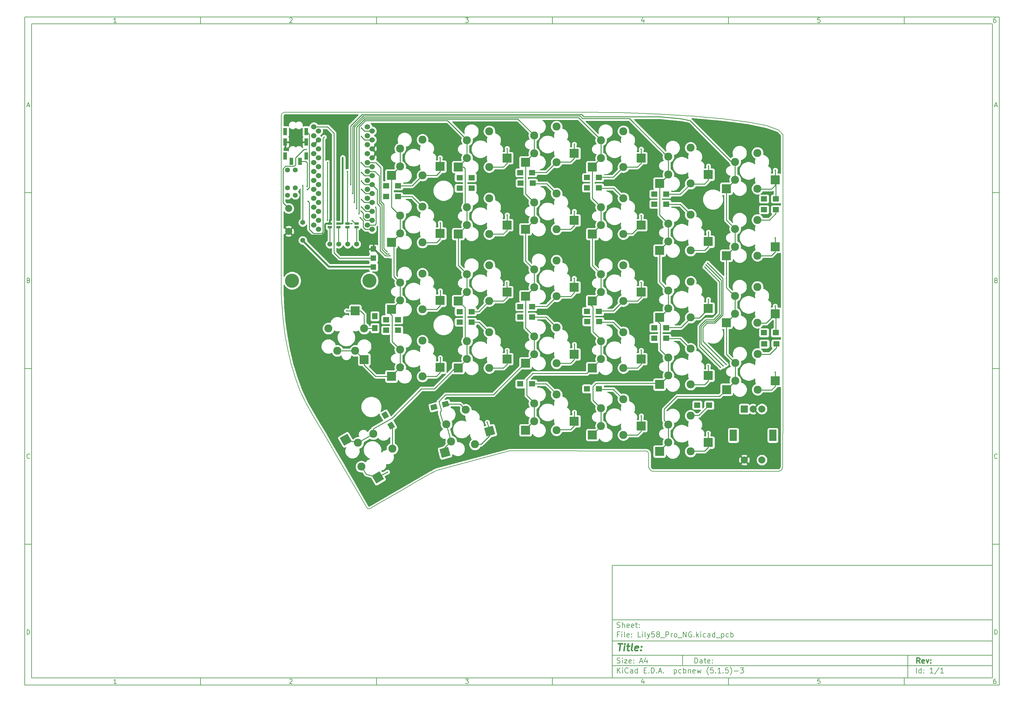
<source format=gbl>
G04 #@! TF.GenerationSoftware,KiCad,Pcbnew,(5.1.5)-3*
G04 #@! TF.CreationDate,2020-05-17T14:35:01+04:00*
G04 #@! TF.ProjectId,Lily58_Pro_NG,4c696c79-3538-45f5-9072-6f5f4e472e6b,rev?*
G04 #@! TF.SameCoordinates,Original*
G04 #@! TF.FileFunction,Copper,L2,Bot*
G04 #@! TF.FilePolarity,Positive*
%FSLAX46Y46*%
G04 Gerber Fmt 4.6, Leading zero omitted, Abs format (unit mm)*
G04 Created by KiCad (PCBNEW (5.1.5)-3) date 2020-05-17 14:35:01*
%MOMM*%
%LPD*%
G04 APERTURE LIST*
%ADD10C,0.100000*%
%ADD11C,0.150000*%
%ADD12C,0.300000*%
%ADD13C,0.400000*%
%ADD14C,0.200000*%
%ADD15C,2.286000*%
%ADD16R,2.550000X2.500000*%
%ADD17R,2.500000X2.550000*%
%ADD18R,2.000000X2.000000*%
%ADD19C,2.000000*%
%ADD20R,2.000000X3.200000*%
%ADD21C,4.000000*%
%ADD22R,1.800000X1.500000*%
%ADD23R,1.500000X1.800000*%
%ADD24R,1.524000X1.524000*%
%ADD25R,1.000000X2.100000*%
%ADD26C,1.397000*%
%ADD27R,1.143000X0.635000*%
%ADD28C,1.524000*%
%ADD29C,0.400000*%
%ADD30C,0.250000*%
%ADD31C,0.500000*%
%ADD32C,0.254000*%
G04 APERTURE END LIST*
D10*
D11*
X177002200Y-166007200D02*
X177002200Y-198007200D01*
X285002200Y-198007200D01*
X285002200Y-166007200D01*
X177002200Y-166007200D01*
D10*
D11*
X10000000Y-10000000D02*
X10000000Y-200007200D01*
X287002200Y-200007200D01*
X287002200Y-10000000D01*
X10000000Y-10000000D01*
D10*
D11*
X12000000Y-12000000D02*
X12000000Y-198007200D01*
X285002200Y-198007200D01*
X285002200Y-12000000D01*
X12000000Y-12000000D01*
D10*
D11*
X60000000Y-12000000D02*
X60000000Y-10000000D01*
D10*
D11*
X110000000Y-12000000D02*
X110000000Y-10000000D01*
D10*
D11*
X160000000Y-12000000D02*
X160000000Y-10000000D01*
D10*
D11*
X210000000Y-12000000D02*
X210000000Y-10000000D01*
D10*
D11*
X260000000Y-12000000D02*
X260000000Y-10000000D01*
D10*
D11*
X36065476Y-11588095D02*
X35322619Y-11588095D01*
X35694047Y-11588095D02*
X35694047Y-10288095D01*
X35570238Y-10473809D01*
X35446428Y-10597619D01*
X35322619Y-10659523D01*
D10*
D11*
X85322619Y-10411904D02*
X85384523Y-10350000D01*
X85508333Y-10288095D01*
X85817857Y-10288095D01*
X85941666Y-10350000D01*
X86003571Y-10411904D01*
X86065476Y-10535714D01*
X86065476Y-10659523D01*
X86003571Y-10845238D01*
X85260714Y-11588095D01*
X86065476Y-11588095D01*
D10*
D11*
X135260714Y-10288095D02*
X136065476Y-10288095D01*
X135632142Y-10783333D01*
X135817857Y-10783333D01*
X135941666Y-10845238D01*
X136003571Y-10907142D01*
X136065476Y-11030952D01*
X136065476Y-11340476D01*
X136003571Y-11464285D01*
X135941666Y-11526190D01*
X135817857Y-11588095D01*
X135446428Y-11588095D01*
X135322619Y-11526190D01*
X135260714Y-11464285D01*
D10*
D11*
X185941666Y-10721428D02*
X185941666Y-11588095D01*
X185632142Y-10226190D02*
X185322619Y-11154761D01*
X186127380Y-11154761D01*
D10*
D11*
X236003571Y-10288095D02*
X235384523Y-10288095D01*
X235322619Y-10907142D01*
X235384523Y-10845238D01*
X235508333Y-10783333D01*
X235817857Y-10783333D01*
X235941666Y-10845238D01*
X236003571Y-10907142D01*
X236065476Y-11030952D01*
X236065476Y-11340476D01*
X236003571Y-11464285D01*
X235941666Y-11526190D01*
X235817857Y-11588095D01*
X235508333Y-11588095D01*
X235384523Y-11526190D01*
X235322619Y-11464285D01*
D10*
D11*
X285941666Y-10288095D02*
X285694047Y-10288095D01*
X285570238Y-10350000D01*
X285508333Y-10411904D01*
X285384523Y-10597619D01*
X285322619Y-10845238D01*
X285322619Y-11340476D01*
X285384523Y-11464285D01*
X285446428Y-11526190D01*
X285570238Y-11588095D01*
X285817857Y-11588095D01*
X285941666Y-11526190D01*
X286003571Y-11464285D01*
X286065476Y-11340476D01*
X286065476Y-11030952D01*
X286003571Y-10907142D01*
X285941666Y-10845238D01*
X285817857Y-10783333D01*
X285570238Y-10783333D01*
X285446428Y-10845238D01*
X285384523Y-10907142D01*
X285322619Y-11030952D01*
D10*
D11*
X60000000Y-198007200D02*
X60000000Y-200007200D01*
D10*
D11*
X110000000Y-198007200D02*
X110000000Y-200007200D01*
D10*
D11*
X160000000Y-198007200D02*
X160000000Y-200007200D01*
D10*
D11*
X210000000Y-198007200D02*
X210000000Y-200007200D01*
D10*
D11*
X260000000Y-198007200D02*
X260000000Y-200007200D01*
D10*
D11*
X36065476Y-199595295D02*
X35322619Y-199595295D01*
X35694047Y-199595295D02*
X35694047Y-198295295D01*
X35570238Y-198481009D01*
X35446428Y-198604819D01*
X35322619Y-198666723D01*
D10*
D11*
X85322619Y-198419104D02*
X85384523Y-198357200D01*
X85508333Y-198295295D01*
X85817857Y-198295295D01*
X85941666Y-198357200D01*
X86003571Y-198419104D01*
X86065476Y-198542914D01*
X86065476Y-198666723D01*
X86003571Y-198852438D01*
X85260714Y-199595295D01*
X86065476Y-199595295D01*
D10*
D11*
X135260714Y-198295295D02*
X136065476Y-198295295D01*
X135632142Y-198790533D01*
X135817857Y-198790533D01*
X135941666Y-198852438D01*
X136003571Y-198914342D01*
X136065476Y-199038152D01*
X136065476Y-199347676D01*
X136003571Y-199471485D01*
X135941666Y-199533390D01*
X135817857Y-199595295D01*
X135446428Y-199595295D01*
X135322619Y-199533390D01*
X135260714Y-199471485D01*
D10*
D11*
X185941666Y-198728628D02*
X185941666Y-199595295D01*
X185632142Y-198233390D02*
X185322619Y-199161961D01*
X186127380Y-199161961D01*
D10*
D11*
X236003571Y-198295295D02*
X235384523Y-198295295D01*
X235322619Y-198914342D01*
X235384523Y-198852438D01*
X235508333Y-198790533D01*
X235817857Y-198790533D01*
X235941666Y-198852438D01*
X236003571Y-198914342D01*
X236065476Y-199038152D01*
X236065476Y-199347676D01*
X236003571Y-199471485D01*
X235941666Y-199533390D01*
X235817857Y-199595295D01*
X235508333Y-199595295D01*
X235384523Y-199533390D01*
X235322619Y-199471485D01*
D10*
D11*
X285941666Y-198295295D02*
X285694047Y-198295295D01*
X285570238Y-198357200D01*
X285508333Y-198419104D01*
X285384523Y-198604819D01*
X285322619Y-198852438D01*
X285322619Y-199347676D01*
X285384523Y-199471485D01*
X285446428Y-199533390D01*
X285570238Y-199595295D01*
X285817857Y-199595295D01*
X285941666Y-199533390D01*
X286003571Y-199471485D01*
X286065476Y-199347676D01*
X286065476Y-199038152D01*
X286003571Y-198914342D01*
X285941666Y-198852438D01*
X285817857Y-198790533D01*
X285570238Y-198790533D01*
X285446428Y-198852438D01*
X285384523Y-198914342D01*
X285322619Y-199038152D01*
D10*
D11*
X10000000Y-60000000D02*
X12000000Y-60000000D01*
D10*
D11*
X10000000Y-110000000D02*
X12000000Y-110000000D01*
D10*
D11*
X10000000Y-160000000D02*
X12000000Y-160000000D01*
D10*
D11*
X10690476Y-35216666D02*
X11309523Y-35216666D01*
X10566666Y-35588095D02*
X11000000Y-34288095D01*
X11433333Y-35588095D01*
D10*
D11*
X11092857Y-84907142D02*
X11278571Y-84969047D01*
X11340476Y-85030952D01*
X11402380Y-85154761D01*
X11402380Y-85340476D01*
X11340476Y-85464285D01*
X11278571Y-85526190D01*
X11154761Y-85588095D01*
X10659523Y-85588095D01*
X10659523Y-84288095D01*
X11092857Y-84288095D01*
X11216666Y-84350000D01*
X11278571Y-84411904D01*
X11340476Y-84535714D01*
X11340476Y-84659523D01*
X11278571Y-84783333D01*
X11216666Y-84845238D01*
X11092857Y-84907142D01*
X10659523Y-84907142D01*
D10*
D11*
X11402380Y-135464285D02*
X11340476Y-135526190D01*
X11154761Y-135588095D01*
X11030952Y-135588095D01*
X10845238Y-135526190D01*
X10721428Y-135402380D01*
X10659523Y-135278571D01*
X10597619Y-135030952D01*
X10597619Y-134845238D01*
X10659523Y-134597619D01*
X10721428Y-134473809D01*
X10845238Y-134350000D01*
X11030952Y-134288095D01*
X11154761Y-134288095D01*
X11340476Y-134350000D01*
X11402380Y-134411904D01*
D10*
D11*
X10659523Y-185588095D02*
X10659523Y-184288095D01*
X10969047Y-184288095D01*
X11154761Y-184350000D01*
X11278571Y-184473809D01*
X11340476Y-184597619D01*
X11402380Y-184845238D01*
X11402380Y-185030952D01*
X11340476Y-185278571D01*
X11278571Y-185402380D01*
X11154761Y-185526190D01*
X10969047Y-185588095D01*
X10659523Y-185588095D01*
D10*
D11*
X287002200Y-60000000D02*
X285002200Y-60000000D01*
D10*
D11*
X287002200Y-110000000D02*
X285002200Y-110000000D01*
D10*
D11*
X287002200Y-160000000D02*
X285002200Y-160000000D01*
D10*
D11*
X285692676Y-35216666D02*
X286311723Y-35216666D01*
X285568866Y-35588095D02*
X286002200Y-34288095D01*
X286435533Y-35588095D01*
D10*
D11*
X286095057Y-84907142D02*
X286280771Y-84969047D01*
X286342676Y-85030952D01*
X286404580Y-85154761D01*
X286404580Y-85340476D01*
X286342676Y-85464285D01*
X286280771Y-85526190D01*
X286156961Y-85588095D01*
X285661723Y-85588095D01*
X285661723Y-84288095D01*
X286095057Y-84288095D01*
X286218866Y-84350000D01*
X286280771Y-84411904D01*
X286342676Y-84535714D01*
X286342676Y-84659523D01*
X286280771Y-84783333D01*
X286218866Y-84845238D01*
X286095057Y-84907142D01*
X285661723Y-84907142D01*
D10*
D11*
X286404580Y-135464285D02*
X286342676Y-135526190D01*
X286156961Y-135588095D01*
X286033152Y-135588095D01*
X285847438Y-135526190D01*
X285723628Y-135402380D01*
X285661723Y-135278571D01*
X285599819Y-135030952D01*
X285599819Y-134845238D01*
X285661723Y-134597619D01*
X285723628Y-134473809D01*
X285847438Y-134350000D01*
X286033152Y-134288095D01*
X286156961Y-134288095D01*
X286342676Y-134350000D01*
X286404580Y-134411904D01*
D10*
D11*
X285661723Y-185588095D02*
X285661723Y-184288095D01*
X285971247Y-184288095D01*
X286156961Y-184350000D01*
X286280771Y-184473809D01*
X286342676Y-184597619D01*
X286404580Y-184845238D01*
X286404580Y-185030952D01*
X286342676Y-185278571D01*
X286280771Y-185402380D01*
X286156961Y-185526190D01*
X285971247Y-185588095D01*
X285661723Y-185588095D01*
D10*
D11*
X200434342Y-193785771D02*
X200434342Y-192285771D01*
X200791485Y-192285771D01*
X201005771Y-192357200D01*
X201148628Y-192500057D01*
X201220057Y-192642914D01*
X201291485Y-192928628D01*
X201291485Y-193142914D01*
X201220057Y-193428628D01*
X201148628Y-193571485D01*
X201005771Y-193714342D01*
X200791485Y-193785771D01*
X200434342Y-193785771D01*
X202577200Y-193785771D02*
X202577200Y-193000057D01*
X202505771Y-192857200D01*
X202362914Y-192785771D01*
X202077200Y-192785771D01*
X201934342Y-192857200D01*
X202577200Y-193714342D02*
X202434342Y-193785771D01*
X202077200Y-193785771D01*
X201934342Y-193714342D01*
X201862914Y-193571485D01*
X201862914Y-193428628D01*
X201934342Y-193285771D01*
X202077200Y-193214342D01*
X202434342Y-193214342D01*
X202577200Y-193142914D01*
X203077200Y-192785771D02*
X203648628Y-192785771D01*
X203291485Y-192285771D02*
X203291485Y-193571485D01*
X203362914Y-193714342D01*
X203505771Y-193785771D01*
X203648628Y-193785771D01*
X204720057Y-193714342D02*
X204577200Y-193785771D01*
X204291485Y-193785771D01*
X204148628Y-193714342D01*
X204077200Y-193571485D01*
X204077200Y-193000057D01*
X204148628Y-192857200D01*
X204291485Y-192785771D01*
X204577200Y-192785771D01*
X204720057Y-192857200D01*
X204791485Y-193000057D01*
X204791485Y-193142914D01*
X204077200Y-193285771D01*
X205434342Y-193642914D02*
X205505771Y-193714342D01*
X205434342Y-193785771D01*
X205362914Y-193714342D01*
X205434342Y-193642914D01*
X205434342Y-193785771D01*
X205434342Y-192857200D02*
X205505771Y-192928628D01*
X205434342Y-193000057D01*
X205362914Y-192928628D01*
X205434342Y-192857200D01*
X205434342Y-193000057D01*
D10*
D11*
X177002200Y-194507200D02*
X285002200Y-194507200D01*
D10*
D11*
X178434342Y-196585771D02*
X178434342Y-195085771D01*
X179291485Y-196585771D02*
X178648628Y-195728628D01*
X179291485Y-195085771D02*
X178434342Y-195942914D01*
X179934342Y-196585771D02*
X179934342Y-195585771D01*
X179934342Y-195085771D02*
X179862914Y-195157200D01*
X179934342Y-195228628D01*
X180005771Y-195157200D01*
X179934342Y-195085771D01*
X179934342Y-195228628D01*
X181505771Y-196442914D02*
X181434342Y-196514342D01*
X181220057Y-196585771D01*
X181077200Y-196585771D01*
X180862914Y-196514342D01*
X180720057Y-196371485D01*
X180648628Y-196228628D01*
X180577200Y-195942914D01*
X180577200Y-195728628D01*
X180648628Y-195442914D01*
X180720057Y-195300057D01*
X180862914Y-195157200D01*
X181077200Y-195085771D01*
X181220057Y-195085771D01*
X181434342Y-195157200D01*
X181505771Y-195228628D01*
X182791485Y-196585771D02*
X182791485Y-195800057D01*
X182720057Y-195657200D01*
X182577200Y-195585771D01*
X182291485Y-195585771D01*
X182148628Y-195657200D01*
X182791485Y-196514342D02*
X182648628Y-196585771D01*
X182291485Y-196585771D01*
X182148628Y-196514342D01*
X182077200Y-196371485D01*
X182077200Y-196228628D01*
X182148628Y-196085771D01*
X182291485Y-196014342D01*
X182648628Y-196014342D01*
X182791485Y-195942914D01*
X184148628Y-196585771D02*
X184148628Y-195085771D01*
X184148628Y-196514342D02*
X184005771Y-196585771D01*
X183720057Y-196585771D01*
X183577200Y-196514342D01*
X183505771Y-196442914D01*
X183434342Y-196300057D01*
X183434342Y-195871485D01*
X183505771Y-195728628D01*
X183577200Y-195657200D01*
X183720057Y-195585771D01*
X184005771Y-195585771D01*
X184148628Y-195657200D01*
X186005771Y-195800057D02*
X186505771Y-195800057D01*
X186720057Y-196585771D02*
X186005771Y-196585771D01*
X186005771Y-195085771D01*
X186720057Y-195085771D01*
X187362914Y-196442914D02*
X187434342Y-196514342D01*
X187362914Y-196585771D01*
X187291485Y-196514342D01*
X187362914Y-196442914D01*
X187362914Y-196585771D01*
X188077200Y-196585771D02*
X188077200Y-195085771D01*
X188434342Y-195085771D01*
X188648628Y-195157200D01*
X188791485Y-195300057D01*
X188862914Y-195442914D01*
X188934342Y-195728628D01*
X188934342Y-195942914D01*
X188862914Y-196228628D01*
X188791485Y-196371485D01*
X188648628Y-196514342D01*
X188434342Y-196585771D01*
X188077200Y-196585771D01*
X189577200Y-196442914D02*
X189648628Y-196514342D01*
X189577200Y-196585771D01*
X189505771Y-196514342D01*
X189577200Y-196442914D01*
X189577200Y-196585771D01*
X190220057Y-196157200D02*
X190934342Y-196157200D01*
X190077200Y-196585771D02*
X190577200Y-195085771D01*
X191077200Y-196585771D01*
X191577200Y-196442914D02*
X191648628Y-196514342D01*
X191577200Y-196585771D01*
X191505771Y-196514342D01*
X191577200Y-196442914D01*
X191577200Y-196585771D01*
X194577200Y-195585771D02*
X194577200Y-197085771D01*
X194577200Y-195657200D02*
X194720057Y-195585771D01*
X195005771Y-195585771D01*
X195148628Y-195657200D01*
X195220057Y-195728628D01*
X195291485Y-195871485D01*
X195291485Y-196300057D01*
X195220057Y-196442914D01*
X195148628Y-196514342D01*
X195005771Y-196585771D01*
X194720057Y-196585771D01*
X194577200Y-196514342D01*
X196577200Y-196514342D02*
X196434342Y-196585771D01*
X196148628Y-196585771D01*
X196005771Y-196514342D01*
X195934342Y-196442914D01*
X195862914Y-196300057D01*
X195862914Y-195871485D01*
X195934342Y-195728628D01*
X196005771Y-195657200D01*
X196148628Y-195585771D01*
X196434342Y-195585771D01*
X196577200Y-195657200D01*
X197220057Y-196585771D02*
X197220057Y-195085771D01*
X197220057Y-195657200D02*
X197362914Y-195585771D01*
X197648628Y-195585771D01*
X197791485Y-195657200D01*
X197862914Y-195728628D01*
X197934342Y-195871485D01*
X197934342Y-196300057D01*
X197862914Y-196442914D01*
X197791485Y-196514342D01*
X197648628Y-196585771D01*
X197362914Y-196585771D01*
X197220057Y-196514342D01*
X198577200Y-195585771D02*
X198577200Y-196585771D01*
X198577200Y-195728628D02*
X198648628Y-195657200D01*
X198791485Y-195585771D01*
X199005771Y-195585771D01*
X199148628Y-195657200D01*
X199220057Y-195800057D01*
X199220057Y-196585771D01*
X200505771Y-196514342D02*
X200362914Y-196585771D01*
X200077200Y-196585771D01*
X199934342Y-196514342D01*
X199862914Y-196371485D01*
X199862914Y-195800057D01*
X199934342Y-195657200D01*
X200077200Y-195585771D01*
X200362914Y-195585771D01*
X200505771Y-195657200D01*
X200577200Y-195800057D01*
X200577200Y-195942914D01*
X199862914Y-196085771D01*
X201077200Y-195585771D02*
X201362914Y-196585771D01*
X201648628Y-195871485D01*
X201934342Y-196585771D01*
X202220057Y-195585771D01*
X204362914Y-197157200D02*
X204291485Y-197085771D01*
X204148628Y-196871485D01*
X204077200Y-196728628D01*
X204005771Y-196514342D01*
X203934342Y-196157200D01*
X203934342Y-195871485D01*
X204005771Y-195514342D01*
X204077200Y-195300057D01*
X204148628Y-195157200D01*
X204291485Y-194942914D01*
X204362914Y-194871485D01*
X205648628Y-195085771D02*
X204934342Y-195085771D01*
X204862914Y-195800057D01*
X204934342Y-195728628D01*
X205077200Y-195657200D01*
X205434342Y-195657200D01*
X205577200Y-195728628D01*
X205648628Y-195800057D01*
X205720057Y-195942914D01*
X205720057Y-196300057D01*
X205648628Y-196442914D01*
X205577200Y-196514342D01*
X205434342Y-196585771D01*
X205077200Y-196585771D01*
X204934342Y-196514342D01*
X204862914Y-196442914D01*
X206362914Y-196442914D02*
X206434342Y-196514342D01*
X206362914Y-196585771D01*
X206291485Y-196514342D01*
X206362914Y-196442914D01*
X206362914Y-196585771D01*
X207862914Y-196585771D02*
X207005771Y-196585771D01*
X207434342Y-196585771D02*
X207434342Y-195085771D01*
X207291485Y-195300057D01*
X207148628Y-195442914D01*
X207005771Y-195514342D01*
X208505771Y-196442914D02*
X208577200Y-196514342D01*
X208505771Y-196585771D01*
X208434342Y-196514342D01*
X208505771Y-196442914D01*
X208505771Y-196585771D01*
X209934342Y-195085771D02*
X209220057Y-195085771D01*
X209148628Y-195800057D01*
X209220057Y-195728628D01*
X209362914Y-195657200D01*
X209720057Y-195657200D01*
X209862914Y-195728628D01*
X209934342Y-195800057D01*
X210005771Y-195942914D01*
X210005771Y-196300057D01*
X209934342Y-196442914D01*
X209862914Y-196514342D01*
X209720057Y-196585771D01*
X209362914Y-196585771D01*
X209220057Y-196514342D01*
X209148628Y-196442914D01*
X210505771Y-197157200D02*
X210577200Y-197085771D01*
X210720057Y-196871485D01*
X210791485Y-196728628D01*
X210862914Y-196514342D01*
X210934342Y-196157200D01*
X210934342Y-195871485D01*
X210862914Y-195514342D01*
X210791485Y-195300057D01*
X210720057Y-195157200D01*
X210577200Y-194942914D01*
X210505771Y-194871485D01*
X211648628Y-196014342D02*
X212791485Y-196014342D01*
X213362914Y-195085771D02*
X214291485Y-195085771D01*
X213791485Y-195657200D01*
X214005771Y-195657200D01*
X214148628Y-195728628D01*
X214220057Y-195800057D01*
X214291485Y-195942914D01*
X214291485Y-196300057D01*
X214220057Y-196442914D01*
X214148628Y-196514342D01*
X214005771Y-196585771D01*
X213577200Y-196585771D01*
X213434342Y-196514342D01*
X213362914Y-196442914D01*
D10*
D11*
X177002200Y-191507200D02*
X285002200Y-191507200D01*
D10*
D12*
X264411485Y-193785771D02*
X263911485Y-193071485D01*
X263554342Y-193785771D02*
X263554342Y-192285771D01*
X264125771Y-192285771D01*
X264268628Y-192357200D01*
X264340057Y-192428628D01*
X264411485Y-192571485D01*
X264411485Y-192785771D01*
X264340057Y-192928628D01*
X264268628Y-193000057D01*
X264125771Y-193071485D01*
X263554342Y-193071485D01*
X265625771Y-193714342D02*
X265482914Y-193785771D01*
X265197200Y-193785771D01*
X265054342Y-193714342D01*
X264982914Y-193571485D01*
X264982914Y-193000057D01*
X265054342Y-192857200D01*
X265197200Y-192785771D01*
X265482914Y-192785771D01*
X265625771Y-192857200D01*
X265697200Y-193000057D01*
X265697200Y-193142914D01*
X264982914Y-193285771D01*
X266197200Y-192785771D02*
X266554342Y-193785771D01*
X266911485Y-192785771D01*
X267482914Y-193642914D02*
X267554342Y-193714342D01*
X267482914Y-193785771D01*
X267411485Y-193714342D01*
X267482914Y-193642914D01*
X267482914Y-193785771D01*
X267482914Y-192857200D02*
X267554342Y-192928628D01*
X267482914Y-193000057D01*
X267411485Y-192928628D01*
X267482914Y-192857200D01*
X267482914Y-193000057D01*
D10*
D11*
X178362914Y-193714342D02*
X178577200Y-193785771D01*
X178934342Y-193785771D01*
X179077200Y-193714342D01*
X179148628Y-193642914D01*
X179220057Y-193500057D01*
X179220057Y-193357200D01*
X179148628Y-193214342D01*
X179077200Y-193142914D01*
X178934342Y-193071485D01*
X178648628Y-193000057D01*
X178505771Y-192928628D01*
X178434342Y-192857200D01*
X178362914Y-192714342D01*
X178362914Y-192571485D01*
X178434342Y-192428628D01*
X178505771Y-192357200D01*
X178648628Y-192285771D01*
X179005771Y-192285771D01*
X179220057Y-192357200D01*
X179862914Y-193785771D02*
X179862914Y-192785771D01*
X179862914Y-192285771D02*
X179791485Y-192357200D01*
X179862914Y-192428628D01*
X179934342Y-192357200D01*
X179862914Y-192285771D01*
X179862914Y-192428628D01*
X180434342Y-192785771D02*
X181220057Y-192785771D01*
X180434342Y-193785771D01*
X181220057Y-193785771D01*
X182362914Y-193714342D02*
X182220057Y-193785771D01*
X181934342Y-193785771D01*
X181791485Y-193714342D01*
X181720057Y-193571485D01*
X181720057Y-193000057D01*
X181791485Y-192857200D01*
X181934342Y-192785771D01*
X182220057Y-192785771D01*
X182362914Y-192857200D01*
X182434342Y-193000057D01*
X182434342Y-193142914D01*
X181720057Y-193285771D01*
X183077200Y-193642914D02*
X183148628Y-193714342D01*
X183077200Y-193785771D01*
X183005771Y-193714342D01*
X183077200Y-193642914D01*
X183077200Y-193785771D01*
X183077200Y-192857200D02*
X183148628Y-192928628D01*
X183077200Y-193000057D01*
X183005771Y-192928628D01*
X183077200Y-192857200D01*
X183077200Y-193000057D01*
X184862914Y-193357200D02*
X185577200Y-193357200D01*
X184720057Y-193785771D02*
X185220057Y-192285771D01*
X185720057Y-193785771D01*
X186862914Y-192785771D02*
X186862914Y-193785771D01*
X186505771Y-192214342D02*
X186148628Y-193285771D01*
X187077200Y-193285771D01*
D10*
D11*
X263434342Y-196585771D02*
X263434342Y-195085771D01*
X264791485Y-196585771D02*
X264791485Y-195085771D01*
X264791485Y-196514342D02*
X264648628Y-196585771D01*
X264362914Y-196585771D01*
X264220057Y-196514342D01*
X264148628Y-196442914D01*
X264077200Y-196300057D01*
X264077200Y-195871485D01*
X264148628Y-195728628D01*
X264220057Y-195657200D01*
X264362914Y-195585771D01*
X264648628Y-195585771D01*
X264791485Y-195657200D01*
X265505771Y-196442914D02*
X265577200Y-196514342D01*
X265505771Y-196585771D01*
X265434342Y-196514342D01*
X265505771Y-196442914D01*
X265505771Y-196585771D01*
X265505771Y-195657200D02*
X265577200Y-195728628D01*
X265505771Y-195800057D01*
X265434342Y-195728628D01*
X265505771Y-195657200D01*
X265505771Y-195800057D01*
X268148628Y-196585771D02*
X267291485Y-196585771D01*
X267720057Y-196585771D02*
X267720057Y-195085771D01*
X267577200Y-195300057D01*
X267434342Y-195442914D01*
X267291485Y-195514342D01*
X269862914Y-195014342D02*
X268577200Y-196942914D01*
X271148628Y-196585771D02*
X270291485Y-196585771D01*
X270720057Y-196585771D02*
X270720057Y-195085771D01*
X270577200Y-195300057D01*
X270434342Y-195442914D01*
X270291485Y-195514342D01*
D10*
D11*
X177002200Y-187507200D02*
X285002200Y-187507200D01*
D10*
D13*
X178714580Y-188211961D02*
X179857438Y-188211961D01*
X179036009Y-190211961D02*
X179286009Y-188211961D01*
X180274104Y-190211961D02*
X180440771Y-188878628D01*
X180524104Y-188211961D02*
X180416961Y-188307200D01*
X180500295Y-188402438D01*
X180607438Y-188307200D01*
X180524104Y-188211961D01*
X180500295Y-188402438D01*
X181107438Y-188878628D02*
X181869342Y-188878628D01*
X181476485Y-188211961D02*
X181262200Y-189926247D01*
X181333628Y-190116723D01*
X181512200Y-190211961D01*
X181702676Y-190211961D01*
X182655057Y-190211961D02*
X182476485Y-190116723D01*
X182405057Y-189926247D01*
X182619342Y-188211961D01*
X184190771Y-190116723D02*
X183988390Y-190211961D01*
X183607438Y-190211961D01*
X183428866Y-190116723D01*
X183357438Y-189926247D01*
X183452676Y-189164342D01*
X183571723Y-188973866D01*
X183774104Y-188878628D01*
X184155057Y-188878628D01*
X184333628Y-188973866D01*
X184405057Y-189164342D01*
X184381247Y-189354819D01*
X183405057Y-189545295D01*
X185155057Y-190021485D02*
X185238390Y-190116723D01*
X185131247Y-190211961D01*
X185047914Y-190116723D01*
X185155057Y-190021485D01*
X185131247Y-190211961D01*
X185286009Y-188973866D02*
X185369342Y-189069104D01*
X185262200Y-189164342D01*
X185178866Y-189069104D01*
X185286009Y-188973866D01*
X185262200Y-189164342D01*
D10*
D11*
X178934342Y-185600057D02*
X178434342Y-185600057D01*
X178434342Y-186385771D02*
X178434342Y-184885771D01*
X179148628Y-184885771D01*
X179720057Y-186385771D02*
X179720057Y-185385771D01*
X179720057Y-184885771D02*
X179648628Y-184957200D01*
X179720057Y-185028628D01*
X179791485Y-184957200D01*
X179720057Y-184885771D01*
X179720057Y-185028628D01*
X180648628Y-186385771D02*
X180505771Y-186314342D01*
X180434342Y-186171485D01*
X180434342Y-184885771D01*
X181791485Y-186314342D02*
X181648628Y-186385771D01*
X181362914Y-186385771D01*
X181220057Y-186314342D01*
X181148628Y-186171485D01*
X181148628Y-185600057D01*
X181220057Y-185457200D01*
X181362914Y-185385771D01*
X181648628Y-185385771D01*
X181791485Y-185457200D01*
X181862914Y-185600057D01*
X181862914Y-185742914D01*
X181148628Y-185885771D01*
X182505771Y-186242914D02*
X182577200Y-186314342D01*
X182505771Y-186385771D01*
X182434342Y-186314342D01*
X182505771Y-186242914D01*
X182505771Y-186385771D01*
X182505771Y-185457200D02*
X182577200Y-185528628D01*
X182505771Y-185600057D01*
X182434342Y-185528628D01*
X182505771Y-185457200D01*
X182505771Y-185600057D01*
X185077200Y-186385771D02*
X184362914Y-186385771D01*
X184362914Y-184885771D01*
X185577200Y-186385771D02*
X185577200Y-185385771D01*
X185577200Y-184885771D02*
X185505771Y-184957200D01*
X185577200Y-185028628D01*
X185648628Y-184957200D01*
X185577200Y-184885771D01*
X185577200Y-185028628D01*
X186505771Y-186385771D02*
X186362914Y-186314342D01*
X186291485Y-186171485D01*
X186291485Y-184885771D01*
X186934342Y-185385771D02*
X187291485Y-186385771D01*
X187648628Y-185385771D02*
X187291485Y-186385771D01*
X187148628Y-186742914D01*
X187077200Y-186814342D01*
X186934342Y-186885771D01*
X188934342Y-184885771D02*
X188220057Y-184885771D01*
X188148628Y-185600057D01*
X188220057Y-185528628D01*
X188362914Y-185457200D01*
X188720057Y-185457200D01*
X188862914Y-185528628D01*
X188934342Y-185600057D01*
X189005771Y-185742914D01*
X189005771Y-186100057D01*
X188934342Y-186242914D01*
X188862914Y-186314342D01*
X188720057Y-186385771D01*
X188362914Y-186385771D01*
X188220057Y-186314342D01*
X188148628Y-186242914D01*
X189862914Y-185528628D02*
X189720057Y-185457200D01*
X189648628Y-185385771D01*
X189577200Y-185242914D01*
X189577200Y-185171485D01*
X189648628Y-185028628D01*
X189720057Y-184957200D01*
X189862914Y-184885771D01*
X190148628Y-184885771D01*
X190291485Y-184957200D01*
X190362914Y-185028628D01*
X190434342Y-185171485D01*
X190434342Y-185242914D01*
X190362914Y-185385771D01*
X190291485Y-185457200D01*
X190148628Y-185528628D01*
X189862914Y-185528628D01*
X189720057Y-185600057D01*
X189648628Y-185671485D01*
X189577200Y-185814342D01*
X189577200Y-186100057D01*
X189648628Y-186242914D01*
X189720057Y-186314342D01*
X189862914Y-186385771D01*
X190148628Y-186385771D01*
X190291485Y-186314342D01*
X190362914Y-186242914D01*
X190434342Y-186100057D01*
X190434342Y-185814342D01*
X190362914Y-185671485D01*
X190291485Y-185600057D01*
X190148628Y-185528628D01*
X190720057Y-186528628D02*
X191862914Y-186528628D01*
X192220057Y-186385771D02*
X192220057Y-184885771D01*
X192791485Y-184885771D01*
X192934342Y-184957200D01*
X193005771Y-185028628D01*
X193077200Y-185171485D01*
X193077200Y-185385771D01*
X193005771Y-185528628D01*
X192934342Y-185600057D01*
X192791485Y-185671485D01*
X192220057Y-185671485D01*
X193720057Y-186385771D02*
X193720057Y-185385771D01*
X193720057Y-185671485D02*
X193791485Y-185528628D01*
X193862914Y-185457200D01*
X194005771Y-185385771D01*
X194148628Y-185385771D01*
X194862914Y-186385771D02*
X194720057Y-186314342D01*
X194648628Y-186242914D01*
X194577200Y-186100057D01*
X194577200Y-185671485D01*
X194648628Y-185528628D01*
X194720057Y-185457200D01*
X194862914Y-185385771D01*
X195077200Y-185385771D01*
X195220057Y-185457200D01*
X195291485Y-185528628D01*
X195362914Y-185671485D01*
X195362914Y-186100057D01*
X195291485Y-186242914D01*
X195220057Y-186314342D01*
X195077200Y-186385771D01*
X194862914Y-186385771D01*
X195648628Y-186528628D02*
X196791485Y-186528628D01*
X197148628Y-186385771D02*
X197148628Y-184885771D01*
X198005771Y-186385771D01*
X198005771Y-184885771D01*
X199505771Y-184957200D02*
X199362914Y-184885771D01*
X199148628Y-184885771D01*
X198934342Y-184957200D01*
X198791485Y-185100057D01*
X198720057Y-185242914D01*
X198648628Y-185528628D01*
X198648628Y-185742914D01*
X198720057Y-186028628D01*
X198791485Y-186171485D01*
X198934342Y-186314342D01*
X199148628Y-186385771D01*
X199291485Y-186385771D01*
X199505771Y-186314342D01*
X199577200Y-186242914D01*
X199577200Y-185742914D01*
X199291485Y-185742914D01*
X200220057Y-186242914D02*
X200291485Y-186314342D01*
X200220057Y-186385771D01*
X200148628Y-186314342D01*
X200220057Y-186242914D01*
X200220057Y-186385771D01*
X200934342Y-186385771D02*
X200934342Y-184885771D01*
X201077200Y-185814342D02*
X201505771Y-186385771D01*
X201505771Y-185385771D02*
X200934342Y-185957200D01*
X202148628Y-186385771D02*
X202148628Y-185385771D01*
X202148628Y-184885771D02*
X202077200Y-184957200D01*
X202148628Y-185028628D01*
X202220057Y-184957200D01*
X202148628Y-184885771D01*
X202148628Y-185028628D01*
X203505771Y-186314342D02*
X203362914Y-186385771D01*
X203077200Y-186385771D01*
X202934342Y-186314342D01*
X202862914Y-186242914D01*
X202791485Y-186100057D01*
X202791485Y-185671485D01*
X202862914Y-185528628D01*
X202934342Y-185457200D01*
X203077200Y-185385771D01*
X203362914Y-185385771D01*
X203505771Y-185457200D01*
X204791485Y-186385771D02*
X204791485Y-185600057D01*
X204720057Y-185457200D01*
X204577200Y-185385771D01*
X204291485Y-185385771D01*
X204148628Y-185457200D01*
X204791485Y-186314342D02*
X204648628Y-186385771D01*
X204291485Y-186385771D01*
X204148628Y-186314342D01*
X204077200Y-186171485D01*
X204077200Y-186028628D01*
X204148628Y-185885771D01*
X204291485Y-185814342D01*
X204648628Y-185814342D01*
X204791485Y-185742914D01*
X206148628Y-186385771D02*
X206148628Y-184885771D01*
X206148628Y-186314342D02*
X206005771Y-186385771D01*
X205720057Y-186385771D01*
X205577200Y-186314342D01*
X205505771Y-186242914D01*
X205434342Y-186100057D01*
X205434342Y-185671485D01*
X205505771Y-185528628D01*
X205577200Y-185457200D01*
X205720057Y-185385771D01*
X206005771Y-185385771D01*
X206148628Y-185457200D01*
X206505771Y-186528628D02*
X207648628Y-186528628D01*
X208005771Y-185385771D02*
X208005771Y-186885771D01*
X208005771Y-185457200D02*
X208148628Y-185385771D01*
X208434342Y-185385771D01*
X208577200Y-185457200D01*
X208648628Y-185528628D01*
X208720057Y-185671485D01*
X208720057Y-186100057D01*
X208648628Y-186242914D01*
X208577200Y-186314342D01*
X208434342Y-186385771D01*
X208148628Y-186385771D01*
X208005771Y-186314342D01*
X210005771Y-186314342D02*
X209862914Y-186385771D01*
X209577200Y-186385771D01*
X209434342Y-186314342D01*
X209362914Y-186242914D01*
X209291485Y-186100057D01*
X209291485Y-185671485D01*
X209362914Y-185528628D01*
X209434342Y-185457200D01*
X209577200Y-185385771D01*
X209862914Y-185385771D01*
X210005771Y-185457200D01*
X210648628Y-186385771D02*
X210648628Y-184885771D01*
X210648628Y-185457200D02*
X210791485Y-185385771D01*
X211077200Y-185385771D01*
X211220057Y-185457200D01*
X211291485Y-185528628D01*
X211362914Y-185671485D01*
X211362914Y-186100057D01*
X211291485Y-186242914D01*
X211220057Y-186314342D01*
X211077200Y-186385771D01*
X210791485Y-186385771D01*
X210648628Y-186314342D01*
D10*
D11*
X177002200Y-181507200D02*
X285002200Y-181507200D01*
D10*
D11*
X178362914Y-183614342D02*
X178577200Y-183685771D01*
X178934342Y-183685771D01*
X179077200Y-183614342D01*
X179148628Y-183542914D01*
X179220057Y-183400057D01*
X179220057Y-183257200D01*
X179148628Y-183114342D01*
X179077200Y-183042914D01*
X178934342Y-182971485D01*
X178648628Y-182900057D01*
X178505771Y-182828628D01*
X178434342Y-182757200D01*
X178362914Y-182614342D01*
X178362914Y-182471485D01*
X178434342Y-182328628D01*
X178505771Y-182257200D01*
X178648628Y-182185771D01*
X179005771Y-182185771D01*
X179220057Y-182257200D01*
X179862914Y-183685771D02*
X179862914Y-182185771D01*
X180505771Y-183685771D02*
X180505771Y-182900057D01*
X180434342Y-182757200D01*
X180291485Y-182685771D01*
X180077200Y-182685771D01*
X179934342Y-182757200D01*
X179862914Y-182828628D01*
X181791485Y-183614342D02*
X181648628Y-183685771D01*
X181362914Y-183685771D01*
X181220057Y-183614342D01*
X181148628Y-183471485D01*
X181148628Y-182900057D01*
X181220057Y-182757200D01*
X181362914Y-182685771D01*
X181648628Y-182685771D01*
X181791485Y-182757200D01*
X181862914Y-182900057D01*
X181862914Y-183042914D01*
X181148628Y-183185771D01*
X183077200Y-183614342D02*
X182934342Y-183685771D01*
X182648628Y-183685771D01*
X182505771Y-183614342D01*
X182434342Y-183471485D01*
X182434342Y-182900057D01*
X182505771Y-182757200D01*
X182648628Y-182685771D01*
X182934342Y-182685771D01*
X183077200Y-182757200D01*
X183148628Y-182900057D01*
X183148628Y-183042914D01*
X182434342Y-183185771D01*
X183577200Y-182685771D02*
X184148628Y-182685771D01*
X183791485Y-182185771D02*
X183791485Y-183471485D01*
X183862914Y-183614342D01*
X184005771Y-183685771D01*
X184148628Y-183685771D01*
X184648628Y-183542914D02*
X184720057Y-183614342D01*
X184648628Y-183685771D01*
X184577200Y-183614342D01*
X184648628Y-183542914D01*
X184648628Y-183685771D01*
X184648628Y-182757200D02*
X184720057Y-182828628D01*
X184648628Y-182900057D01*
X184577200Y-182828628D01*
X184648628Y-182757200D01*
X184648628Y-182900057D01*
D10*
D11*
X197002200Y-191507200D02*
X197002200Y-194507200D01*
D10*
D11*
X261002200Y-191507200D02*
X261002200Y-198007200D01*
D14*
X187714087Y-138785913D02*
X187530998Y-138563960D01*
X188472504Y-139194553D02*
X188190848Y-139107217D01*
X187530998Y-138563960D02*
X187392782Y-138309152D01*
X188190848Y-139107217D02*
X187936039Y-138969001D01*
X187392782Y-138309152D02*
X187305447Y-138027496D01*
X188750000Y-139200000D02*
X188472504Y-139194553D01*
X187936039Y-138969001D02*
X187714087Y-138785913D01*
X186658574Y-133452455D02*
G75*
G02X187300000Y-134150000I-58574J-697545D01*
G01*
X124667888Y-140255128D02*
X127100000Y-138950000D01*
X120963416Y-142391346D02*
X124667888Y-140255128D01*
X117258944Y-144527564D02*
X120963416Y-142391346D01*
X113554472Y-146663782D02*
X117258944Y-144527564D01*
X225459999Y-119289735D02*
X225450000Y-137750000D01*
X204850000Y-139200000D02*
X224277496Y-139194553D01*
X225357217Y-138309152D02*
X225219001Y-138563961D01*
X224559152Y-139107218D02*
X224277496Y-139194553D01*
X224813960Y-138969002D02*
X224559152Y-139107218D01*
X225035913Y-138785913D02*
X224813960Y-138969002D01*
X225444553Y-138027496D02*
X225357217Y-138309152D01*
X225219001Y-138563961D02*
X225035913Y-138785913D01*
X225450000Y-137750000D02*
X225444553Y-138027496D01*
X127100000Y-138950000D02*
X147900000Y-133400000D01*
X187300000Y-134150000D02*
X187305447Y-138027496D01*
X147900000Y-133400000D02*
X186658574Y-133452455D01*
X109882452Y-148801617D02*
X113554472Y-146663782D01*
X188750000Y-139200000D02*
X204850000Y-139200000D01*
X82937528Y-50750629D02*
X82937528Y-44443695D01*
X82937528Y-57057562D02*
X82937528Y-50750629D01*
X115211711Y-37086762D02*
X104803877Y-37086762D01*
X199807654Y-38170488D02*
X189919538Y-37585374D01*
X208420758Y-38945561D02*
X199807654Y-38170488D01*
X215525697Y-39885159D02*
X208420758Y-38945561D01*
X220889319Y-40963847D02*
X215525697Y-39885159D01*
X178989563Y-37215654D02*
X167250881Y-37086762D01*
X189919538Y-37585374D02*
X178989563Y-37215654D01*
X225460000Y-52918378D02*
X225460000Y-62400000D01*
X225460000Y-43436755D02*
X225460000Y-52918378D01*
X82937528Y-69671429D02*
X82937528Y-63364495D01*
X82937528Y-75978362D02*
X82937528Y-69671429D01*
X82937528Y-82285296D02*
X82937528Y-75978362D01*
X82937528Y-88592229D02*
X82937528Y-82285296D01*
X104803877Y-37086762D02*
X94396044Y-37086762D01*
X125619545Y-37086762D02*
X115211711Y-37086762D01*
X136027379Y-37086762D02*
X125619545Y-37086762D01*
X146435213Y-37086762D02*
X136027379Y-37086762D01*
X156843047Y-37086762D02*
X146435213Y-37086762D01*
X167250881Y-37086762D02*
X156843047Y-37086762D01*
X83400937Y-37265961D02*
X83579303Y-37169210D01*
X83245570Y-37394123D02*
X83400937Y-37265961D01*
X83117409Y-37549489D02*
X83245570Y-37394123D01*
X83020657Y-37727855D02*
X83117409Y-37549489D01*
X82959523Y-37925015D02*
X83020657Y-37727855D01*
X82938210Y-38136762D02*
X82959523Y-37925015D01*
X83776462Y-37108075D02*
X83988210Y-37086762D01*
X83579303Y-37169210D02*
X83776462Y-37108075D01*
X94396044Y-37086762D02*
X83988210Y-37086762D01*
X82937528Y-63364495D02*
X82937528Y-57057562D01*
X82937528Y-44443695D02*
X82937528Y-38136762D01*
X88291758Y-116318073D02*
X89993333Y-119989540D01*
X86863105Y-112530670D02*
X88291758Y-116318073D01*
X85688004Y-108649127D02*
X86863105Y-112530670D01*
X84747083Y-104695246D02*
X85688004Y-108649127D01*
X84020972Y-100690825D02*
X84747083Y-104695246D01*
X83490297Y-96657663D02*
X84020972Y-100690825D01*
X83135690Y-92617561D02*
X83490297Y-96657663D01*
X82937777Y-88592317D02*
X83135690Y-92617561D01*
X108038864Y-149857278D02*
X108206758Y-149771756D01*
X107880206Y-149904468D02*
X108038864Y-149857278D01*
X107731252Y-149913974D02*
X107880206Y-149904468D01*
X107592470Y-149886445D02*
X107731252Y-149913974D01*
X107464328Y-149822532D02*
X107592470Y-149886445D01*
X107347295Y-149722884D02*
X107464328Y-149822532D01*
X107241837Y-149588150D02*
X107347295Y-149722884D01*
X107148425Y-149418979D02*
X107241837Y-149588150D01*
X108206758Y-149771756D02*
X109882452Y-148801617D01*
X101722730Y-140052659D02*
X107148425Y-149418979D01*
X100047036Y-137186340D02*
X101722730Y-140052659D01*
X98371341Y-134320020D02*
X100047036Y-137186340D01*
X96695647Y-131453701D02*
X98371341Y-134320020D01*
X95019952Y-128587381D02*
X96695647Y-131453701D01*
X93344258Y-125721062D02*
X95019952Y-128587381D01*
X91668563Y-122854742D02*
X93344258Y-125721062D01*
X89992869Y-119988423D02*
X91668563Y-122854742D01*
X224278471Y-42156190D02*
X220889319Y-40963847D01*
X225460000Y-43436755D02*
X224278471Y-42156190D01*
X225460000Y-109808112D02*
X225460000Y-119289735D01*
X225460000Y-100326490D02*
X225460000Y-109808112D01*
X225460000Y-90844867D02*
X225460000Y-100326490D01*
X225460000Y-81363245D02*
X225460000Y-90844867D01*
X225460000Y-71881623D02*
X225460000Y-81363245D01*
X225460000Y-62400000D02*
X225460000Y-71881623D01*
D15*
X123040000Y-44920000D03*
X116690000Y-47460000D03*
D16*
X114210000Y-55080000D03*
D15*
X123040000Y-55080000D03*
X116690000Y-52540000D03*
D16*
X128060000Y-52540000D03*
D15*
X142040000Y-42520000D03*
X135690000Y-45060000D03*
D16*
X133210000Y-52680000D03*
D15*
X142040000Y-52680000D03*
X135690000Y-50140000D03*
D16*
X147060000Y-50140000D03*
D15*
X161140000Y-41170000D03*
X154790000Y-43710000D03*
D16*
X152310000Y-51330000D03*
D15*
X161140000Y-51330000D03*
X154790000Y-48790000D03*
D16*
X166160000Y-48790000D03*
D15*
X180140000Y-42520000D03*
X173790000Y-45060000D03*
D16*
X171310000Y-52680000D03*
D15*
X180140000Y-52680000D03*
X173790000Y-50140000D03*
D16*
X185160000Y-50140000D03*
D15*
X199240000Y-47220000D03*
X192890000Y-49760000D03*
D16*
X190410000Y-57380000D03*
D15*
X199240000Y-57380000D03*
X192890000Y-54840000D03*
D16*
X204260000Y-54840000D03*
D15*
X218240000Y-48670000D03*
X211890000Y-51210000D03*
D16*
X209410000Y-58830000D03*
D15*
X218240000Y-58830000D03*
X211890000Y-56290000D03*
D16*
X223260000Y-56290000D03*
D15*
X123040000Y-63970000D03*
X116690000Y-66510000D03*
D16*
X114210000Y-74130000D03*
D15*
X123040000Y-74130000D03*
X116690000Y-71590000D03*
D16*
X128060000Y-71590000D03*
D15*
X142040000Y-61570000D03*
X135690000Y-64110000D03*
D16*
X133210000Y-71730000D03*
D15*
X142040000Y-71730000D03*
X135690000Y-69190000D03*
D16*
X147060000Y-69190000D03*
D15*
X161140000Y-60220000D03*
X154790000Y-62760000D03*
D16*
X152310000Y-70380000D03*
D15*
X161140000Y-70380000D03*
X154790000Y-67840000D03*
D16*
X166160000Y-67840000D03*
D15*
X180140000Y-61570000D03*
X173790000Y-64110000D03*
D16*
X171310000Y-71730000D03*
D15*
X180140000Y-71730000D03*
X173790000Y-69190000D03*
D16*
X185160000Y-69190000D03*
D15*
X199240000Y-66270000D03*
X192890000Y-68810000D03*
D16*
X190410000Y-76430000D03*
D15*
X199240000Y-76430000D03*
X192890000Y-73890000D03*
D16*
X204260000Y-73890000D03*
D15*
X218240000Y-67720000D03*
X211890000Y-70260000D03*
D16*
X209410000Y-77880000D03*
D15*
X218240000Y-77880000D03*
X211890000Y-75340000D03*
D16*
X223260000Y-75340000D03*
D15*
X123040000Y-83020000D03*
X116690000Y-85560000D03*
D16*
X114210000Y-93180000D03*
D15*
X123040000Y-93180000D03*
X116690000Y-90640000D03*
D16*
X128060000Y-90640000D03*
D15*
X142040000Y-80620000D03*
X135690000Y-83160000D03*
D16*
X133210000Y-90780000D03*
D15*
X142040000Y-90780000D03*
X135690000Y-88240000D03*
D16*
X147060000Y-88240000D03*
D15*
X161140000Y-79270000D03*
X154790000Y-81810000D03*
D16*
X152310000Y-89430000D03*
D15*
X161140000Y-89430000D03*
X154790000Y-86890000D03*
D16*
X166160000Y-86890000D03*
D15*
X180140000Y-80620000D03*
X173790000Y-83160000D03*
D16*
X171310000Y-90780000D03*
D15*
X180140000Y-90780000D03*
X173790000Y-88240000D03*
D16*
X185160000Y-88240000D03*
D15*
X199240000Y-85320000D03*
X192890000Y-87860000D03*
D16*
X190410000Y-95480000D03*
D15*
X199240000Y-95480000D03*
X192890000Y-92940000D03*
D16*
X204260000Y-92940000D03*
D15*
X218240000Y-86770000D03*
X211890000Y-89310000D03*
D16*
X209410000Y-96930000D03*
D15*
X218240000Y-96930000D03*
X211890000Y-94390000D03*
D16*
X223260000Y-94390000D03*
D15*
X123040000Y-102070000D03*
X116690000Y-104610000D03*
D16*
X114210000Y-112230000D03*
D15*
X123040000Y-112230000D03*
X116690000Y-109690000D03*
D16*
X128060000Y-109690000D03*
D15*
X142040000Y-99670000D03*
X135690000Y-102210000D03*
D16*
X133210000Y-109830000D03*
D15*
X142040000Y-109830000D03*
X135690000Y-107290000D03*
D16*
X147060000Y-107290000D03*
D15*
X161140000Y-98320000D03*
X154790000Y-100860000D03*
D16*
X152310000Y-108480000D03*
D15*
X161140000Y-108480000D03*
X154790000Y-105940000D03*
D16*
X166160000Y-105940000D03*
D15*
X180140000Y-99670000D03*
X173790000Y-102210000D03*
D16*
X171310000Y-109830000D03*
D15*
X180140000Y-109830000D03*
X173790000Y-107290000D03*
D16*
X185160000Y-107290000D03*
D15*
X199240000Y-104370000D03*
X192890000Y-106910000D03*
D16*
X190410000Y-114530000D03*
D15*
X199240000Y-114530000D03*
X192890000Y-111990000D03*
D16*
X204260000Y-111990000D03*
D15*
X218290000Y-105820000D03*
X211940000Y-108360000D03*
D16*
X209460000Y-115980000D03*
D15*
X218290000Y-115980000D03*
X211940000Y-113440000D03*
D16*
X223310000Y-113440000D03*
D15*
X96320000Y-98610000D03*
X98860000Y-104960000D03*
D17*
X106480000Y-107440000D03*
D15*
X106480000Y-98610000D03*
X103940000Y-104960000D03*
D17*
X103940000Y-93590000D03*
D15*
X114469409Y-132809705D03*
X109094705Y-128580443D03*
G04 #@! TA.AperFunction,SMDPad,CuDef*
D10*
G36*
X99535559Y-129763518D02*
G01*
X101700623Y-128513518D01*
X102975623Y-130721882D01*
X100810559Y-131971882D01*
X99535559Y-129763518D01*
G37*
G04 #@! TD.AperFunction*
D15*
X105670591Y-137889705D03*
X104695295Y-131120443D03*
G04 #@! TA.AperFunction,SMDPad,CuDef*
D10*
G36*
X108660263Y-140487970D02*
G01*
X110825327Y-139237970D01*
X112100327Y-141446334D01*
X109935263Y-142696334D01*
X108660263Y-140487970D01*
G37*
G04 #@! TD.AperFunction*
D15*
X135338651Y-121735696D03*
X129862422Y-125832649D03*
G04 #@! TA.AperFunction,SMDPad,CuDef*
D10*
G36*
X128531095Y-135372277D02*
G01*
X127884048Y-132957462D01*
X130347159Y-132297473D01*
X130994206Y-134712288D01*
X128531095Y-135372277D01*
G37*
G04 #@! TD.AperFunction*
D15*
X137968252Y-131549503D03*
X131177223Y-130739552D03*
G04 #@! TA.AperFunction,SMDPad,CuDef*
D10*
G36*
X141251768Y-129334182D02*
G01*
X140604721Y-126919367D01*
X143067832Y-126259378D01*
X143714879Y-128674193D01*
X141251768Y-129334182D01*
G37*
G04 #@! TD.AperFunction*
D15*
X161140000Y-117370000D03*
X154790000Y-119910000D03*
D16*
X152310000Y-127530000D03*
D15*
X161140000Y-127530000D03*
X154790000Y-124990000D03*
D16*
X166160000Y-124990000D03*
D15*
X180140000Y-118720000D03*
X173790000Y-121260000D03*
D16*
X171310000Y-128880000D03*
D15*
X180140000Y-128880000D03*
X173790000Y-126340000D03*
D16*
X185160000Y-126340000D03*
D15*
X199240000Y-123420000D03*
X192890000Y-125960000D03*
D16*
X190410000Y-133580000D03*
D15*
X199240000Y-133580000D03*
X192890000Y-131040000D03*
D16*
X204260000Y-131040000D03*
G04 #@! TA.AperFunction,ComponentPad*
D10*
G36*
X113050481Y-125817820D02*
G01*
X114349519Y-125067820D01*
X115249519Y-126626666D01*
X113950481Y-127376666D01*
X113050481Y-125817820D01*
G37*
G04 #@! TD.AperFunction*
G04 #@! TA.AperFunction,ComponentPad*
G36*
X111350481Y-122873334D02*
G01*
X112649519Y-122123334D01*
X113549519Y-123682180D01*
X112250481Y-124432180D01*
X111350481Y-122873334D01*
G37*
G04 #@! TD.AperFunction*
D18*
X214500000Y-121500000D03*
D19*
X217000000Y-121500000D03*
X219500000Y-121500000D03*
D20*
X211400000Y-129000000D03*
X222600000Y-129000000D03*
D19*
X214500000Y-136000000D03*
X219500000Y-136000000D03*
X85000000Y-70950000D03*
X85000000Y-64450000D03*
D21*
X86000000Y-85000000D03*
X108000000Y-85000000D03*
D22*
X112700000Y-58000000D03*
X116100000Y-58000000D03*
X137000000Y-55700000D03*
X133600000Y-55700000D03*
X154200000Y-54300000D03*
X150800000Y-54300000D03*
X169800000Y-55650000D03*
X173200000Y-55650000D03*
X192300000Y-60400000D03*
X188900000Y-60400000D03*
X220100000Y-61750000D03*
X223500000Y-61750000D03*
X116100000Y-61100000D03*
X112700000Y-61100000D03*
X137000000Y-58700000D03*
X133600000Y-58700000D03*
X154350000Y-57250000D03*
X150950000Y-57250000D03*
X169800000Y-58600000D03*
X173200000Y-58600000D03*
X192300000Y-63250000D03*
X188900000Y-63250000D03*
X220100000Y-64800000D03*
X223500000Y-64800000D03*
X112700000Y-96100000D03*
X116100000Y-96100000D03*
X137000000Y-93800000D03*
X133600000Y-93800000D03*
X150800000Y-92400000D03*
X154200000Y-92400000D03*
X173200000Y-93750000D03*
X169800000Y-93750000D03*
X188900000Y-98400000D03*
X192300000Y-98400000D03*
X223500000Y-99800000D03*
X220100000Y-99800000D03*
X116100000Y-99100000D03*
X112700000Y-99100000D03*
X133600000Y-96800000D03*
X137000000Y-96800000D03*
X154200000Y-95350000D03*
X150800000Y-95350000D03*
X169850000Y-96650000D03*
X173250000Y-96650000D03*
X192300000Y-101400000D03*
X188900000Y-101400000D03*
X220200000Y-103000000D03*
X223600000Y-103000000D03*
D23*
X109500000Y-95100000D03*
X109500000Y-98500000D03*
G04 #@! TA.AperFunction,ComponentPad*
D10*
G36*
X125632707Y-121947374D02*
G01*
X125244478Y-120498485D01*
X126983145Y-120032610D01*
X127371374Y-121481499D01*
X125632707Y-121947374D01*
G37*
G04 #@! TD.AperFunction*
G04 #@! TA.AperFunction,ComponentPad*
G36*
X128916855Y-121067390D02*
G01*
X128528626Y-119618501D01*
X130267293Y-119152626D01*
X130655522Y-120601515D01*
X128916855Y-121067390D01*
G37*
G04 #@! TD.AperFunction*
D22*
X150800000Y-114350000D03*
X154200000Y-114350000D03*
X173200000Y-115750000D03*
X169800000Y-115750000D03*
X201100000Y-120400000D03*
X204500000Y-120400000D03*
D24*
X109100000Y-76000000D03*
X109100000Y-78600000D03*
X109100000Y-81100000D03*
D25*
X84050000Y-49600000D03*
X88250000Y-51100000D03*
X84050000Y-42600000D03*
X84050000Y-45600000D03*
X90000000Y-42600000D03*
X90000000Y-45600000D03*
X90000000Y-49600000D03*
X85800000Y-51100000D03*
D26*
X96700000Y-74600000D03*
X99240000Y-74600000D03*
X101780000Y-74600000D03*
X104320000Y-74600000D03*
D27*
X104300000Y-69800380D03*
X104300000Y-68799620D03*
X101700000Y-68799620D03*
X101700000Y-69800380D03*
X99200000Y-69800380D03*
X99200000Y-68799620D03*
X96700000Y-68799620D03*
X96700000Y-69800380D03*
D26*
X84700000Y-60700000D03*
X86900000Y-60700000D03*
X84688035Y-58579272D03*
X84688035Y-53499272D03*
X86938035Y-53499272D03*
X86938035Y-58579272D03*
D28*
X107420000Y-41230000D03*
X107420000Y-43770000D03*
X107420000Y-46310000D03*
X107420000Y-48850000D03*
X107420000Y-51390000D03*
X107420000Y-53930000D03*
X107420000Y-56470000D03*
X107420000Y-59010000D03*
X107420000Y-61550000D03*
X107420000Y-64090000D03*
X107420000Y-66630000D03*
X107420000Y-69170000D03*
X92180000Y-69170000D03*
X92180000Y-66630000D03*
X92180000Y-64090000D03*
X92180000Y-61550000D03*
X92180000Y-59010000D03*
X92180000Y-56470000D03*
X92180000Y-53930000D03*
X92180000Y-51390000D03*
X92180000Y-48850000D03*
X92180000Y-46310000D03*
X92180000Y-43770000D03*
X92180000Y-41230000D03*
X108718815Y-52585745D03*
X108718815Y-57665745D03*
X93478815Y-42425745D03*
X108718815Y-44965745D03*
X108718815Y-67825745D03*
X93478815Y-70365745D03*
X108718815Y-60205745D03*
X108718815Y-62745745D03*
X93478815Y-60205745D03*
X93478815Y-65285745D03*
X93478815Y-52585745D03*
X93478815Y-50045745D03*
X93478815Y-44965745D03*
X93478815Y-55125745D03*
X108718815Y-70365745D03*
X93478815Y-62745745D03*
X108718815Y-42425745D03*
X108718815Y-47505745D03*
X93478815Y-67825745D03*
X108718815Y-50045745D03*
X108718815Y-55125745D03*
X93478815Y-57665745D03*
X108718815Y-65285745D03*
X93478815Y-47505745D03*
D26*
X89000000Y-73540000D03*
X89000000Y-68460000D03*
D29*
X128060000Y-50040000D03*
X105327833Y-67072169D03*
X147100000Y-47400000D03*
X166200000Y-46200000D03*
X105700000Y-59000000D03*
X185200000Y-47600000D03*
X105700000Y-61900000D03*
X204300000Y-52400000D03*
X105700000Y-64000000D03*
X223300000Y-53600000D03*
X105600000Y-65200000D03*
X128100000Y-68600000D03*
X147100000Y-66300000D03*
X166200000Y-65300000D03*
X185200000Y-66500000D03*
X204300000Y-71200000D03*
X223300000Y-72800000D03*
X128100000Y-87900000D03*
X147050000Y-85550000D03*
X166150000Y-84350000D03*
X185200000Y-85500000D03*
X204300000Y-90350000D03*
X223260000Y-92240000D03*
X128100000Y-106900000D03*
X147100000Y-104800000D03*
X166200000Y-103100000D03*
X185200000Y-104800000D03*
X204250000Y-109200000D03*
X223300000Y-111000000D03*
X101460000Y-93570000D03*
X113050000Y-139450000D03*
X141440000Y-125270000D03*
X166200000Y-122400000D03*
X100400008Y-68800000D03*
X100400000Y-50045745D03*
X102450008Y-81050000D03*
X96700000Y-67800000D03*
X96900000Y-48800000D03*
X96900000Y-44965745D03*
X107400004Y-76000000D03*
X100200000Y-39400000D03*
X113150000Y-80000000D03*
X100250000Y-43000755D03*
X102675000Y-57665745D03*
X103175000Y-60205745D03*
X103700000Y-62745745D03*
X104300000Y-64575000D03*
X105000000Y-66000000D03*
X109774979Y-64100000D03*
X103100000Y-67900000D03*
X105600000Y-51400000D03*
X96050000Y-67805847D03*
X96100000Y-51390000D03*
X105700006Y-41600000D03*
X105700018Y-54200000D03*
X103000000Y-68800000D03*
X101700000Y-53930000D03*
X90000000Y-47700000D03*
X185200000Y-123450000D03*
X90500004Y-62400000D03*
X105700000Y-44000000D03*
X95100000Y-44200000D03*
X90274990Y-58284864D03*
X90300000Y-59100000D03*
X204260000Y-128340000D03*
X105699992Y-56700000D03*
X203299998Y-81150000D03*
X207700000Y-109650000D03*
X113850000Y-77950000D03*
X89000000Y-57900000D03*
X204050000Y-80000000D03*
X209300000Y-108800000D03*
X113000000Y-76800000D03*
X208500000Y-109250000D03*
X113450000Y-77400000D03*
X203650000Y-80550000D03*
D30*
X124656446Y-55080000D02*
X123040000Y-55080000D01*
X127020000Y-55080000D02*
X124656446Y-55080000D01*
X128060000Y-54040000D02*
X127020000Y-55080000D01*
X128060000Y-52540000D02*
X128060000Y-54040000D01*
X128060000Y-52540000D02*
X128060000Y-50040000D01*
X120120000Y-58000000D02*
X123040000Y-55080000D01*
X116100000Y-58000000D02*
X120120000Y-58000000D01*
X106200000Y-67944336D02*
X105527832Y-67272168D01*
X108770000Y-70370000D02*
X106770000Y-70370000D01*
X105527832Y-67272168D02*
X105327833Y-67072169D01*
X106770000Y-70370000D02*
X106200000Y-69800000D01*
X106200000Y-69800000D02*
X106200000Y-67944336D01*
X147100000Y-50100000D02*
X147060000Y-50140000D01*
X147100000Y-47400000D02*
X147100000Y-50100000D01*
X143656446Y-52680000D02*
X142040000Y-52680000D01*
X146020000Y-52680000D02*
X143656446Y-52680000D01*
X147060000Y-51640000D02*
X146020000Y-52680000D01*
X147060000Y-50140000D02*
X147060000Y-51640000D01*
X166160000Y-48750000D02*
X166160000Y-46240000D01*
X166160000Y-46240000D02*
X166200000Y-46200000D01*
X162756446Y-51290000D02*
X161140000Y-51290000D01*
X165120000Y-51290000D02*
X162756446Y-51290000D01*
X166160000Y-50250000D02*
X165120000Y-51290000D01*
X166160000Y-48750000D02*
X166160000Y-50250000D01*
X158230000Y-54200000D02*
X161140000Y-51290000D01*
X154200000Y-54200000D02*
X158230000Y-54200000D01*
X108770000Y-60210000D02*
X106910000Y-60210000D01*
X105899999Y-59199999D02*
X105700000Y-59000000D01*
X106910000Y-60210000D02*
X105899999Y-59199999D01*
X185160000Y-51640000D02*
X185160000Y-50140000D01*
X184120000Y-52680000D02*
X185160000Y-51640000D01*
X180140000Y-52680000D02*
X184120000Y-52680000D01*
X185160000Y-48640000D02*
X185200000Y-48600000D01*
X185160000Y-50140000D02*
X185160000Y-48640000D01*
X185200000Y-48600000D02*
X185200000Y-47600000D01*
X177220000Y-55600000D02*
X180140000Y-52680000D01*
X173200000Y-55600000D02*
X177220000Y-55600000D01*
X106550000Y-62750000D02*
X105899999Y-62099999D01*
X108770000Y-62750000D02*
X106550000Y-62750000D01*
X105899999Y-62099999D02*
X105700000Y-61900000D01*
X204260000Y-56440000D02*
X204260000Y-54940000D01*
X203220000Y-57480000D02*
X204260000Y-56440000D01*
X199240000Y-57480000D02*
X203220000Y-57480000D01*
X204300000Y-54900000D02*
X204260000Y-54940000D01*
X204300000Y-52400000D02*
X204300000Y-54900000D01*
X196320000Y-60400000D02*
X199240000Y-57480000D01*
X192300000Y-60400000D02*
X196320000Y-60400000D01*
X105899999Y-64199999D02*
X105700000Y-64000000D01*
X108718815Y-65285745D02*
X106985745Y-65285745D01*
X106985745Y-65285745D02*
X105899999Y-64199999D01*
X223260000Y-57940000D02*
X223260000Y-56440000D01*
X222220000Y-58980000D02*
X223260000Y-57940000D01*
X218240000Y-58980000D02*
X222220000Y-58980000D01*
X223260000Y-54940000D02*
X223300000Y-54900000D01*
X223260000Y-56440000D02*
X223260000Y-54940000D01*
X223300000Y-54900000D02*
X223300000Y-53600000D01*
X223500000Y-61800000D02*
X223500000Y-57129996D01*
X108770000Y-67830000D02*
X106887507Y-67830000D01*
X105799999Y-65399999D02*
X105600000Y-65200000D01*
X106200000Y-65800000D02*
X105799999Y-65399999D01*
X106887507Y-67830000D02*
X106200000Y-67142493D01*
X106200000Y-67142493D02*
X106200000Y-65800000D01*
X128060000Y-73140000D02*
X128060000Y-71640000D01*
X127020000Y-74180000D02*
X128060000Y-73140000D01*
X123040000Y-74180000D02*
X127020000Y-74180000D01*
X120120000Y-61100000D02*
X123040000Y-64020000D01*
X116100000Y-61100000D02*
X120120000Y-61100000D01*
X128060000Y-70140000D02*
X128100000Y-70100000D01*
X128060000Y-71640000D02*
X128060000Y-70140000D01*
X128100000Y-70100000D02*
X128100000Y-68600000D01*
X147060000Y-70740000D02*
X147060000Y-69240000D01*
X146020000Y-71780000D02*
X147060000Y-70740000D01*
X142040000Y-71780000D02*
X146020000Y-71780000D01*
X147060000Y-67740000D02*
X147100000Y-67700000D01*
X147060000Y-69240000D02*
X147060000Y-67740000D01*
X147100000Y-67700000D02*
X147100000Y-66300000D01*
X166160000Y-69340000D02*
X166160000Y-67840000D01*
X165120000Y-70380000D02*
X166160000Y-69340000D01*
X161140000Y-70380000D02*
X165120000Y-70380000D01*
X166160000Y-67840000D02*
X166160000Y-65540000D01*
X166160000Y-65540000D02*
X166200000Y-65500000D01*
X166200000Y-65500000D02*
X166200000Y-65300000D01*
X158320000Y-57400000D02*
X161140000Y-60220000D01*
X154300000Y-57400000D02*
X158320000Y-57400000D01*
X177320000Y-58700000D02*
X180140000Y-61520000D01*
X173200000Y-58700000D02*
X177320000Y-58700000D01*
X185200000Y-67600000D02*
X185200000Y-66500000D01*
X185160000Y-69140000D02*
X185160000Y-67640000D01*
X180140000Y-71680000D02*
X182620000Y-71680000D01*
X185160000Y-67640000D02*
X185200000Y-67600000D01*
X182620000Y-71680000D02*
X185160000Y-69140000D01*
X200856446Y-76380000D02*
X199240000Y-76380000D01*
X204260000Y-75340000D02*
X203220000Y-76380000D01*
X203220000Y-76380000D02*
X200856446Y-76380000D01*
X204260000Y-73840000D02*
X204260000Y-75340000D01*
X204260000Y-72340000D02*
X204300000Y-72300000D01*
X204260000Y-73840000D02*
X204260000Y-72340000D01*
X204300000Y-72300000D02*
X204300000Y-71200000D01*
X196320000Y-63300000D02*
X199240000Y-66220000D01*
X192300000Y-63300000D02*
X196320000Y-63300000D01*
X223500000Y-65900000D02*
X223500000Y-64900000D01*
X221680000Y-67720000D02*
X223500000Y-65900000D01*
X218240000Y-67720000D02*
X221680000Y-67720000D01*
X223260000Y-73840000D02*
X223300000Y-73800000D01*
X223260000Y-75340000D02*
X223260000Y-73840000D01*
X223300000Y-73800000D02*
X223300000Y-72800000D01*
X223260000Y-76840000D02*
X223260000Y-75340000D01*
X222220000Y-77880000D02*
X223260000Y-76840000D01*
X218240000Y-77880000D02*
X222220000Y-77880000D01*
X128100000Y-90600000D02*
X128060000Y-90640000D01*
X128100000Y-87900000D02*
X128100000Y-90600000D01*
X124656446Y-93180000D02*
X123040000Y-93180000D01*
X128060000Y-92140000D02*
X127020000Y-93180000D01*
X127020000Y-93180000D02*
X124656446Y-93180000D01*
X128060000Y-90640000D02*
X128060000Y-92140000D01*
X147060000Y-89740000D02*
X147060000Y-88240000D01*
X146020000Y-90780000D02*
X147060000Y-89740000D01*
X142040000Y-90780000D02*
X146020000Y-90780000D01*
X139020000Y-93800000D02*
X142040000Y-90780000D01*
X137000000Y-93800000D02*
X139020000Y-93800000D01*
X147060000Y-86740000D02*
X147050000Y-86730000D01*
X147060000Y-88240000D02*
X147060000Y-86740000D01*
X147050000Y-86730000D02*
X147050000Y-85550000D01*
X166160000Y-88440000D02*
X166160000Y-86940000D01*
X165120000Y-89480000D02*
X166160000Y-88440000D01*
X161140000Y-89480000D02*
X165120000Y-89480000D01*
X158320000Y-92300000D02*
X161140000Y-89480000D01*
X154200000Y-92300000D02*
X158320000Y-92300000D01*
X166160000Y-86940000D02*
X166160000Y-84710000D01*
X166160000Y-84710000D02*
X166150000Y-84700000D01*
X166150000Y-84700000D02*
X166150000Y-84350000D01*
X185160000Y-89740000D02*
X185160000Y-88240000D01*
X184120000Y-90780000D02*
X185160000Y-89740000D01*
X180140000Y-90780000D02*
X184120000Y-90780000D01*
X177320000Y-93600000D02*
X180140000Y-90780000D01*
X173200000Y-93600000D02*
X177320000Y-93600000D01*
X185160000Y-86740000D02*
X185200000Y-86700000D01*
X185160000Y-88240000D02*
X185160000Y-86740000D01*
X185200000Y-86700000D02*
X185200000Y-85500000D01*
X196520000Y-98300000D02*
X199240000Y-95580000D01*
X192300000Y-98300000D02*
X196520000Y-98300000D01*
X204260000Y-91540000D02*
X204250000Y-91530000D01*
X204260000Y-93040000D02*
X204260000Y-91540000D01*
X204250000Y-91530000D02*
X204250000Y-90400000D01*
X204250000Y-90400000D02*
X204300000Y-90350000D01*
X201720000Y-95580000D02*
X204260000Y-93040000D01*
X199240000Y-95580000D02*
X201720000Y-95580000D01*
X223500000Y-95738000D02*
X223338999Y-95576999D01*
X223500000Y-99900000D02*
X223500000Y-95738000D01*
X223260000Y-94540000D02*
X223260000Y-92240000D01*
X218240000Y-97080000D02*
X220720000Y-97080000D01*
X220720000Y-97080000D02*
X223260000Y-94540000D01*
X128060000Y-111140000D02*
X128060000Y-109640000D01*
X127020000Y-112180000D02*
X128060000Y-111140000D01*
X123040000Y-112180000D02*
X127020000Y-112180000D01*
X128060000Y-108140000D02*
X128100000Y-108100000D01*
X128060000Y-109640000D02*
X128060000Y-108140000D01*
X128100000Y-108100000D02*
X128100000Y-106900000D01*
X147060000Y-108840000D02*
X147060000Y-107340000D01*
X146020000Y-109880000D02*
X147060000Y-108840000D01*
X142040000Y-109880000D02*
X146020000Y-109880000D01*
X147060000Y-105840000D02*
X147100000Y-105800000D01*
X147060000Y-107340000D02*
X147060000Y-105840000D01*
X147100000Y-105800000D02*
X147100000Y-104800000D01*
X139120000Y-96800000D02*
X142040000Y-99720000D01*
X137000000Y-96800000D02*
X139120000Y-96800000D01*
X165120000Y-108480000D02*
X162756446Y-108480000D01*
X162756446Y-108480000D02*
X161140000Y-108480000D01*
X166160000Y-107440000D02*
X165120000Y-108480000D01*
X166160000Y-105940000D02*
X166160000Y-107440000D01*
X158220000Y-95400000D02*
X161140000Y-98320000D01*
X154200000Y-95400000D02*
X158220000Y-95400000D01*
X166200000Y-105900000D02*
X166160000Y-105940000D01*
X166200000Y-103100000D02*
X166200000Y-105900000D01*
X185160000Y-105840000D02*
X185200000Y-105800000D01*
X185160000Y-107340000D02*
X185160000Y-105840000D01*
X185200000Y-105800000D02*
X185200000Y-104800000D01*
X177220000Y-96800000D02*
X180140000Y-99720000D01*
X173200000Y-96800000D02*
X177220000Y-96800000D01*
X181756446Y-109880000D02*
X180140000Y-109880000D01*
X184120000Y-109880000D02*
X181756446Y-109880000D01*
X185160000Y-108840000D02*
X184120000Y-109880000D01*
X185160000Y-107340000D02*
X185160000Y-108840000D01*
X203220000Y-114580000D02*
X200856446Y-114580000D01*
X204260000Y-113540000D02*
X203220000Y-114580000D01*
X200856446Y-114580000D02*
X199240000Y-114580000D01*
X204260000Y-112040000D02*
X204260000Y-113540000D01*
X196320000Y-101500000D02*
X199240000Y-104420000D01*
X192300000Y-101500000D02*
X196320000Y-101500000D01*
X204260000Y-110540000D02*
X204250000Y-110530000D01*
X204260000Y-112040000D02*
X204260000Y-110540000D01*
X204250000Y-110530000D02*
X204250000Y-109200000D01*
X223310000Y-115040000D02*
X223310000Y-113540000D01*
X222270000Y-116080000D02*
X223310000Y-115040000D01*
X218290000Y-116080000D02*
X222270000Y-116080000D01*
X223310000Y-112040000D02*
X223300000Y-112030000D01*
X223310000Y-113540000D02*
X223310000Y-112040000D01*
X223300000Y-112030000D02*
X223300000Y-111000000D01*
X223600000Y-104100000D02*
X223600000Y-103100000D01*
X221780000Y-105920000D02*
X223600000Y-104100000D01*
X218290000Y-105920000D02*
X221780000Y-105920000D01*
X106480000Y-96993554D02*
X106480000Y-98610000D01*
X106480000Y-94630000D02*
X106480000Y-96993554D01*
X105440000Y-93590000D02*
X106480000Y-94630000D01*
X103940000Y-93590000D02*
X105440000Y-93590000D01*
X109390000Y-98610000D02*
X109500000Y-98500000D01*
X106480000Y-98610000D02*
X109390000Y-98610000D01*
X103920000Y-93570000D02*
X103940000Y-93590000D01*
X101460000Y-93570000D02*
X103920000Y-93570000D01*
X113050000Y-139450000D02*
X110540000Y-140750000D01*
X110540000Y-140750000D02*
X110380295Y-140967152D01*
X107060000Y-140030000D02*
X110380295Y-140967152D01*
X105670591Y-137889705D02*
X107060000Y-140030000D01*
X114469409Y-132809705D02*
X114469409Y-126541652D01*
X114469409Y-126541652D02*
X114150000Y-126222243D01*
X139701172Y-131549503D02*
X139584698Y-131549503D01*
X139584698Y-131549503D02*
X137968252Y-131549503D01*
X142159800Y-129090875D02*
X139701172Y-131549503D01*
X142159800Y-127796780D02*
X142159800Y-129090875D01*
X133712963Y-120110008D02*
X129592074Y-120110008D01*
X135338651Y-121735696D02*
X133712963Y-120110008D01*
X141450000Y-125280000D02*
X141440000Y-125270000D01*
X141750000Y-126400000D02*
X141450000Y-125280000D01*
X142159800Y-127796780D02*
X142150000Y-127750000D01*
X142150000Y-127750000D02*
X141750000Y-126400000D01*
X166160000Y-126340000D02*
X166160000Y-124840000D01*
X165120000Y-127380000D02*
X166160000Y-126340000D01*
X161140000Y-127380000D02*
X165120000Y-127380000D01*
X166160000Y-123340000D02*
X166200000Y-123300000D01*
X166160000Y-124840000D02*
X166160000Y-123340000D01*
X166200000Y-123300000D02*
X166200000Y-122400000D01*
X158220000Y-114300000D02*
X161140000Y-117220000D01*
X154200000Y-114300000D02*
X158220000Y-114300000D01*
D31*
X100399628Y-68799620D02*
X100400008Y-68800000D01*
X99200000Y-68799620D02*
X100399628Y-68799620D01*
X100400008Y-68800000D02*
X100400008Y-50045753D01*
X100400008Y-50045753D02*
X100400000Y-50045745D01*
X109050000Y-81050000D02*
X102450008Y-81050000D01*
X109100000Y-81100000D02*
X109050000Y-81050000D01*
X89000000Y-73540000D02*
X89000000Y-73600000D01*
X96450000Y-81050000D02*
X102450008Y-81050000D01*
X89000000Y-73600000D02*
X96450000Y-81050000D01*
X96700000Y-68799620D02*
X96700000Y-67800000D01*
X96900000Y-51552002D02*
X96900000Y-48800000D01*
X96700000Y-67800000D02*
X96900000Y-67600000D01*
X96900000Y-67600000D02*
X96900000Y-51552002D01*
X96900000Y-48800000D02*
X96900000Y-44965745D01*
X86249999Y-72199999D02*
X85000000Y-70950000D01*
X94613187Y-72199999D02*
X86249999Y-72199999D01*
X95375010Y-71438176D02*
X94613187Y-72199999D01*
X95375010Y-69053110D02*
X95375010Y-71438176D01*
X95628500Y-68799620D02*
X95375010Y-69053110D01*
X96700000Y-68799620D02*
X95628500Y-68799620D01*
X107600003Y-76199999D02*
X107400004Y-76000000D01*
X113150000Y-79900000D02*
X113150000Y-80000000D01*
X109100000Y-76000000D02*
X109250000Y-76000000D01*
X109250000Y-76000000D02*
X113150000Y-79900000D01*
D30*
X209460000Y-116020000D02*
X211940000Y-113540000D01*
X209460000Y-116080000D02*
X209460000Y-116020000D01*
X209410000Y-97080000D02*
X209420000Y-97080000D01*
X209420000Y-97010000D02*
X211890000Y-94540000D01*
X209420000Y-97080000D02*
X209420000Y-97010000D01*
X209410000Y-77880000D02*
X209420000Y-77880000D01*
X209420000Y-77810000D02*
X211890000Y-75340000D01*
X209420000Y-77880000D02*
X209420000Y-77810000D01*
X190410000Y-133480000D02*
X190420000Y-133480000D01*
X190420000Y-133410000D02*
X192890000Y-130940000D01*
X190420000Y-133480000D02*
X190420000Y-133410000D01*
X211890000Y-73723554D02*
X211890000Y-70260000D01*
X211890000Y-75340000D02*
X211890000Y-73723554D01*
X210747001Y-88317001D02*
X210717001Y-88317001D01*
X211890000Y-89460000D02*
X210747001Y-88317001D01*
X209410000Y-87010000D02*
X209410000Y-77880000D01*
X210717001Y-88317001D02*
X209410000Y-87010000D01*
X210797001Y-107317001D02*
X210797001Y-107297001D01*
X211940000Y-108460000D02*
X210797001Y-107317001D01*
X209410000Y-105910000D02*
X209410000Y-97080000D01*
X210797001Y-107297001D02*
X209410000Y-105910000D01*
X211940000Y-111923554D02*
X211940000Y-108460000D01*
X211940000Y-113540000D02*
X211940000Y-111923554D01*
X211890000Y-92923554D02*
X211890000Y-89460000D01*
X211890000Y-94540000D02*
X211890000Y-92923554D01*
X192890000Y-129323554D02*
X192890000Y-125860000D01*
X192890000Y-130940000D02*
X192890000Y-129323554D01*
X209320000Y-116080000D02*
X209460000Y-116080000D01*
X191747001Y-124717001D02*
X191747001Y-121552999D01*
X192890000Y-125860000D02*
X191747001Y-124717001D01*
X195400000Y-117900000D02*
X207500000Y-117900000D01*
X191747001Y-121552999D02*
X195400000Y-117900000D01*
X207500000Y-117900000D02*
X209320000Y-116080000D01*
X102675000Y-40988590D02*
X102675000Y-57665745D01*
X168299956Y-37699956D02*
X105963634Y-37699956D01*
X168954000Y-38354000D02*
X168299956Y-37699956D01*
X209420000Y-58910000D02*
X211890000Y-56440000D01*
X211890000Y-70260000D02*
X209410000Y-67780000D01*
X209410000Y-58980000D02*
X209420000Y-58980000D01*
X211890000Y-56440000D02*
X211890000Y-51360000D01*
X209410000Y-67780000D02*
X209410000Y-58980000D01*
X211890000Y-51360000D02*
X210960000Y-51360000D01*
X105963634Y-37699956D02*
X102675000Y-40988590D01*
X199097000Y-39497000D02*
X196723000Y-38989000D01*
X210960000Y-51360000D02*
X199097000Y-39497000D01*
X196723000Y-38989000D02*
X190500000Y-38384714D01*
X209420000Y-58980000D02*
X209420000Y-58910000D01*
X190500000Y-38384714D02*
X168954000Y-38354000D01*
X106213623Y-38149967D02*
X103200000Y-41163590D01*
X103200000Y-60180745D02*
X103175000Y-60205745D01*
X103200000Y-41163590D02*
X103200000Y-60180745D01*
X192890000Y-112110000D02*
X192890000Y-112040000D01*
X190410000Y-114580000D02*
X190420000Y-114580000D01*
X190420000Y-114580000D02*
X192890000Y-112110000D01*
X190600000Y-104670000D02*
X192890000Y-106960000D01*
X189800000Y-96500000D02*
X190600000Y-97300000D01*
X190600000Y-97300000D02*
X190600000Y-104670000D01*
X171310000Y-128870000D02*
X173790000Y-126390000D01*
X171310000Y-128930000D02*
X171310000Y-128870000D01*
X173790000Y-124773554D02*
X173790000Y-121310000D01*
X173790000Y-126390000D02*
X173790000Y-124773554D01*
X192890000Y-112040000D02*
X192890000Y-106960000D01*
X171450000Y-118970000D02*
X173790000Y-121310000D01*
X171450000Y-115150000D02*
X171450000Y-118970000D01*
X172400000Y-114200000D02*
X171450000Y-115150000D01*
X190410000Y-114580000D02*
X190030000Y-114200000D01*
X190030000Y-114200000D02*
X172400000Y-114200000D01*
X167799967Y-38149967D02*
X106215798Y-38149967D01*
X181862000Y-38862000D02*
X168512000Y-38862000D01*
X168512000Y-38862000D02*
X167799967Y-38149967D01*
X192890000Y-49860000D02*
X192860000Y-49860000D01*
X190420000Y-57410000D02*
X192890000Y-54940000D01*
X190410000Y-57480000D02*
X190420000Y-57480000D01*
X190410000Y-66280000D02*
X190410000Y-57480000D01*
X192890000Y-54940000D02*
X192890000Y-49860000D01*
X192890000Y-68760000D02*
X190410000Y-66280000D01*
X190420000Y-57480000D02*
X190420000Y-57410000D01*
X192890000Y-73840000D02*
X192890000Y-68760000D01*
X190420000Y-95510000D02*
X192890000Y-93040000D01*
X192860000Y-49860000D02*
X181862000Y-38862000D01*
X191747001Y-86817001D02*
X191747001Y-86697001D01*
X190410000Y-95580000D02*
X190420000Y-95580000D01*
X192890000Y-87960000D02*
X191747001Y-86817001D01*
X190410000Y-85360000D02*
X190410000Y-76380000D01*
X190420000Y-76380000D02*
X190420000Y-76310000D01*
X192890000Y-93040000D02*
X192890000Y-87960000D01*
X191747001Y-86697001D02*
X190410000Y-85360000D01*
X190420000Y-95580000D02*
X190420000Y-95510000D01*
X190410000Y-76380000D02*
X190420000Y-76380000D01*
X190420000Y-76310000D02*
X192890000Y-73840000D01*
X171310000Y-52680000D02*
X171310000Y-52590000D01*
X171340000Y-52590000D02*
X173790000Y-50140000D01*
X171310000Y-52590000D02*
X171340000Y-52590000D01*
X171310000Y-71680000D02*
X171320000Y-71680000D01*
X171320000Y-71610000D02*
X173790000Y-69140000D01*
X171320000Y-71680000D02*
X171320000Y-71610000D01*
X171310000Y-61580000D02*
X171310000Y-52680000D01*
X173790000Y-64060000D02*
X171310000Y-61580000D01*
X152310000Y-127380000D02*
X152310000Y-127290000D01*
X152340000Y-127290000D02*
X154790000Y-124840000D01*
X152310000Y-127290000D02*
X152340000Y-127290000D01*
X171310000Y-90780000D02*
X171320000Y-90780000D01*
X171320000Y-90710000D02*
X173790000Y-88240000D01*
X171320000Y-90780000D02*
X171320000Y-90710000D01*
X171310000Y-109880000D02*
X171320000Y-109880000D01*
X171320000Y-109810000D02*
X173790000Y-107340000D01*
X171320000Y-109880000D02*
X171320000Y-109810000D01*
X173790000Y-105723554D02*
X173790000Y-102260000D01*
X173790000Y-107340000D02*
X173790000Y-105723554D01*
X171500000Y-99500000D02*
X171500000Y-92500000D01*
X171500000Y-92500000D02*
X170700000Y-91700000D01*
X173790000Y-102260000D02*
X173790000Y-101790000D01*
X173790000Y-101790000D02*
X171500000Y-99500000D01*
X173790000Y-65676446D02*
X173790000Y-69140000D01*
X173790000Y-64060000D02*
X173790000Y-65676446D01*
X154790000Y-121376446D02*
X154790000Y-124840000D01*
X154790000Y-119760000D02*
X154790000Y-121376446D01*
X173790000Y-86623554D02*
X173790000Y-83160000D01*
X173790000Y-88240000D02*
X173790000Y-86623554D01*
X173790000Y-83160000D02*
X171300000Y-80670000D01*
X171310000Y-80660000D02*
X171310000Y-71680000D01*
X171300000Y-80670000D02*
X171310000Y-80660000D01*
X173790000Y-48523554D02*
X173790000Y-45060000D01*
X173790000Y-50140000D02*
X173790000Y-48523554D01*
X173790000Y-45000000D02*
X173790000Y-45060000D01*
X103702973Y-62742772D02*
X103702973Y-41297027D01*
X103700000Y-62745745D02*
X103702973Y-62742772D01*
X103702973Y-41297027D02*
X106400022Y-38599978D01*
X106400022Y-38599978D02*
X167389978Y-38599978D01*
X167389978Y-38599978D02*
X173790000Y-45000000D01*
X171285000Y-109880000D02*
X169785000Y-111380000D01*
X169785000Y-111380000D02*
X154420000Y-111380000D01*
X171310000Y-109880000D02*
X171285000Y-109880000D01*
X154420000Y-111380000D02*
X152650000Y-113150000D01*
X152650000Y-117620000D02*
X154790000Y-119760000D01*
X152650000Y-113150000D02*
X152650000Y-117620000D01*
X152310000Y-108480000D02*
X152320000Y-108480000D01*
X152320000Y-108410000D02*
X154790000Y-105940000D01*
X152320000Y-108480000D02*
X152320000Y-108410000D01*
X152310000Y-89480000D02*
X152320000Y-89480000D01*
X152320000Y-89410000D02*
X154790000Y-86940000D01*
X152320000Y-89480000D02*
X152320000Y-89410000D01*
X152310000Y-70380000D02*
X152420000Y-70380000D01*
X152420000Y-70210000D02*
X154790000Y-67840000D01*
X152420000Y-70380000D02*
X152420000Y-70210000D01*
X152310000Y-98380000D02*
X152310000Y-89480000D01*
X154790000Y-100860000D02*
X152310000Y-98380000D01*
X154790000Y-104323554D02*
X154790000Y-100860000D01*
X154790000Y-105940000D02*
X154790000Y-104323554D01*
X152310000Y-51290000D02*
X153200000Y-50400000D01*
X153200000Y-50340000D02*
X154790000Y-48750000D01*
X153200000Y-50400000D02*
X153200000Y-50340000D01*
X152310000Y-60280000D02*
X152310000Y-51290000D01*
X154790000Y-62760000D02*
X152310000Y-60280000D01*
X154790000Y-62760000D02*
X154790000Y-67840000D01*
X154790000Y-86940000D02*
X154790000Y-81860000D01*
X153647001Y-80717001D02*
X153647001Y-80697001D01*
X154790000Y-81860000D02*
X153647001Y-80717001D01*
X152310000Y-79360000D02*
X152310000Y-70380000D01*
X153647001Y-80697001D02*
X152310000Y-79360000D01*
X154790000Y-48750000D02*
X154790000Y-43670000D01*
X106588599Y-39049989D02*
X104300000Y-41338588D01*
X104300000Y-41338588D02*
X104300000Y-64575000D01*
X154790000Y-43670000D02*
X150169989Y-39049989D01*
X150169989Y-39049989D02*
X106588599Y-39049989D01*
X130034224Y-131882551D02*
X131177223Y-130739552D01*
X129439127Y-132477648D02*
X130034224Y-131882551D01*
X129439127Y-133834875D02*
X129439127Y-132477648D01*
X128804889Y-125205111D02*
X129862422Y-125832649D01*
X128020000Y-122660000D02*
X128804889Y-125205111D01*
X152130000Y-108480000D02*
X143190000Y-117420000D01*
X128360000Y-121760000D02*
X128020000Y-122660000D01*
X152310000Y-108480000D02*
X152130000Y-108480000D01*
X143190000Y-117420000D02*
X129610000Y-117420000D01*
X127670000Y-119400000D02*
X128360000Y-121760000D01*
X129610000Y-117420000D02*
X127670000Y-119400000D01*
X129862422Y-125832649D02*
X131177223Y-130739552D01*
X133210000Y-52680000D02*
X133220000Y-52680000D01*
X133220000Y-52610000D02*
X135690000Y-50140000D01*
X133220000Y-52680000D02*
X133220000Y-52610000D01*
X135134999Y-101704999D02*
X135690000Y-102260000D01*
X135134999Y-92679999D02*
X135134999Y-101704999D01*
X133235000Y-90780000D02*
X135134999Y-92679999D01*
X133210000Y-90780000D02*
X133235000Y-90780000D01*
X135690000Y-105723554D02*
X135690000Y-102260000D01*
X135690000Y-107340000D02*
X135690000Y-105723554D01*
X133210000Y-109880000D02*
X133220000Y-109880000D01*
X133220000Y-109810000D02*
X135690000Y-107340000D01*
X133220000Y-109880000D02*
X133220000Y-109810000D01*
X133210000Y-71780000D02*
X133220000Y-71780000D01*
X133220000Y-71710000D02*
X135690000Y-69240000D01*
X133220000Y-71780000D02*
X133220000Y-71710000D01*
X133210000Y-90780000D02*
X133220000Y-90780000D01*
X133220000Y-90710000D02*
X135690000Y-88240000D01*
X133220000Y-90780000D02*
X133220000Y-90710000D01*
X135690000Y-83160000D02*
X135690000Y-88240000D01*
X135690000Y-46676446D02*
X135690000Y-50140000D01*
X135690000Y-45060000D02*
X135690000Y-46676446D01*
X134735000Y-52680000D02*
X133210000Y-52680000D01*
X135134999Y-53079999D02*
X134735000Y-52680000D01*
X135134999Y-63604999D02*
X135134999Y-53079999D01*
X135690000Y-64160000D02*
X135134999Y-63604999D01*
X134547001Y-82017001D02*
X134547001Y-81997001D01*
X135690000Y-83160000D02*
X134547001Y-82017001D01*
X133210000Y-80660000D02*
X133210000Y-71780000D01*
X134547001Y-81997001D02*
X133210000Y-80660000D01*
X135690000Y-64160000D02*
X135690000Y-69240000D01*
X135690000Y-44990000D02*
X130199999Y-39499999D01*
X135690000Y-45060000D02*
X135690000Y-44990000D01*
X105000000Y-65717158D02*
X105000000Y-66000000D01*
X130199999Y-39499999D02*
X106825003Y-39499999D01*
X106825003Y-39499999D02*
X105000000Y-41325002D01*
X105000000Y-41325002D02*
X105000000Y-65717158D01*
X126400000Y-115750000D02*
X132270000Y-109880000D01*
X122700000Y-115750000D02*
X126400000Y-115750000D01*
X132270000Y-109880000D02*
X133210000Y-109880000D01*
X114540000Y-124040000D02*
X122700000Y-115750000D01*
X101255591Y-130242700D02*
X104695295Y-131120443D01*
X104695295Y-131120443D02*
X109094705Y-128580443D01*
X109094705Y-128580443D02*
X109094705Y-127115295D01*
X109094705Y-127115295D02*
X114540000Y-124040000D01*
X114210000Y-55080000D02*
X114220000Y-55080000D01*
X114220000Y-55010000D02*
X116690000Y-52540000D01*
X114220000Y-55080000D02*
X114220000Y-55010000D01*
X116690000Y-52540000D02*
X116690000Y-47460000D01*
X114900000Y-83770000D02*
X116690000Y-85560000D01*
X114900000Y-75200000D02*
X114900000Y-83770000D01*
X113600000Y-73900000D02*
X114900000Y-75200000D01*
X114210000Y-93180000D02*
X114220000Y-93180000D01*
X114220000Y-93110000D02*
X116690000Y-90640000D01*
X114220000Y-93180000D02*
X114220000Y-93110000D01*
X114400000Y-102270000D02*
X116690000Y-104560000D01*
X113600000Y-94100000D02*
X114400000Y-94900000D01*
X114400000Y-94900000D02*
X114400000Y-102270000D01*
X114210000Y-112180000D02*
X114220000Y-112180000D01*
X114220000Y-112110000D02*
X116690000Y-109640000D01*
X114220000Y-112180000D02*
X114220000Y-112110000D01*
X114210000Y-64080000D02*
X114210000Y-55080000D01*
X116690000Y-66560000D02*
X114210000Y-64080000D01*
X114210000Y-74180000D02*
X114220000Y-74180000D01*
X114220000Y-74110000D02*
X116690000Y-71640000D01*
X114220000Y-74180000D02*
X114220000Y-74110000D01*
X116690000Y-68176446D02*
X116690000Y-71640000D01*
X116690000Y-66560000D02*
X116690000Y-68176446D01*
X116690000Y-104560000D02*
X116690000Y-109640000D01*
X116690000Y-85560000D02*
X116690000Y-90640000D01*
X107420000Y-69170000D02*
X109530000Y-69170000D01*
X109530000Y-69170000D02*
X109824990Y-68875010D01*
X109824990Y-64432853D02*
X109774979Y-64382842D01*
X109824990Y-68875010D02*
X109824990Y-64432853D01*
X109774979Y-64382842D02*
X109774979Y-64100000D01*
X106480000Y-107440000D02*
X106480000Y-107430000D01*
X106410000Y-107430000D02*
X103940000Y-104960000D01*
X106480000Y-107430000D02*
X106410000Y-107430000D01*
X100476446Y-104960000D02*
X103940000Y-104960000D01*
X98860000Y-104960000D02*
X100476446Y-104960000D01*
X112685000Y-112180000D02*
X114210000Y-112180000D01*
X109695000Y-112180000D02*
X112685000Y-112180000D01*
X106480000Y-108965000D02*
X109695000Y-112180000D01*
X106480000Y-107440000D02*
X106480000Y-108965000D01*
X104300000Y-68799620D02*
X103999620Y-68799620D01*
X103999620Y-68799620D02*
X103100000Y-67900000D01*
X106785745Y-52585745D02*
X108718815Y-52585745D01*
X105600000Y-51400000D02*
X106785745Y-52585745D01*
X96050000Y-51440000D02*
X96100000Y-51390000D01*
X96050000Y-67805847D02*
X96050000Y-51440000D01*
X106525751Y-42425745D02*
X105900005Y-41799999D01*
X108718815Y-42425745D02*
X106525751Y-42425745D01*
X105900005Y-41799999D02*
X105700006Y-41600000D01*
X108088000Y-78600000D02*
X109100000Y-78600000D01*
X97900000Y-77050000D02*
X99450000Y-78600000D01*
X96080000Y-41230000D02*
X97900000Y-43050000D01*
X92180000Y-41230000D02*
X96080000Y-41230000D01*
X97900000Y-43050000D02*
X97900000Y-77050000D01*
X99450000Y-78600000D02*
X108088000Y-78600000D01*
X106625763Y-55125745D02*
X105900017Y-54399999D01*
X105900017Y-54399999D02*
X105700018Y-54200000D01*
X108718815Y-55125745D02*
X106625763Y-55125745D01*
X101700380Y-68800000D02*
X101700000Y-68799620D01*
X103000000Y-68800000D02*
X101700380Y-68800000D01*
X101600000Y-68699620D02*
X101700000Y-68799620D01*
X101700000Y-68799620D02*
X101700000Y-53930000D01*
X83400000Y-62850000D02*
X85000000Y-64450000D01*
X84124229Y-52475771D02*
X83400000Y-53200000D01*
X86600000Y-52475771D02*
X84124229Y-52475771D01*
X87000000Y-50069002D02*
X87000000Y-52075771D01*
X83400000Y-53200000D02*
X83400000Y-62850000D01*
X89369002Y-47700000D02*
X87000000Y-50069002D01*
X90000000Y-47700000D02*
X89369002Y-47700000D01*
X87000000Y-52075771D02*
X86600000Y-52475771D01*
X184120000Y-128930000D02*
X185160000Y-127890000D01*
X185160000Y-127890000D02*
X185160000Y-126390000D01*
X180140000Y-128930000D02*
X184120000Y-128930000D01*
X185160000Y-124890000D02*
X185200000Y-124850000D01*
X185160000Y-126390000D02*
X185160000Y-124890000D01*
X185200000Y-124850000D02*
X185200000Y-123450000D01*
X177270000Y-115900000D02*
X180140000Y-118770000D01*
X173200000Y-115900000D02*
X177270000Y-115900000D01*
X108718815Y-44965745D02*
X106665745Y-44965745D01*
X105899999Y-44199999D02*
X105700000Y-44000000D01*
X106665745Y-44965745D02*
X105899999Y-44199999D01*
X90900000Y-62799996D02*
X90500004Y-62400000D01*
X90900000Y-70400000D02*
X90900000Y-62799996D01*
X94400000Y-71600000D02*
X92100000Y-71600000D01*
X94800000Y-44500000D02*
X94800000Y-71200000D01*
X95100000Y-44200000D02*
X94800000Y-44500000D01*
X92100000Y-71600000D02*
X90900000Y-70400000D01*
X94800000Y-71200000D02*
X94400000Y-71600000D01*
X90274990Y-51474990D02*
X90274990Y-57860600D01*
X89900000Y-51100000D02*
X90274990Y-51474990D01*
X88350000Y-51100000D02*
X89900000Y-51100000D01*
X90274990Y-57860600D02*
X90274990Y-58284864D01*
X90899999Y-58500001D02*
X90499999Y-58900001D01*
X90899999Y-43399999D02*
X90899999Y-58500001D01*
X90100000Y-42600000D02*
X90899999Y-43399999D01*
X90499999Y-58900001D02*
X90300000Y-59100000D01*
X96700000Y-69800380D02*
X96700000Y-74600000D01*
X99200000Y-74560000D02*
X99240000Y-74600000D01*
X99200000Y-69800380D02*
X99200000Y-74560000D01*
X101700000Y-74520000D02*
X101780000Y-74600000D01*
X101700000Y-69800380D02*
X101700000Y-74520000D01*
X104300000Y-74580000D02*
X104320000Y-74600000D01*
X104300000Y-69800380D02*
X104300000Y-74580000D01*
X204260000Y-132440000D02*
X204260000Y-130940000D01*
X203220000Y-133480000D02*
X204260000Y-132440000D01*
X199240000Y-133480000D02*
X203220000Y-133480000D01*
X204260000Y-130940000D02*
X204260000Y-128340000D01*
X200856446Y-123320000D02*
X199240000Y-123320000D01*
X204500000Y-120400000D02*
X201580000Y-123320000D01*
X201580000Y-123320000D02*
X200856446Y-123320000D01*
X106665737Y-57665745D02*
X105899991Y-56899999D01*
X108718815Y-57665745D02*
X106665737Y-57665745D01*
X105899991Y-56899999D02*
X105699992Y-56700000D01*
X111049990Y-76449990D02*
X112550000Y-77950000D01*
X113567158Y-77950000D02*
X113850000Y-77950000D01*
X112550000Y-77950000D02*
X113567158Y-77950000D01*
X108718815Y-57665745D02*
X110200000Y-59146930D01*
X111049990Y-63949990D02*
X111049990Y-76449990D01*
X110200000Y-59146930D02*
X110200000Y-63100000D01*
X110200000Y-63100000D02*
X111049990Y-63949990D01*
X89000000Y-57900000D02*
X89000000Y-68460000D01*
X207499989Y-94400011D02*
X205750000Y-96150000D01*
X201799989Y-103749989D02*
X207500001Y-109450001D01*
X207500001Y-109450001D02*
X207700000Y-109650000D01*
X201799989Y-97927189D02*
X201799989Y-103749989D01*
X207499989Y-85349991D02*
X207499989Y-94400011D01*
X205750000Y-96150000D02*
X203577178Y-96150000D01*
X203577178Y-96150000D02*
X201799989Y-97927189D01*
X203299998Y-81150000D02*
X207499989Y-85349991D01*
X112800001Y-76600001D02*
X113000000Y-76800000D01*
X109740000Y-51390000D02*
X111200000Y-52850000D01*
X112050000Y-75850000D02*
X112800001Y-76600001D01*
X107420000Y-51390000D02*
X109740000Y-51390000D01*
X111200000Y-52850000D02*
X111200000Y-62400000D01*
X111200000Y-62400000D02*
X112050000Y-63250000D01*
X112050000Y-63250000D02*
X112050000Y-75850000D01*
X209100001Y-108600001D02*
X209300000Y-108800000D01*
X203949978Y-97050022D02*
X202700000Y-98300000D01*
X206122800Y-97050022D02*
X203949978Y-97050022D01*
X204050000Y-80000000D02*
X208400022Y-84350022D01*
X208400022Y-84350022D02*
X208400022Y-94772800D01*
X208400022Y-94772800D02*
X206122800Y-97050022D01*
X202700000Y-98300000D02*
X202700000Y-102200000D01*
X202700000Y-102200000D02*
X209100001Y-108600001D01*
X111500000Y-63550000D02*
X111500000Y-76082842D01*
X107420000Y-53930000D02*
X109530000Y-53930000D01*
X110750000Y-62800000D02*
X111500000Y-63550000D01*
X110750000Y-55150000D02*
X110750000Y-62800000D01*
X109530000Y-53930000D02*
X110750000Y-55150000D01*
X113167158Y-77400000D02*
X113450000Y-77400000D01*
X112817158Y-77400000D02*
X113167158Y-77400000D01*
X111500000Y-76082842D02*
X112817158Y-77400000D01*
X205936400Y-96600011D02*
X207950000Y-94586411D01*
X207950000Y-84850000D02*
X203849999Y-80749999D01*
X203849999Y-80749999D02*
X203650000Y-80550000D01*
X203763578Y-96600011D02*
X205936400Y-96600011D01*
X202249989Y-98113600D02*
X203763578Y-96600011D01*
X208500000Y-109250000D02*
X202249989Y-102999989D01*
X207950000Y-94586411D02*
X207950000Y-84850000D01*
X202249989Y-102999989D02*
X202249989Y-98113600D01*
D32*
G36*
X199752993Y-38903539D02*
G01*
X208339593Y-39676226D01*
X215404929Y-40610587D01*
X220693942Y-41674270D01*
X223862183Y-42788894D01*
X224725000Y-43724033D01*
X224725001Y-52882264D01*
X224725000Y-52882274D01*
X224725000Y-54434063D01*
X224659482Y-54414188D01*
X224535000Y-54401928D01*
X224060000Y-54401928D01*
X224060000Y-53947157D01*
X224102911Y-53843560D01*
X224135000Y-53682240D01*
X224135000Y-53517760D01*
X224102911Y-53356440D01*
X224039967Y-53204479D01*
X223948587Y-53067719D01*
X223832281Y-52951413D01*
X223695521Y-52860033D01*
X223543560Y-52797089D01*
X223382240Y-52765000D01*
X223217760Y-52765000D01*
X223056440Y-52797089D01*
X222904479Y-52860033D01*
X222767719Y-52951413D01*
X222651413Y-53067719D01*
X222560033Y-53204479D01*
X222497089Y-53356440D01*
X222465000Y-53517760D01*
X222465000Y-53682240D01*
X222497089Y-53843560D01*
X222540001Y-53947159D01*
X222540000Y-54401928D01*
X222118290Y-54401928D01*
X222208798Y-54183421D01*
X222265900Y-53896348D01*
X222265900Y-53603652D01*
X222208798Y-53316579D01*
X222096788Y-53046162D01*
X221934174Y-52802794D01*
X221727206Y-52595826D01*
X221483838Y-52433212D01*
X221308850Y-52360730D01*
X221402012Y-52221302D01*
X221562953Y-51832756D01*
X221645000Y-51420279D01*
X221645000Y-50999721D01*
X221562953Y-50587244D01*
X221402012Y-50198698D01*
X221168363Y-49849017D01*
X220870983Y-49551637D01*
X220521302Y-49317988D01*
X220132756Y-49157047D01*
X219962682Y-49123217D01*
X220018000Y-48845118D01*
X220018000Y-48494882D01*
X219949672Y-48151377D01*
X219815643Y-47827801D01*
X219621063Y-47536591D01*
X219373409Y-47288937D01*
X219082199Y-47094357D01*
X218758623Y-46960328D01*
X218415118Y-46892000D01*
X218064882Y-46892000D01*
X217721377Y-46960328D01*
X217397801Y-47094357D01*
X217106591Y-47288937D01*
X216858937Y-47536591D01*
X216664357Y-47827801D01*
X216530328Y-48151377D01*
X216462000Y-48494882D01*
X216462000Y-48845118D01*
X216530328Y-49188623D01*
X216664357Y-49512199D01*
X216858937Y-49803409D01*
X217106591Y-50051063D01*
X217397801Y-50245643D01*
X217569145Y-50316616D01*
X217457047Y-50587244D01*
X217375000Y-50999721D01*
X217375000Y-51420279D01*
X217446237Y-51778411D01*
X217375826Y-51708000D01*
X216945251Y-51420299D01*
X216466822Y-51222127D01*
X215958924Y-51121100D01*
X215441076Y-51121100D01*
X214933178Y-51222127D01*
X214454749Y-51420299D01*
X214024174Y-51708000D01*
X213658000Y-52074174D01*
X213370299Y-52504749D01*
X213172127Y-52983178D01*
X213071100Y-53491076D01*
X213071100Y-54008924D01*
X213172127Y-54516822D01*
X213370299Y-54995251D01*
X213658000Y-55425826D01*
X214024174Y-55792000D01*
X214454749Y-56079701D01*
X214933178Y-56277873D01*
X215441076Y-56378900D01*
X215958924Y-56378900D01*
X216466822Y-56277873D01*
X216945251Y-56079701D01*
X217375826Y-55792000D01*
X217446237Y-55721589D01*
X217375000Y-56079721D01*
X217375000Y-56500279D01*
X217457047Y-56912756D01*
X217569145Y-57183384D01*
X217397801Y-57254357D01*
X217106591Y-57448937D01*
X216858937Y-57696591D01*
X216664357Y-57987801D01*
X216530328Y-58311377D01*
X216462000Y-58654882D01*
X216462000Y-59005118D01*
X216530328Y-59348623D01*
X216664357Y-59672199D01*
X216858937Y-59963409D01*
X217106591Y-60211063D01*
X217397801Y-60405643D01*
X217721377Y-60539672D01*
X218064882Y-60608000D01*
X218415118Y-60608000D01*
X218758623Y-60539672D01*
X218761314Y-60538557D01*
X218748815Y-60548815D01*
X218669463Y-60645506D01*
X218610498Y-60755820D01*
X218574188Y-60875518D01*
X218561928Y-61000000D01*
X218561928Y-62500000D01*
X218574188Y-62624482D01*
X218610498Y-62744180D01*
X218669463Y-62854494D01*
X218748815Y-62951185D01*
X218845506Y-63030537D01*
X218955820Y-63089502D01*
X219075518Y-63125812D01*
X219200000Y-63138072D01*
X221000000Y-63138072D01*
X221124482Y-63125812D01*
X221244180Y-63089502D01*
X221354494Y-63030537D01*
X221451185Y-62951185D01*
X221530537Y-62854494D01*
X221589502Y-62744180D01*
X221625812Y-62624482D01*
X221638072Y-62500000D01*
X221638072Y-61000000D01*
X221625812Y-60875518D01*
X221589502Y-60755820D01*
X221530537Y-60645506D01*
X221451185Y-60548815D01*
X221354494Y-60469463D01*
X221244180Y-60410498D01*
X221124482Y-60374188D01*
X221000000Y-60361928D01*
X219200000Y-60361928D01*
X219138568Y-60367978D01*
X219373409Y-60211063D01*
X219621063Y-59963409D01*
X219770340Y-59740000D01*
X222182678Y-59740000D01*
X222220000Y-59743676D01*
X222257322Y-59740000D01*
X222257333Y-59740000D01*
X222368986Y-59729003D01*
X222512247Y-59685546D01*
X222644276Y-59614974D01*
X222740000Y-59536415D01*
X222740000Y-60361928D01*
X222600000Y-60361928D01*
X222475518Y-60374188D01*
X222355820Y-60410498D01*
X222245506Y-60469463D01*
X222148815Y-60548815D01*
X222069463Y-60645506D01*
X222010498Y-60755820D01*
X221974188Y-60875518D01*
X221961928Y-61000000D01*
X221961928Y-62500000D01*
X221974188Y-62624482D01*
X222010498Y-62744180D01*
X222069463Y-62854494D01*
X222148815Y-62951185D01*
X222245506Y-63030537D01*
X222355820Y-63089502D01*
X222475518Y-63125812D01*
X222600000Y-63138072D01*
X224400000Y-63138072D01*
X224524482Y-63125812D01*
X224644180Y-63089502D01*
X224725000Y-63046302D01*
X224725000Y-63503698D01*
X224644180Y-63460498D01*
X224524482Y-63424188D01*
X224400000Y-63411928D01*
X222600000Y-63411928D01*
X222475518Y-63424188D01*
X222355820Y-63460498D01*
X222245506Y-63519463D01*
X222148815Y-63598815D01*
X222069463Y-63695506D01*
X222010498Y-63805820D01*
X221974188Y-63925518D01*
X221961928Y-64050000D01*
X221961928Y-65550000D01*
X221974188Y-65674482D01*
X222010498Y-65794180D01*
X222069463Y-65904494D01*
X222148815Y-66001185D01*
X222245042Y-66080156D01*
X221365199Y-66960000D01*
X219849691Y-66960000D01*
X219815643Y-66877801D01*
X219621063Y-66586591D01*
X219373409Y-66338937D01*
X219138568Y-66182022D01*
X219200000Y-66188072D01*
X221000000Y-66188072D01*
X221124482Y-66175812D01*
X221244180Y-66139502D01*
X221354494Y-66080537D01*
X221451185Y-66001185D01*
X221530537Y-65904494D01*
X221589502Y-65794180D01*
X221625812Y-65674482D01*
X221638072Y-65550000D01*
X221638072Y-64050000D01*
X221625812Y-63925518D01*
X221589502Y-63805820D01*
X221530537Y-63695506D01*
X221451185Y-63598815D01*
X221354494Y-63519463D01*
X221244180Y-63460498D01*
X221124482Y-63424188D01*
X221000000Y-63411928D01*
X219200000Y-63411928D01*
X219075518Y-63424188D01*
X218955820Y-63460498D01*
X218845506Y-63519463D01*
X218748815Y-63598815D01*
X218669463Y-63695506D01*
X218610498Y-63805820D01*
X218574188Y-63925518D01*
X218561928Y-64050000D01*
X218561928Y-65550000D01*
X218574188Y-65674482D01*
X218610498Y-65794180D01*
X218669463Y-65904494D01*
X218748815Y-66001185D01*
X218761314Y-66011443D01*
X218758623Y-66010328D01*
X218415118Y-65942000D01*
X218064882Y-65942000D01*
X217721377Y-66010328D01*
X217397801Y-66144357D01*
X217106591Y-66338937D01*
X216858937Y-66586591D01*
X216664357Y-66877801D01*
X216530328Y-67201377D01*
X216462000Y-67544882D01*
X216462000Y-67895118D01*
X216530328Y-68238623D01*
X216664357Y-68562199D01*
X216858937Y-68853409D01*
X217106591Y-69101063D01*
X217397801Y-69295643D01*
X217569145Y-69366616D01*
X217457047Y-69637244D01*
X217375000Y-70049721D01*
X217375000Y-70470279D01*
X217446237Y-70828411D01*
X217375826Y-70758000D01*
X216945251Y-70470299D01*
X216466822Y-70272127D01*
X215958924Y-70171100D01*
X215441076Y-70171100D01*
X214933178Y-70272127D01*
X214454749Y-70470299D01*
X214024174Y-70758000D01*
X213658000Y-71124174D01*
X213370299Y-71554749D01*
X213172127Y-72033178D01*
X213071100Y-72541076D01*
X213071100Y-73058924D01*
X213172127Y-73566822D01*
X213370299Y-74045251D01*
X213658000Y-74475826D01*
X214024174Y-74842000D01*
X214454749Y-75129701D01*
X214933178Y-75327873D01*
X215441076Y-75428900D01*
X215958924Y-75428900D01*
X216466822Y-75327873D01*
X216945251Y-75129701D01*
X217375826Y-74842000D01*
X217446237Y-74771589D01*
X217375000Y-75129721D01*
X217375000Y-75550279D01*
X217457047Y-75962756D01*
X217569145Y-76233384D01*
X217397801Y-76304357D01*
X217106591Y-76498937D01*
X216858937Y-76746591D01*
X216664357Y-77037801D01*
X216530328Y-77361377D01*
X216462000Y-77704882D01*
X216462000Y-78055118D01*
X216530328Y-78398623D01*
X216664357Y-78722199D01*
X216858937Y-79013409D01*
X217106591Y-79261063D01*
X217397801Y-79455643D01*
X217721377Y-79589672D01*
X218064882Y-79658000D01*
X218415118Y-79658000D01*
X218758623Y-79589672D01*
X219082199Y-79455643D01*
X219373409Y-79261063D01*
X219621063Y-79013409D01*
X219815643Y-78722199D01*
X219849691Y-78640000D01*
X222182678Y-78640000D01*
X222220000Y-78643676D01*
X222257322Y-78640000D01*
X222257333Y-78640000D01*
X222368986Y-78629003D01*
X222512247Y-78585546D01*
X222644276Y-78514974D01*
X222760001Y-78420001D01*
X222783804Y-78390998D01*
X223771004Y-77403798D01*
X223800001Y-77380001D01*
X223853325Y-77315026D01*
X223894974Y-77264277D01*
X223914326Y-77228072D01*
X224535000Y-77228072D01*
X224659482Y-77215812D01*
X224725001Y-77195937D01*
X224725001Y-81327131D01*
X224725000Y-81327141D01*
X224725001Y-90808753D01*
X224725000Y-90808763D01*
X224725000Y-92534063D01*
X224659482Y-92514188D01*
X224535000Y-92501928D01*
X224055303Y-92501928D01*
X224062911Y-92483560D01*
X224095000Y-92322240D01*
X224095000Y-92157760D01*
X224062911Y-91996440D01*
X223999967Y-91844479D01*
X223908587Y-91707719D01*
X223792281Y-91591413D01*
X223655521Y-91500033D01*
X223503560Y-91437089D01*
X223342240Y-91405000D01*
X223177760Y-91405000D01*
X223016440Y-91437089D01*
X222864479Y-91500033D01*
X222727719Y-91591413D01*
X222611413Y-91707719D01*
X222520033Y-91844479D01*
X222457089Y-91996440D01*
X222425000Y-92157760D01*
X222425000Y-92322240D01*
X222457089Y-92483560D01*
X222464697Y-92501928D01*
X222118290Y-92501928D01*
X222208798Y-92283421D01*
X222265900Y-91996348D01*
X222265900Y-91703652D01*
X222208798Y-91416579D01*
X222096788Y-91146162D01*
X221934174Y-90902794D01*
X221727206Y-90695826D01*
X221483838Y-90533212D01*
X221308850Y-90460730D01*
X221402012Y-90321302D01*
X221562953Y-89932756D01*
X221645000Y-89520279D01*
X221645000Y-89099721D01*
X221562953Y-88687244D01*
X221402012Y-88298698D01*
X221168363Y-87949017D01*
X220870983Y-87651637D01*
X220521302Y-87417988D01*
X220132756Y-87257047D01*
X219962682Y-87223217D01*
X220018000Y-86945118D01*
X220018000Y-86594882D01*
X219949672Y-86251377D01*
X219815643Y-85927801D01*
X219621063Y-85636591D01*
X219373409Y-85388937D01*
X219082199Y-85194357D01*
X218758623Y-85060328D01*
X218415118Y-84992000D01*
X218064882Y-84992000D01*
X217721377Y-85060328D01*
X217397801Y-85194357D01*
X217106591Y-85388937D01*
X216858937Y-85636591D01*
X216664357Y-85927801D01*
X216530328Y-86251377D01*
X216462000Y-86594882D01*
X216462000Y-86945118D01*
X216530328Y-87288623D01*
X216664357Y-87612199D01*
X216858937Y-87903409D01*
X217106591Y-88151063D01*
X217397801Y-88345643D01*
X217569145Y-88416616D01*
X217457047Y-88687244D01*
X217375000Y-89099721D01*
X217375000Y-89520279D01*
X217446237Y-89878411D01*
X217375826Y-89808000D01*
X216945251Y-89520299D01*
X216466822Y-89322127D01*
X215958924Y-89221100D01*
X215441076Y-89221100D01*
X214933178Y-89322127D01*
X214454749Y-89520299D01*
X214024174Y-89808000D01*
X213658000Y-90174174D01*
X213370299Y-90604749D01*
X213172127Y-91083178D01*
X213071100Y-91591076D01*
X213071100Y-92108924D01*
X213172127Y-92616822D01*
X213370299Y-93095251D01*
X213658000Y-93525826D01*
X214024174Y-93892000D01*
X214454749Y-94179701D01*
X214933178Y-94377873D01*
X215441076Y-94478900D01*
X215958924Y-94478900D01*
X216466822Y-94377873D01*
X216945251Y-94179701D01*
X217375826Y-93892000D01*
X217446237Y-93821589D01*
X217375000Y-94179721D01*
X217375000Y-94600279D01*
X217457047Y-95012756D01*
X217569145Y-95283384D01*
X217397801Y-95354357D01*
X217106591Y-95548937D01*
X216858937Y-95796591D01*
X216664357Y-96087801D01*
X216530328Y-96411377D01*
X216462000Y-96754882D01*
X216462000Y-97105118D01*
X216530328Y-97448623D01*
X216664357Y-97772199D01*
X216858937Y-98063409D01*
X217106591Y-98311063D01*
X217397801Y-98505643D01*
X217721377Y-98639672D01*
X218064882Y-98708000D01*
X218415118Y-98708000D01*
X218706830Y-98649974D01*
X218669463Y-98695506D01*
X218610498Y-98805820D01*
X218574188Y-98925518D01*
X218561928Y-99050000D01*
X218561928Y-100550000D01*
X218574188Y-100674482D01*
X218610498Y-100794180D01*
X218669463Y-100904494D01*
X218748815Y-101001185D01*
X218845506Y-101080537D01*
X218955820Y-101139502D01*
X219075518Y-101175812D01*
X219200000Y-101188072D01*
X221000000Y-101188072D01*
X221124482Y-101175812D01*
X221244180Y-101139502D01*
X221354494Y-101080537D01*
X221451185Y-101001185D01*
X221530537Y-100904494D01*
X221589502Y-100794180D01*
X221625812Y-100674482D01*
X221638072Y-100550000D01*
X221638072Y-99050000D01*
X221625812Y-98925518D01*
X221589502Y-98805820D01*
X221530537Y-98695506D01*
X221451185Y-98598815D01*
X221354494Y-98519463D01*
X221244180Y-98460498D01*
X221124482Y-98424188D01*
X221000000Y-98411928D01*
X219222454Y-98411928D01*
X219373409Y-98311063D01*
X219621063Y-98063409D01*
X219770340Y-97840000D01*
X220682678Y-97840000D01*
X220720000Y-97843676D01*
X220757322Y-97840000D01*
X220757333Y-97840000D01*
X220868986Y-97829003D01*
X221012247Y-97785546D01*
X221144276Y-97714974D01*
X221260001Y-97620001D01*
X221283804Y-97590997D01*
X222596730Y-96278072D01*
X222740001Y-96278072D01*
X222740000Y-98411928D01*
X222600000Y-98411928D01*
X222475518Y-98424188D01*
X222355820Y-98460498D01*
X222245506Y-98519463D01*
X222148815Y-98598815D01*
X222069463Y-98695506D01*
X222010498Y-98805820D01*
X221974188Y-98925518D01*
X221961928Y-99050000D01*
X221961928Y-100550000D01*
X221974188Y-100674482D01*
X222010498Y-100794180D01*
X222069463Y-100904494D01*
X222148815Y-101001185D01*
X222245506Y-101080537D01*
X222355820Y-101139502D01*
X222475518Y-101175812D01*
X222600000Y-101188072D01*
X224400000Y-101188072D01*
X224524482Y-101175812D01*
X224644180Y-101139502D01*
X224725000Y-101096302D01*
X224725000Y-101654680D01*
X224624482Y-101624188D01*
X224500000Y-101611928D01*
X222700000Y-101611928D01*
X222575518Y-101624188D01*
X222455820Y-101660498D01*
X222345506Y-101719463D01*
X222248815Y-101798815D01*
X222169463Y-101895506D01*
X222110498Y-102005820D01*
X222074188Y-102125518D01*
X222061928Y-102250000D01*
X222061928Y-103750000D01*
X222074188Y-103874482D01*
X222110498Y-103994180D01*
X222169463Y-104104494D01*
X222248815Y-104201185D01*
X222345042Y-104280156D01*
X221465199Y-105160000D01*
X219941112Y-105160000D01*
X219865643Y-104977801D01*
X219671063Y-104686591D01*
X219423409Y-104438937D01*
X219347284Y-104388072D01*
X221100000Y-104388072D01*
X221224482Y-104375812D01*
X221344180Y-104339502D01*
X221454494Y-104280537D01*
X221551185Y-104201185D01*
X221630537Y-104104494D01*
X221689502Y-103994180D01*
X221725812Y-103874482D01*
X221738072Y-103750000D01*
X221738072Y-102250000D01*
X221725812Y-102125518D01*
X221689502Y-102005820D01*
X221630537Y-101895506D01*
X221551185Y-101798815D01*
X221454494Y-101719463D01*
X221344180Y-101660498D01*
X221224482Y-101624188D01*
X221100000Y-101611928D01*
X219300000Y-101611928D01*
X219175518Y-101624188D01*
X219055820Y-101660498D01*
X218945506Y-101719463D01*
X218848815Y-101798815D01*
X218769463Y-101895506D01*
X218710498Y-102005820D01*
X218674188Y-102125518D01*
X218661928Y-102250000D01*
X218661928Y-103750000D01*
X218674188Y-103874482D01*
X218710498Y-103994180D01*
X218768293Y-104102306D01*
X218465118Y-104042000D01*
X218114882Y-104042000D01*
X217771377Y-104110328D01*
X217447801Y-104244357D01*
X217156591Y-104438937D01*
X216908937Y-104686591D01*
X216714357Y-104977801D01*
X216580328Y-105301377D01*
X216512000Y-105644882D01*
X216512000Y-105995118D01*
X216580328Y-106338623D01*
X216714357Y-106662199D01*
X216908937Y-106953409D01*
X217156591Y-107201063D01*
X217447801Y-107395643D01*
X217619145Y-107466616D01*
X217507047Y-107737244D01*
X217425000Y-108149721D01*
X217425000Y-108570279D01*
X217496237Y-108928411D01*
X217425826Y-108858000D01*
X216995251Y-108570299D01*
X216516822Y-108372127D01*
X216008924Y-108271100D01*
X215491076Y-108271100D01*
X214983178Y-108372127D01*
X214504749Y-108570299D01*
X214074174Y-108858000D01*
X213708000Y-109224174D01*
X213420299Y-109654749D01*
X213222127Y-110133178D01*
X213121100Y-110641076D01*
X213121100Y-111158924D01*
X213222127Y-111666822D01*
X213420299Y-112145251D01*
X213708000Y-112575826D01*
X214074174Y-112942000D01*
X214504749Y-113229701D01*
X214983178Y-113427873D01*
X215491076Y-113528900D01*
X216008924Y-113528900D01*
X216516822Y-113427873D01*
X216995251Y-113229701D01*
X217425826Y-112942000D01*
X217496237Y-112871589D01*
X217425000Y-113229721D01*
X217425000Y-113650279D01*
X217507047Y-114062756D01*
X217619145Y-114333384D01*
X217447801Y-114404357D01*
X217156591Y-114598937D01*
X216908937Y-114846591D01*
X216714357Y-115137801D01*
X216580328Y-115461377D01*
X216512000Y-115804882D01*
X216512000Y-116155118D01*
X216580328Y-116498623D01*
X216714357Y-116822199D01*
X216908937Y-117113409D01*
X217156591Y-117361063D01*
X217447801Y-117555643D01*
X217771377Y-117689672D01*
X218114882Y-117758000D01*
X218465118Y-117758000D01*
X218808623Y-117689672D01*
X219132199Y-117555643D01*
X219423409Y-117361063D01*
X219671063Y-117113409D01*
X219853749Y-116840000D01*
X222232678Y-116840000D01*
X222270000Y-116843676D01*
X222307322Y-116840000D01*
X222307333Y-116840000D01*
X222418986Y-116829003D01*
X222562247Y-116785546D01*
X222694276Y-116714974D01*
X222810001Y-116620001D01*
X222833804Y-116590998D01*
X223821004Y-115603798D01*
X223850001Y-115580001D01*
X223882830Y-115539999D01*
X223944974Y-115464277D01*
X224015546Y-115332247D01*
X224016812Y-115328072D01*
X224585000Y-115328072D01*
X224709482Y-115315812D01*
X224725001Y-115311104D01*
X224725001Y-119286472D01*
X224715004Y-137742605D01*
X224711735Y-137909121D01*
X224676631Y-138022331D01*
X224606805Y-138151059D01*
X224513803Y-138263804D01*
X224401059Y-138356806D01*
X224272333Y-138426631D01*
X224166058Y-138459584D01*
X204852917Y-138465000D01*
X188757174Y-138465000D01*
X188590879Y-138461735D01*
X188477669Y-138426631D01*
X188348941Y-138356805D01*
X188236196Y-138263803D01*
X188143194Y-138151059D01*
X188073369Y-138022333D01*
X188040290Y-137915651D01*
X188039194Y-137135413D01*
X213544192Y-137135413D01*
X213639956Y-137399814D01*
X213929571Y-137540704D01*
X214241108Y-137622384D01*
X214562595Y-137641718D01*
X214881675Y-137597961D01*
X215186088Y-137492795D01*
X215360044Y-137399814D01*
X215455808Y-137135413D01*
X214500000Y-136179605D01*
X213544192Y-137135413D01*
X188039194Y-137135413D01*
X188037687Y-136062595D01*
X212858282Y-136062595D01*
X212902039Y-136381675D01*
X213007205Y-136686088D01*
X213100186Y-136860044D01*
X213364587Y-136955808D01*
X214320395Y-136000000D01*
X214679605Y-136000000D01*
X215635413Y-136955808D01*
X215899814Y-136860044D01*
X216040704Y-136570429D01*
X216122384Y-136258892D01*
X216141718Y-135937405D01*
X216128219Y-135838967D01*
X217865000Y-135838967D01*
X217865000Y-136161033D01*
X217927832Y-136476912D01*
X218051082Y-136774463D01*
X218230013Y-137042252D01*
X218457748Y-137269987D01*
X218725537Y-137448918D01*
X219023088Y-137572168D01*
X219338967Y-137635000D01*
X219661033Y-137635000D01*
X219976912Y-137572168D01*
X220274463Y-137448918D01*
X220542252Y-137269987D01*
X220769987Y-137042252D01*
X220948918Y-136774463D01*
X221072168Y-136476912D01*
X221135000Y-136161033D01*
X221135000Y-135838967D01*
X221072168Y-135523088D01*
X220948918Y-135225537D01*
X220769987Y-134957748D01*
X220542252Y-134730013D01*
X220274463Y-134551082D01*
X219976912Y-134427832D01*
X219661033Y-134365000D01*
X219338967Y-134365000D01*
X219023088Y-134427832D01*
X218725537Y-134551082D01*
X218457748Y-134730013D01*
X218230013Y-134957748D01*
X218051082Y-135225537D01*
X217927832Y-135523088D01*
X217865000Y-135838967D01*
X216128219Y-135838967D01*
X216097961Y-135618325D01*
X215992795Y-135313912D01*
X215899814Y-135139956D01*
X215635413Y-135044192D01*
X214679605Y-136000000D01*
X214320395Y-136000000D01*
X213364587Y-135044192D01*
X213100186Y-135139956D01*
X212959296Y-135429571D01*
X212877616Y-135741108D01*
X212858282Y-136062595D01*
X188037687Y-136062595D01*
X188034948Y-134112863D01*
X188032830Y-134091662D01*
X188028782Y-134023528D01*
X188020559Y-133971605D01*
X188015063Y-133919321D01*
X188012929Y-133909283D01*
X187983592Y-133775854D01*
X187962992Y-133712454D01*
X187943308Y-133648865D01*
X187939266Y-133639432D01*
X187884572Y-133514242D01*
X187852058Y-133456066D01*
X187820386Y-133397489D01*
X187814593Y-133389029D01*
X187814590Y-133389024D01*
X187814587Y-133389020D01*
X187736619Y-133276840D01*
X187693446Y-133226113D01*
X187650984Y-133174784D01*
X187643652Y-133167603D01*
X187545379Y-133072702D01*
X187493163Y-133031316D01*
X187441545Y-132989217D01*
X187432958Y-132983597D01*
X187318123Y-132909591D01*
X187258810Y-132879109D01*
X187200051Y-132847866D01*
X187190537Y-132844021D01*
X187063515Y-132793730D01*
X186999474Y-132775367D01*
X186935708Y-132756115D01*
X186925628Y-132754192D01*
X186832630Y-132737124D01*
X186803638Y-132728286D01*
X186695673Y-132717505D01*
X147912904Y-132665017D01*
X147852468Y-132662975D01*
X147804885Y-132670780D01*
X147756896Y-132675441D01*
X147699014Y-132692914D01*
X126932801Y-138233899D01*
X126884448Y-138243599D01*
X126829616Y-138266417D01*
X126774040Y-138287268D01*
X126732144Y-138313260D01*
X124342259Y-139595729D01*
X124331994Y-139600373D01*
X124310417Y-139612816D01*
X124288535Y-139624558D01*
X124279205Y-139630814D01*
X120627532Y-141736587D01*
X120627522Y-141736591D01*
X116923060Y-143872805D01*
X116923050Y-143872809D01*
X113217261Y-146009788D01*
X113215868Y-146010425D01*
X113185892Y-146027877D01*
X113156025Y-146045100D01*
X113154787Y-146045986D01*
X109513455Y-148165956D01*
X107855572Y-149125783D01*
X107832597Y-149137486D01*
X107805654Y-149088691D01*
X107802520Y-149081802D01*
X107788185Y-149057056D01*
X107774399Y-149032089D01*
X107770120Y-149025870D01*
X102376092Y-139714219D01*
X102375475Y-139712876D01*
X102357885Y-139682788D01*
X102340629Y-139652999D01*
X102339777Y-139651814D01*
X100663337Y-136784219D01*
X100663336Y-136784218D01*
X99024086Y-133980237D01*
X97311948Y-131051580D01*
X97311947Y-131051579D01*
X95668884Y-128241076D01*
X93960559Y-125318941D01*
X93960558Y-125318940D01*
X92321308Y-122514959D01*
X90644772Y-119647200D01*
X88969949Y-116033455D01*
X87559469Y-112294231D01*
X86397902Y-108457396D01*
X85466732Y-104544488D01*
X84747363Y-100577251D01*
X84465475Y-98434882D01*
X94542000Y-98434882D01*
X94542000Y-98785118D01*
X94610328Y-99128623D01*
X94744357Y-99452199D01*
X94938937Y-99743409D01*
X95186591Y-99991063D01*
X95477801Y-100185643D01*
X95801377Y-100319672D01*
X96144882Y-100388000D01*
X96495118Y-100388000D01*
X96838623Y-100319672D01*
X97162199Y-100185643D01*
X97453409Y-99991063D01*
X97701063Y-99743409D01*
X97895643Y-99452199D01*
X97966616Y-99280855D01*
X98237244Y-99392953D01*
X98649721Y-99475000D01*
X99070279Y-99475000D01*
X99428411Y-99403763D01*
X99358000Y-99474174D01*
X99070299Y-99904749D01*
X98872127Y-100383178D01*
X98771100Y-100891076D01*
X98771100Y-101408924D01*
X98872127Y-101916822D01*
X99070299Y-102395251D01*
X99358000Y-102825826D01*
X99724174Y-103192000D01*
X100154749Y-103479701D01*
X100633178Y-103677873D01*
X101141076Y-103778900D01*
X101658924Y-103778900D01*
X102166822Y-103677873D01*
X102645251Y-103479701D01*
X103075826Y-103192000D01*
X103442000Y-102825826D01*
X103729701Y-102395251D01*
X103927873Y-101916822D01*
X104028900Y-101408924D01*
X104028900Y-100891076D01*
X103927873Y-100383178D01*
X103729701Y-99904749D01*
X103442000Y-99474174D01*
X103371589Y-99403763D01*
X103729721Y-99475000D01*
X104150279Y-99475000D01*
X104562756Y-99392953D01*
X104833384Y-99280855D01*
X104904357Y-99452199D01*
X105098937Y-99743409D01*
X105346591Y-99991063D01*
X105637801Y-100185643D01*
X105961377Y-100319672D01*
X106304882Y-100388000D01*
X106655118Y-100388000D01*
X106998623Y-100319672D01*
X107322199Y-100185643D01*
X107613409Y-99991063D01*
X107861063Y-99743409D01*
X108055643Y-99452199D01*
X108089691Y-99370000D01*
X108111928Y-99370000D01*
X108111928Y-99400000D01*
X108124188Y-99524482D01*
X108160498Y-99644180D01*
X108219463Y-99754494D01*
X108298815Y-99851185D01*
X108395506Y-99930537D01*
X108505820Y-99989502D01*
X108625518Y-100025812D01*
X108750000Y-100038072D01*
X110250000Y-100038072D01*
X110374482Y-100025812D01*
X110494180Y-99989502D01*
X110604494Y-99930537D01*
X110701185Y-99851185D01*
X110780537Y-99754494D01*
X110839502Y-99644180D01*
X110875812Y-99524482D01*
X110888072Y-99400000D01*
X110888072Y-97600000D01*
X110875812Y-97475518D01*
X110839502Y-97355820D01*
X110780537Y-97245506D01*
X110701185Y-97148815D01*
X110604494Y-97069463D01*
X110494180Y-97010498D01*
X110374482Y-96974188D01*
X110250000Y-96961928D01*
X108750000Y-96961928D01*
X108625518Y-96974188D01*
X108505820Y-97010498D01*
X108395506Y-97069463D01*
X108298815Y-97148815D01*
X108219463Y-97245506D01*
X108160498Y-97355820D01*
X108124188Y-97475518D01*
X108111928Y-97600000D01*
X108111928Y-97850000D01*
X108089691Y-97850000D01*
X108055643Y-97767801D01*
X107861063Y-97476591D01*
X107613409Y-97228937D01*
X107322199Y-97034357D01*
X107240000Y-97000309D01*
X107240000Y-94667322D01*
X107243676Y-94629999D01*
X107240000Y-94592676D01*
X107240000Y-94592667D01*
X107229003Y-94481014D01*
X107185546Y-94337753D01*
X107162986Y-94295546D01*
X107114974Y-94205723D01*
X107110278Y-94200000D01*
X108111928Y-94200000D01*
X108111928Y-96000000D01*
X108124188Y-96124482D01*
X108160498Y-96244180D01*
X108219463Y-96354494D01*
X108298815Y-96451185D01*
X108395506Y-96530537D01*
X108505820Y-96589502D01*
X108625518Y-96625812D01*
X108750000Y-96638072D01*
X110250000Y-96638072D01*
X110374482Y-96625812D01*
X110494180Y-96589502D01*
X110604494Y-96530537D01*
X110701185Y-96451185D01*
X110780537Y-96354494D01*
X110839502Y-96244180D01*
X110875812Y-96124482D01*
X110888072Y-96000000D01*
X110888072Y-94200000D01*
X110875812Y-94075518D01*
X110839502Y-93955820D01*
X110780537Y-93845506D01*
X110701185Y-93748815D01*
X110604494Y-93669463D01*
X110494180Y-93610498D01*
X110374482Y-93574188D01*
X110250000Y-93561928D01*
X108750000Y-93561928D01*
X108625518Y-93574188D01*
X108505820Y-93610498D01*
X108395506Y-93669463D01*
X108298815Y-93748815D01*
X108219463Y-93845506D01*
X108160498Y-93955820D01*
X108124188Y-94075518D01*
X108111928Y-94200000D01*
X107110278Y-94200000D01*
X107043799Y-94118997D01*
X107020001Y-94089999D01*
X106991004Y-94066202D01*
X106003804Y-93079002D01*
X105980001Y-93049999D01*
X105864276Y-92955026D01*
X105828072Y-92935674D01*
X105828072Y-92315000D01*
X105815812Y-92190518D01*
X105779502Y-92070820D01*
X105720537Y-91960506D01*
X105641185Y-91863815D01*
X105544494Y-91784463D01*
X105434180Y-91725498D01*
X105314482Y-91689188D01*
X105190000Y-91676928D01*
X102690000Y-91676928D01*
X102565518Y-91689188D01*
X102445820Y-91725498D01*
X102335506Y-91784463D01*
X102238815Y-91863815D01*
X102159463Y-91960506D01*
X102100498Y-92070820D01*
X102064188Y-92190518D01*
X102051928Y-92315000D01*
X102051928Y-92810000D01*
X101807157Y-92810000D01*
X101703560Y-92767089D01*
X101542240Y-92735000D01*
X101377760Y-92735000D01*
X101216440Y-92767089D01*
X101064479Y-92830033D01*
X100927719Y-92921413D01*
X100811413Y-93037719D01*
X100720033Y-93174479D01*
X100657089Y-93326440D01*
X100625000Y-93487760D01*
X100625000Y-93652240D01*
X100657089Y-93813560D01*
X100720033Y-93965521D01*
X100811413Y-94102281D01*
X100927719Y-94218587D01*
X101064479Y-94309967D01*
X101216440Y-94372911D01*
X101377760Y-94405000D01*
X101542240Y-94405000D01*
X101703560Y-94372911D01*
X101807157Y-94330000D01*
X102051928Y-94330000D01*
X102051928Y-94731710D01*
X101833421Y-94641202D01*
X101546348Y-94584100D01*
X101253652Y-94584100D01*
X100966579Y-94641202D01*
X100696162Y-94753212D01*
X100452794Y-94915826D01*
X100245826Y-95122794D01*
X100083212Y-95366162D01*
X100010730Y-95541150D01*
X99871302Y-95447988D01*
X99482756Y-95287047D01*
X99070279Y-95205000D01*
X98649721Y-95205000D01*
X98237244Y-95287047D01*
X97848698Y-95447988D01*
X97499017Y-95681637D01*
X97201637Y-95979017D01*
X96967988Y-96328698D01*
X96807047Y-96717244D01*
X96773217Y-96887318D01*
X96495118Y-96832000D01*
X96144882Y-96832000D01*
X95801377Y-96900328D01*
X95477801Y-97034357D01*
X95186591Y-97228937D01*
X94938937Y-97476591D01*
X94744357Y-97767801D01*
X94610328Y-98091377D01*
X94542000Y-98434882D01*
X84465475Y-98434882D01*
X84221091Y-96577555D01*
X83869110Y-92567363D01*
X83672528Y-88569197D01*
X83672528Y-86259568D01*
X83953262Y-86679715D01*
X84320285Y-87046738D01*
X84751859Y-87335107D01*
X85231399Y-87533739D01*
X85740475Y-87635000D01*
X86259525Y-87635000D01*
X86768601Y-87533739D01*
X87248141Y-87335107D01*
X87679715Y-87046738D01*
X88046738Y-86679715D01*
X88335107Y-86248141D01*
X88533739Y-85768601D01*
X88635000Y-85259525D01*
X88635000Y-84740475D01*
X88533739Y-84231399D01*
X88335107Y-83751859D01*
X88046738Y-83320285D01*
X87679715Y-82953262D01*
X87248141Y-82664893D01*
X86768601Y-82466261D01*
X86259525Y-82365000D01*
X85740475Y-82365000D01*
X85231399Y-82466261D01*
X84751859Y-82664893D01*
X84320285Y-82953262D01*
X83953262Y-83320285D01*
X83672528Y-83740432D01*
X83672528Y-72085413D01*
X84044192Y-72085413D01*
X84139956Y-72349814D01*
X84429571Y-72490704D01*
X84741108Y-72572384D01*
X85062595Y-72591718D01*
X85381675Y-72547961D01*
X85686088Y-72442795D01*
X85860044Y-72349814D01*
X85955808Y-72085413D01*
X85000000Y-71129605D01*
X84044192Y-72085413D01*
X83672528Y-72085413D01*
X83672528Y-71836246D01*
X83864587Y-71905808D01*
X84820395Y-70950000D01*
X85179605Y-70950000D01*
X86135413Y-71905808D01*
X86399814Y-71810044D01*
X86540704Y-71520429D01*
X86622384Y-71208892D01*
X86641718Y-70887405D01*
X86597961Y-70568325D01*
X86492795Y-70263912D01*
X86399814Y-70089956D01*
X86135413Y-69994192D01*
X85179605Y-70950000D01*
X84820395Y-70950000D01*
X83864587Y-69994192D01*
X83672528Y-70063754D01*
X83672528Y-69814587D01*
X84044192Y-69814587D01*
X85000000Y-70770395D01*
X85955808Y-69814587D01*
X85860044Y-69550186D01*
X85570429Y-69409296D01*
X85258892Y-69327616D01*
X84937405Y-69308282D01*
X84618325Y-69352039D01*
X84313912Y-69457205D01*
X84139956Y-69550186D01*
X84044192Y-69814587D01*
X83672528Y-69814587D01*
X83672528Y-65406220D01*
X83730013Y-65492252D01*
X83957748Y-65719987D01*
X84225537Y-65898918D01*
X84523088Y-66022168D01*
X84838967Y-66085000D01*
X85161033Y-66085000D01*
X85476912Y-66022168D01*
X85774463Y-65898918D01*
X86042252Y-65719987D01*
X86269987Y-65492252D01*
X86448918Y-65224463D01*
X86572168Y-64926912D01*
X86635000Y-64611033D01*
X86635000Y-64288967D01*
X86572168Y-63973088D01*
X86448918Y-63675537D01*
X86269987Y-63407748D01*
X86042252Y-63180013D01*
X85774463Y-63001082D01*
X85476912Y-62877832D01*
X85161033Y-62815000D01*
X84838967Y-62815000D01*
X84523088Y-62877832D01*
X84508624Y-62883823D01*
X84160000Y-62535199D01*
X84160000Y-61919694D01*
X84311032Y-61982254D01*
X84568662Y-62033500D01*
X84831338Y-62033500D01*
X85088968Y-61982254D01*
X85331649Y-61881732D01*
X85550057Y-61735797D01*
X85735797Y-61550057D01*
X85800000Y-61453970D01*
X85864203Y-61550057D01*
X86049943Y-61735797D01*
X86268351Y-61881732D01*
X86511032Y-61982254D01*
X86768662Y-62033500D01*
X87031338Y-62033500D01*
X87288968Y-61982254D01*
X87531649Y-61881732D01*
X87750057Y-61735797D01*
X87935797Y-61550057D01*
X88081732Y-61331649D01*
X88182254Y-61088968D01*
X88233500Y-60831338D01*
X88233500Y-60568662D01*
X88182254Y-60311032D01*
X88081732Y-60068351D01*
X87935797Y-59849943D01*
X87750057Y-59664203D01*
X87732307Y-59652343D01*
X87788092Y-59615069D01*
X87973832Y-59429329D01*
X88119767Y-59210921D01*
X88220289Y-58968240D01*
X88240000Y-58869146D01*
X88240001Y-67364028D01*
X88149943Y-67424203D01*
X87964203Y-67609943D01*
X87818268Y-67828351D01*
X87717746Y-68071032D01*
X87666500Y-68328662D01*
X87666500Y-68591338D01*
X87717746Y-68848968D01*
X87818268Y-69091649D01*
X87964203Y-69310057D01*
X88149943Y-69495797D01*
X88368351Y-69641732D01*
X88611032Y-69742254D01*
X88868662Y-69793500D01*
X89131338Y-69793500D01*
X89388968Y-69742254D01*
X89631649Y-69641732D01*
X89850057Y-69495797D01*
X90035797Y-69310057D01*
X90140000Y-69154105D01*
X90140000Y-70362678D01*
X90136324Y-70400000D01*
X90140000Y-70437322D01*
X90140000Y-70437332D01*
X90150997Y-70548985D01*
X90190740Y-70680001D01*
X90194454Y-70692246D01*
X90265026Y-70824276D01*
X90296768Y-70862953D01*
X90359999Y-70940001D01*
X90389003Y-70963804D01*
X91536201Y-72111003D01*
X91559999Y-72140001D01*
X91675724Y-72234974D01*
X91807753Y-72305546D01*
X91951014Y-72349003D01*
X92062667Y-72360000D01*
X92062676Y-72360000D01*
X92099999Y-72363676D01*
X92137322Y-72360000D01*
X94362678Y-72360000D01*
X94400000Y-72363676D01*
X94437322Y-72360000D01*
X94437333Y-72360000D01*
X94548986Y-72349003D01*
X94692247Y-72305546D01*
X94824276Y-72234974D01*
X94940001Y-72140001D01*
X94963803Y-72110998D01*
X95311002Y-71763800D01*
X95340001Y-71740001D01*
X95434974Y-71624276D01*
X95505546Y-71492247D01*
X95549003Y-71348986D01*
X95560000Y-71237333D01*
X95560000Y-71237324D01*
X95563676Y-71200001D01*
X95560000Y-71162678D01*
X95560000Y-70401351D01*
X95597963Y-70472374D01*
X95677315Y-70569065D01*
X95774006Y-70648417D01*
X95884320Y-70707382D01*
X95940000Y-70724272D01*
X95940001Y-73504029D01*
X95849943Y-73564203D01*
X95664203Y-73749943D01*
X95518268Y-73968351D01*
X95417746Y-74211032D01*
X95366500Y-74468662D01*
X95366500Y-74731338D01*
X95417746Y-74988968D01*
X95518268Y-75231649D01*
X95664203Y-75450057D01*
X95849943Y-75635797D01*
X96068351Y-75781732D01*
X96311032Y-75882254D01*
X96568662Y-75933500D01*
X96831338Y-75933500D01*
X97088968Y-75882254D01*
X97140001Y-75861115D01*
X97140001Y-77012667D01*
X97136324Y-77050000D01*
X97140001Y-77087333D01*
X97150998Y-77198986D01*
X97156102Y-77215812D01*
X97194454Y-77342246D01*
X97265026Y-77474276D01*
X97326340Y-77548986D01*
X97360000Y-77590001D01*
X97388998Y-77613799D01*
X98886201Y-79111003D01*
X98909999Y-79140001D01*
X98938997Y-79163799D01*
X99025723Y-79234974D01*
X99157753Y-79305546D01*
X99301014Y-79349003D01*
X99412667Y-79360000D01*
X99412677Y-79360000D01*
X99449999Y-79363676D01*
X99487322Y-79360000D01*
X107699928Y-79360000D01*
X107699928Y-79362000D01*
X107712188Y-79486482D01*
X107748498Y-79606180D01*
X107807463Y-79716494D01*
X107886815Y-79813185D01*
X107931674Y-79850000D01*
X107886815Y-79886815D01*
X107807463Y-79983506D01*
X107748498Y-80093820D01*
X107726906Y-80165000D01*
X96816579Y-80165000D01*
X90331744Y-73680166D01*
X90333500Y-73671338D01*
X90333500Y-73408662D01*
X90282254Y-73151032D01*
X90181732Y-72908351D01*
X90035797Y-72689943D01*
X89850057Y-72504203D01*
X89631649Y-72358268D01*
X89388968Y-72257746D01*
X89131338Y-72206500D01*
X88868662Y-72206500D01*
X88611032Y-72257746D01*
X88368351Y-72358268D01*
X88149943Y-72504203D01*
X87964203Y-72689943D01*
X87818268Y-72908351D01*
X87717746Y-73151032D01*
X87666500Y-73408662D01*
X87666500Y-73671338D01*
X87717746Y-73928968D01*
X87818268Y-74171649D01*
X87964203Y-74390057D01*
X88149943Y-74575797D01*
X88368351Y-74721732D01*
X88611032Y-74822254D01*
X88868662Y-74873500D01*
X89021922Y-74873500D01*
X95793470Y-81645049D01*
X95821183Y-81678817D01*
X95854951Y-81706530D01*
X95854953Y-81706532D01*
X95912073Y-81753409D01*
X95955941Y-81789411D01*
X96109687Y-81871589D01*
X96276510Y-81922195D01*
X96406523Y-81935000D01*
X96406533Y-81935000D01*
X96449999Y-81939281D01*
X96493466Y-81935000D01*
X107707118Y-81935000D01*
X107712188Y-81986482D01*
X107748498Y-82106180D01*
X107807463Y-82216494D01*
X107886815Y-82313185D01*
X107949952Y-82365000D01*
X107740475Y-82365000D01*
X107231399Y-82466261D01*
X106751859Y-82664893D01*
X106320285Y-82953262D01*
X105953262Y-83320285D01*
X105664893Y-83751859D01*
X105466261Y-84231399D01*
X105365000Y-84740475D01*
X105365000Y-85259525D01*
X105466261Y-85768601D01*
X105664893Y-86248141D01*
X105953262Y-86679715D01*
X106320285Y-87046738D01*
X106751859Y-87335107D01*
X107231399Y-87533739D01*
X107740475Y-87635000D01*
X108259525Y-87635000D01*
X108768601Y-87533739D01*
X109248141Y-87335107D01*
X109679715Y-87046738D01*
X110046738Y-86679715D01*
X110335107Y-86248141D01*
X110533739Y-85768601D01*
X110635000Y-85259525D01*
X110635000Y-84740475D01*
X110533739Y-84231399D01*
X110335107Y-83751859D01*
X110046738Y-83320285D01*
X109679715Y-82953262D01*
X109248141Y-82664893D01*
X108850228Y-82500072D01*
X109862000Y-82500072D01*
X109986482Y-82487812D01*
X110106180Y-82451502D01*
X110216494Y-82392537D01*
X110313185Y-82313185D01*
X110392537Y-82216494D01*
X110451502Y-82106180D01*
X110487812Y-81986482D01*
X110500072Y-81862000D01*
X110500072Y-80338000D01*
X110487812Y-80213518D01*
X110451502Y-80093820D01*
X110392537Y-79983506D01*
X110313185Y-79886815D01*
X110268326Y-79850000D01*
X110313185Y-79813185D01*
X110392537Y-79716494D01*
X110451502Y-79606180D01*
X110487812Y-79486482D01*
X110500072Y-79362000D01*
X110500072Y-77838000D01*
X110487812Y-77713518D01*
X110451502Y-77593820D01*
X110392537Y-77483506D01*
X110313185Y-77386815D01*
X110216494Y-77307463D01*
X110202532Y-77300000D01*
X110216494Y-77292537D01*
X110313185Y-77213185D01*
X110392537Y-77116494D01*
X110451502Y-77006180D01*
X110470872Y-76942326D01*
X110476040Y-76948623D01*
X110509990Y-76989991D01*
X110538988Y-77013789D01*
X111986205Y-78461008D01*
X112009999Y-78490001D01*
X112038992Y-78513795D01*
X112038996Y-78513799D01*
X112103880Y-78567047D01*
X112125724Y-78584974D01*
X112257753Y-78655546D01*
X112401014Y-78699003D01*
X112512667Y-78710000D01*
X112512676Y-78710000D01*
X112549999Y-78713676D01*
X112587322Y-78710000D01*
X113502843Y-78710000D01*
X113606440Y-78752911D01*
X113767760Y-78785000D01*
X113932240Y-78785000D01*
X114093560Y-78752911D01*
X114140000Y-78733675D01*
X114140001Y-83732668D01*
X114136324Y-83770000D01*
X114140001Y-83807333D01*
X114150998Y-83918986D01*
X114163141Y-83959017D01*
X114194454Y-84062246D01*
X114265026Y-84194276D01*
X114336201Y-84281002D01*
X114360000Y-84310001D01*
X114388998Y-84333799D01*
X115014376Y-84959177D01*
X114980328Y-85041377D01*
X114912000Y-85384882D01*
X114912000Y-85735118D01*
X114980328Y-86078623D01*
X115114357Y-86402199D01*
X115258022Y-86617209D01*
X114986579Y-86671202D01*
X114716162Y-86783212D01*
X114472794Y-86945826D01*
X114265826Y-87152794D01*
X114103212Y-87396162D01*
X113991202Y-87666579D01*
X113934100Y-87953652D01*
X113934100Y-88246348D01*
X113991202Y-88533421D01*
X114103212Y-88803838D01*
X114265826Y-89047206D01*
X114472794Y-89254174D01*
X114716162Y-89416788D01*
X114986579Y-89528798D01*
X115258022Y-89582791D01*
X115114357Y-89797801D01*
X114980328Y-90121377D01*
X114912000Y-90464882D01*
X114912000Y-90815118D01*
X114980328Y-91158623D01*
X115014376Y-91240822D01*
X114963270Y-91291928D01*
X112935000Y-91291928D01*
X112810518Y-91304188D01*
X112690820Y-91340498D01*
X112580506Y-91399463D01*
X112483815Y-91478815D01*
X112404463Y-91575506D01*
X112345498Y-91685820D01*
X112309188Y-91805518D01*
X112296928Y-91930000D01*
X112296928Y-94430000D01*
X112309188Y-94554482D01*
X112345498Y-94674180D01*
X112365675Y-94711928D01*
X111800000Y-94711928D01*
X111675518Y-94724188D01*
X111555820Y-94760498D01*
X111445506Y-94819463D01*
X111348815Y-94898815D01*
X111269463Y-94995506D01*
X111210498Y-95105820D01*
X111174188Y-95225518D01*
X111161928Y-95350000D01*
X111161928Y-96850000D01*
X111174188Y-96974482D01*
X111210498Y-97094180D01*
X111269463Y-97204494D01*
X111348815Y-97301185D01*
X111445506Y-97380537D01*
X111555820Y-97439502D01*
X111675518Y-97475812D01*
X111800000Y-97488072D01*
X113600000Y-97488072D01*
X113640000Y-97484132D01*
X113640000Y-97715868D01*
X113600000Y-97711928D01*
X111800000Y-97711928D01*
X111675518Y-97724188D01*
X111555820Y-97760498D01*
X111445506Y-97819463D01*
X111348815Y-97898815D01*
X111269463Y-97995506D01*
X111210498Y-98105820D01*
X111174188Y-98225518D01*
X111161928Y-98350000D01*
X111161928Y-99850000D01*
X111174188Y-99974482D01*
X111210498Y-100094180D01*
X111269463Y-100204494D01*
X111348815Y-100301185D01*
X111445506Y-100380537D01*
X111555820Y-100439502D01*
X111675518Y-100475812D01*
X111800000Y-100488072D01*
X113600000Y-100488072D01*
X113640001Y-100484132D01*
X113640001Y-102232668D01*
X113636324Y-102270000D01*
X113640001Y-102307333D01*
X113650998Y-102418986D01*
X113661253Y-102452794D01*
X113694454Y-102562246D01*
X113765026Y-102694276D01*
X113831942Y-102775812D01*
X113860000Y-102810001D01*
X113888998Y-102833799D01*
X115029021Y-103973822D01*
X114980328Y-104091377D01*
X114912000Y-104434882D01*
X114912000Y-104785118D01*
X114980328Y-105128623D01*
X115114357Y-105452199D01*
X115258022Y-105667209D01*
X114986579Y-105721202D01*
X114716162Y-105833212D01*
X114472794Y-105995826D01*
X114265826Y-106202794D01*
X114103212Y-106446162D01*
X113991202Y-106716579D01*
X113934100Y-107003652D01*
X113934100Y-107296348D01*
X113991202Y-107583421D01*
X114103212Y-107853838D01*
X114265826Y-108097206D01*
X114472794Y-108304174D01*
X114716162Y-108466788D01*
X114986579Y-108578798D01*
X115258022Y-108632791D01*
X115114357Y-108847801D01*
X114980328Y-109171377D01*
X114912000Y-109514882D01*
X114912000Y-109865118D01*
X114980328Y-110208623D01*
X114999731Y-110255467D01*
X114913270Y-110341928D01*
X112935000Y-110341928D01*
X112810518Y-110354188D01*
X112690820Y-110390498D01*
X112580506Y-110449463D01*
X112483815Y-110528815D01*
X112404463Y-110625506D01*
X112345498Y-110735820D01*
X112309188Y-110855518D01*
X112296928Y-110980000D01*
X112296928Y-111420000D01*
X110009802Y-111420000D01*
X107912894Y-109323093D01*
X107974180Y-109304502D01*
X108084494Y-109245537D01*
X108181185Y-109166185D01*
X108260537Y-109069494D01*
X108319502Y-108959180D01*
X108355812Y-108839482D01*
X108368072Y-108715000D01*
X108368072Y-106165000D01*
X108355812Y-106040518D01*
X108319502Y-105920820D01*
X108260537Y-105810506D01*
X108181185Y-105713815D01*
X108084494Y-105634463D01*
X107974180Y-105575498D01*
X107854482Y-105539188D01*
X107730000Y-105526928D01*
X107573741Y-105526928D01*
X107840983Y-105348363D01*
X108138363Y-105050983D01*
X108372012Y-104701302D01*
X108532953Y-104312756D01*
X108615000Y-103900279D01*
X108615000Y-103479721D01*
X108532953Y-103067244D01*
X108372012Y-102678698D01*
X108138363Y-102329017D01*
X107840983Y-102031637D01*
X107491302Y-101797988D01*
X107102756Y-101637047D01*
X106690279Y-101555000D01*
X106269721Y-101555000D01*
X105857244Y-101637047D01*
X105468698Y-101797988D01*
X105119017Y-102031637D01*
X104821637Y-102329017D01*
X104587988Y-102678698D01*
X104427047Y-103067244D01*
X104393217Y-103237318D01*
X104115118Y-103182000D01*
X103764882Y-103182000D01*
X103421377Y-103250328D01*
X103097801Y-103384357D01*
X102806591Y-103578937D01*
X102558937Y-103826591D01*
X102364357Y-104117801D01*
X102330309Y-104200000D01*
X100469691Y-104200000D01*
X100435643Y-104117801D01*
X100241063Y-103826591D01*
X99993409Y-103578937D01*
X99702199Y-103384357D01*
X99378623Y-103250328D01*
X99035118Y-103182000D01*
X98684882Y-103182000D01*
X98406783Y-103237318D01*
X98372953Y-103067244D01*
X98212012Y-102678698D01*
X97978363Y-102329017D01*
X97680983Y-102031637D01*
X97331302Y-101797988D01*
X96942756Y-101637047D01*
X96530279Y-101555000D01*
X96109721Y-101555000D01*
X95697244Y-101637047D01*
X95308698Y-101797988D01*
X94959017Y-102031637D01*
X94661637Y-102329017D01*
X94427988Y-102678698D01*
X94267047Y-103067244D01*
X94185000Y-103479721D01*
X94185000Y-103900279D01*
X94267047Y-104312756D01*
X94427988Y-104701302D01*
X94661637Y-105050983D01*
X94959017Y-105348363D01*
X95308698Y-105582012D01*
X95697244Y-105742953D01*
X96109721Y-105825000D01*
X96530279Y-105825000D01*
X96942756Y-105742953D01*
X97213384Y-105630855D01*
X97284357Y-105802199D01*
X97478937Y-106093409D01*
X97726591Y-106341063D01*
X98017801Y-106535643D01*
X98341377Y-106669672D01*
X98684882Y-106738000D01*
X99035118Y-106738000D01*
X99378623Y-106669672D01*
X99702199Y-106535643D01*
X99917209Y-106391978D01*
X99971202Y-106663421D01*
X100083212Y-106933838D01*
X100245826Y-107177206D01*
X100452794Y-107384174D01*
X100696162Y-107546788D01*
X100966579Y-107658798D01*
X101253652Y-107715900D01*
X101546348Y-107715900D01*
X101833421Y-107658798D01*
X102103838Y-107546788D01*
X102347206Y-107384174D01*
X102554174Y-107177206D01*
X102716788Y-106933838D01*
X102828798Y-106663421D01*
X102882791Y-106391978D01*
X103097801Y-106535643D01*
X103421377Y-106669672D01*
X103764882Y-106738000D01*
X104115118Y-106738000D01*
X104458623Y-106669672D01*
X104540822Y-106635624D01*
X104591928Y-106686730D01*
X104591928Y-108715000D01*
X104604188Y-108839482D01*
X104640498Y-108959180D01*
X104699463Y-109069494D01*
X104778815Y-109166185D01*
X104875506Y-109245537D01*
X104985820Y-109304502D01*
X105105518Y-109340812D01*
X105230000Y-109353072D01*
X105825674Y-109353072D01*
X105845026Y-109389276D01*
X105899559Y-109455724D01*
X105940000Y-109505001D01*
X105968998Y-109528799D01*
X109131201Y-112691003D01*
X109154999Y-112720001D01*
X109183997Y-112743799D01*
X109270724Y-112814974D01*
X109402753Y-112885546D01*
X109546014Y-112929003D01*
X109695000Y-112943677D01*
X109732333Y-112940000D01*
X112296928Y-112940000D01*
X112296928Y-113480000D01*
X112309188Y-113604482D01*
X112345498Y-113724180D01*
X112404463Y-113834494D01*
X112483815Y-113931185D01*
X112580506Y-114010537D01*
X112690820Y-114069502D01*
X112810518Y-114105812D01*
X112935000Y-114118072D01*
X115485000Y-114118072D01*
X115609482Y-114105812D01*
X115729180Y-114069502D01*
X115839494Y-114010537D01*
X115936185Y-113931185D01*
X116015537Y-113834494D01*
X116074502Y-113724180D01*
X116110812Y-113604482D01*
X116123072Y-113480000D01*
X116123072Y-113323741D01*
X116301637Y-113590983D01*
X116599017Y-113888363D01*
X116948698Y-114122012D01*
X117337244Y-114282953D01*
X117749721Y-114365000D01*
X118170279Y-114365000D01*
X118582756Y-114282953D01*
X118971302Y-114122012D01*
X119320983Y-113888363D01*
X119618363Y-113590983D01*
X119852012Y-113241302D01*
X120012953Y-112852756D01*
X120095000Y-112440279D01*
X120095000Y-112019721D01*
X120012953Y-111607244D01*
X119852012Y-111218698D01*
X119618363Y-110869017D01*
X119320983Y-110571637D01*
X118971302Y-110337988D01*
X118582756Y-110177047D01*
X118412682Y-110143217D01*
X118468000Y-109865118D01*
X118468000Y-109514882D01*
X118399672Y-109171377D01*
X118265643Y-108847801D01*
X118071063Y-108556591D01*
X117823409Y-108308937D01*
X117532199Y-108114357D01*
X117450000Y-108080309D01*
X117450000Y-106219691D01*
X117532199Y-106185643D01*
X117823409Y-105991063D01*
X118071063Y-105743409D01*
X118265643Y-105452199D01*
X118399672Y-105128623D01*
X118468000Y-104785118D01*
X118468000Y-104434882D01*
X118412682Y-104156783D01*
X118582756Y-104122953D01*
X118971302Y-103962012D01*
X119320983Y-103728363D01*
X119618363Y-103430983D01*
X119852012Y-103081302D01*
X120012953Y-102692756D01*
X120095000Y-102280279D01*
X120095000Y-101859721D01*
X120012953Y-101447244D01*
X119852012Y-101058698D01*
X119618363Y-100709017D01*
X119320983Y-100411637D01*
X118971302Y-100177988D01*
X118582756Y-100017047D01*
X118170279Y-99935000D01*
X117749721Y-99935000D01*
X117627302Y-99959351D01*
X117638072Y-99850000D01*
X117638072Y-98350000D01*
X117625812Y-98225518D01*
X117589502Y-98105820D01*
X117530537Y-97995506D01*
X117451185Y-97898815D01*
X117354494Y-97819463D01*
X117244180Y-97760498D01*
X117124482Y-97724188D01*
X117000000Y-97711928D01*
X115200000Y-97711928D01*
X115160000Y-97715868D01*
X115160000Y-97484132D01*
X115200000Y-97488072D01*
X117000000Y-97488072D01*
X117124482Y-97475812D01*
X117244180Y-97439502D01*
X117354494Y-97380537D01*
X117445338Y-97305983D01*
X126014800Y-97305983D01*
X126014800Y-97894017D01*
X126129520Y-98470751D01*
X126354550Y-99014022D01*
X126681244Y-99502954D01*
X127097046Y-99918756D01*
X127585978Y-100245450D01*
X128129249Y-100470480D01*
X128705983Y-100585200D01*
X129294017Y-100585200D01*
X129870751Y-100470480D01*
X130414022Y-100245450D01*
X130902954Y-99918756D01*
X131318756Y-99502954D01*
X131645450Y-99014022D01*
X131870480Y-98470751D01*
X131985200Y-97894017D01*
X131985200Y-97305983D01*
X131870480Y-96729249D01*
X131645450Y-96185978D01*
X131318756Y-95697046D01*
X130902954Y-95281244D01*
X130414022Y-94954550D01*
X129870751Y-94729520D01*
X129294017Y-94614800D01*
X128705983Y-94614800D01*
X128129249Y-94729520D01*
X127585978Y-94954550D01*
X127097046Y-95281244D01*
X126681244Y-95697046D01*
X126354550Y-96185978D01*
X126129520Y-96729249D01*
X126014800Y-97305983D01*
X117445338Y-97305983D01*
X117451185Y-97301185D01*
X117530537Y-97204494D01*
X117589502Y-97094180D01*
X117625812Y-96974482D01*
X117638072Y-96850000D01*
X117638072Y-95350000D01*
X117632325Y-95291648D01*
X117749721Y-95315000D01*
X118170279Y-95315000D01*
X118582756Y-95232953D01*
X118971302Y-95072012D01*
X119320983Y-94838363D01*
X119618363Y-94540983D01*
X119852012Y-94191302D01*
X120012953Y-93802756D01*
X120095000Y-93390279D01*
X120095000Y-92969721D01*
X120012953Y-92557244D01*
X119852012Y-92168698D01*
X119618363Y-91819017D01*
X119320983Y-91521637D01*
X118971302Y-91287988D01*
X118582756Y-91127047D01*
X118412682Y-91093217D01*
X118468000Y-90815118D01*
X118468000Y-90464882D01*
X118399672Y-90121377D01*
X118265643Y-89797801D01*
X118071063Y-89506591D01*
X117823409Y-89258937D01*
X117532199Y-89064357D01*
X117450000Y-89030309D01*
X117450000Y-87841076D01*
X117871100Y-87841076D01*
X117871100Y-88358924D01*
X117972127Y-88866822D01*
X118170299Y-89345251D01*
X118458000Y-89775826D01*
X118824174Y-90142000D01*
X119254749Y-90429701D01*
X119733178Y-90627873D01*
X120241076Y-90728900D01*
X120758924Y-90728900D01*
X121266822Y-90627873D01*
X121745251Y-90429701D01*
X122175826Y-90142000D01*
X122246237Y-90071589D01*
X122175000Y-90429721D01*
X122175000Y-90850279D01*
X122257047Y-91262756D01*
X122369145Y-91533384D01*
X122197801Y-91604357D01*
X121906591Y-91798937D01*
X121658937Y-92046591D01*
X121464357Y-92337801D01*
X121330328Y-92661377D01*
X121262000Y-93004882D01*
X121262000Y-93355118D01*
X121330328Y-93698623D01*
X121464357Y-94022199D01*
X121658937Y-94313409D01*
X121906591Y-94561063D01*
X122197801Y-94755643D01*
X122521377Y-94889672D01*
X122864882Y-94958000D01*
X123215118Y-94958000D01*
X123558623Y-94889672D01*
X123882199Y-94755643D01*
X124173409Y-94561063D01*
X124421063Y-94313409D01*
X124615643Y-94022199D01*
X124649691Y-93940000D01*
X126982678Y-93940000D01*
X127020000Y-93943676D01*
X127057322Y-93940000D01*
X127057333Y-93940000D01*
X127168986Y-93929003D01*
X127312247Y-93885546D01*
X127444276Y-93814974D01*
X127560001Y-93720001D01*
X127583804Y-93690998D01*
X128571003Y-92703799D01*
X128600001Y-92680001D01*
X128649651Y-92619502D01*
X128694974Y-92564277D01*
X128714326Y-92528072D01*
X129335000Y-92528072D01*
X129459482Y-92515812D01*
X129579180Y-92479502D01*
X129689494Y-92420537D01*
X129786185Y-92341185D01*
X129865537Y-92244494D01*
X129924502Y-92134180D01*
X129960812Y-92014482D01*
X129973072Y-91890000D01*
X129973072Y-89390000D01*
X129960812Y-89265518D01*
X129924502Y-89145820D01*
X129865537Y-89035506D01*
X129786185Y-88938815D01*
X129689494Y-88859463D01*
X129579180Y-88800498D01*
X129459482Y-88764188D01*
X129335000Y-88751928D01*
X128860000Y-88751928D01*
X128860000Y-88247157D01*
X128902911Y-88143560D01*
X128935000Y-87982240D01*
X128935000Y-87817760D01*
X128902911Y-87656440D01*
X128839967Y-87504479D01*
X128748587Y-87367719D01*
X128632281Y-87251413D01*
X128495521Y-87160033D01*
X128343560Y-87097089D01*
X128182240Y-87065000D01*
X128017760Y-87065000D01*
X127856440Y-87097089D01*
X127704479Y-87160033D01*
X127567719Y-87251413D01*
X127451413Y-87367719D01*
X127360033Y-87504479D01*
X127297089Y-87656440D01*
X127265000Y-87817760D01*
X127265000Y-87982240D01*
X127297089Y-88143560D01*
X127340000Y-88247157D01*
X127340000Y-88751928D01*
X126918290Y-88751928D01*
X127008798Y-88533421D01*
X127065900Y-88246348D01*
X127065900Y-87953652D01*
X127008798Y-87666579D01*
X126896788Y-87396162D01*
X126734174Y-87152794D01*
X126527206Y-86945826D01*
X126283838Y-86783212D01*
X126108850Y-86710730D01*
X126202012Y-86571302D01*
X126362953Y-86182756D01*
X126445000Y-85770279D01*
X126445000Y-85349721D01*
X126362953Y-84937244D01*
X126202012Y-84548698D01*
X125968363Y-84199017D01*
X125670983Y-83901637D01*
X125321302Y-83667988D01*
X124932756Y-83507047D01*
X124762682Y-83473217D01*
X124818000Y-83195118D01*
X124818000Y-82844882D01*
X124749672Y-82501377D01*
X124615643Y-82177801D01*
X124421063Y-81886591D01*
X124173409Y-81638937D01*
X123882199Y-81444357D01*
X123558623Y-81310328D01*
X123215118Y-81242000D01*
X122864882Y-81242000D01*
X122521377Y-81310328D01*
X122197801Y-81444357D01*
X121906591Y-81638937D01*
X121658937Y-81886591D01*
X121464357Y-82177801D01*
X121330328Y-82501377D01*
X121262000Y-82844882D01*
X121262000Y-83195118D01*
X121330328Y-83538623D01*
X121464357Y-83862199D01*
X121658937Y-84153409D01*
X121906591Y-84401063D01*
X122197801Y-84595643D01*
X122369145Y-84666616D01*
X122257047Y-84937244D01*
X122175000Y-85349721D01*
X122175000Y-85770279D01*
X122246237Y-86128411D01*
X122175826Y-86058000D01*
X121745251Y-85770299D01*
X121266822Y-85572127D01*
X120758924Y-85471100D01*
X120241076Y-85471100D01*
X119733178Y-85572127D01*
X119254749Y-85770299D01*
X118824174Y-86058000D01*
X118458000Y-86424174D01*
X118170299Y-86854749D01*
X117972127Y-87333178D01*
X117871100Y-87841076D01*
X117450000Y-87841076D01*
X117450000Y-87169691D01*
X117532199Y-87135643D01*
X117823409Y-86941063D01*
X118071063Y-86693409D01*
X118265643Y-86402199D01*
X118399672Y-86078623D01*
X118468000Y-85735118D01*
X118468000Y-85384882D01*
X118412682Y-85106783D01*
X118582756Y-85072953D01*
X118971302Y-84912012D01*
X119320983Y-84678363D01*
X119618363Y-84380983D01*
X119852012Y-84031302D01*
X120012953Y-83642756D01*
X120095000Y-83230279D01*
X120095000Y-82809721D01*
X120012953Y-82397244D01*
X119852012Y-82008698D01*
X119618363Y-81659017D01*
X119320983Y-81361637D01*
X118971302Y-81127988D01*
X118582756Y-80967047D01*
X118170279Y-80885000D01*
X117749721Y-80885000D01*
X117337244Y-80967047D01*
X116948698Y-81127988D01*
X116599017Y-81361637D01*
X116301637Y-81659017D01*
X116067988Y-82008698D01*
X115907047Y-82397244D01*
X115825000Y-82809721D01*
X115825000Y-83230279D01*
X115907047Y-83642756D01*
X115949113Y-83744311D01*
X115660000Y-83455199D01*
X115660000Y-75990488D01*
X115729180Y-75969502D01*
X115839494Y-75910537D01*
X115936185Y-75831185D01*
X116015537Y-75734494D01*
X116074502Y-75624180D01*
X116110812Y-75504482D01*
X116123072Y-75380000D01*
X116123072Y-75223741D01*
X116301637Y-75490983D01*
X116599017Y-75788363D01*
X116948698Y-76022012D01*
X117337244Y-76182953D01*
X117749721Y-76265000D01*
X118170279Y-76265000D01*
X118582756Y-76182953D01*
X118971302Y-76022012D01*
X119320983Y-75788363D01*
X119618363Y-75490983D01*
X119852012Y-75141302D01*
X120012953Y-74752756D01*
X120095000Y-74340279D01*
X120095000Y-73919721D01*
X120012953Y-73507244D01*
X119852012Y-73118698D01*
X119618363Y-72769017D01*
X119320983Y-72471637D01*
X118971302Y-72237988D01*
X118582756Y-72077047D01*
X118412682Y-72043217D01*
X118468000Y-71765118D01*
X118468000Y-71414882D01*
X118399672Y-71071377D01*
X118265643Y-70747801D01*
X118071063Y-70456591D01*
X117823409Y-70208937D01*
X117532199Y-70014357D01*
X117450000Y-69980309D01*
X117450000Y-68119691D01*
X117532199Y-68085643D01*
X117823409Y-67891063D01*
X118071063Y-67643409D01*
X118265643Y-67352199D01*
X118399672Y-67028623D01*
X118468000Y-66685118D01*
X118468000Y-66334882D01*
X118412682Y-66056783D01*
X118582756Y-66022953D01*
X118971302Y-65862012D01*
X119320983Y-65628363D01*
X119618363Y-65330983D01*
X119852012Y-64981302D01*
X120012953Y-64592756D01*
X120095000Y-64180279D01*
X120095000Y-63759721D01*
X120012953Y-63347244D01*
X119852012Y-62958698D01*
X119618363Y-62609017D01*
X119320983Y-62311637D01*
X118971302Y-62077988D01*
X118582756Y-61917047D01*
X118295962Y-61860000D01*
X119805199Y-61860000D01*
X121349731Y-63404533D01*
X121330328Y-63451377D01*
X121262000Y-63794882D01*
X121262000Y-64145118D01*
X121330328Y-64488623D01*
X121464357Y-64812199D01*
X121658937Y-65103409D01*
X121906591Y-65351063D01*
X122197801Y-65545643D01*
X122369145Y-65616616D01*
X122257047Y-65887244D01*
X122175000Y-66299721D01*
X122175000Y-66720279D01*
X122246237Y-67078411D01*
X122175826Y-67008000D01*
X121745251Y-66720299D01*
X121266822Y-66522127D01*
X120758924Y-66421100D01*
X120241076Y-66421100D01*
X119733178Y-66522127D01*
X119254749Y-66720299D01*
X118824174Y-67008000D01*
X118458000Y-67374174D01*
X118170299Y-67804749D01*
X117972127Y-68283178D01*
X117871100Y-68791076D01*
X117871100Y-69308924D01*
X117972127Y-69816822D01*
X118170299Y-70295251D01*
X118458000Y-70725826D01*
X118824174Y-71092000D01*
X119254749Y-71379701D01*
X119733178Y-71577873D01*
X120241076Y-71678900D01*
X120758924Y-71678900D01*
X121266822Y-71577873D01*
X121745251Y-71379701D01*
X122175826Y-71092000D01*
X122246237Y-71021589D01*
X122175000Y-71379721D01*
X122175000Y-71800279D01*
X122257047Y-72212756D01*
X122369145Y-72483384D01*
X122197801Y-72554357D01*
X121906591Y-72748937D01*
X121658937Y-72996591D01*
X121464357Y-73287801D01*
X121330328Y-73611377D01*
X121262000Y-73954882D01*
X121262000Y-74305118D01*
X121330328Y-74648623D01*
X121464357Y-74972199D01*
X121658937Y-75263409D01*
X121906591Y-75511063D01*
X122197801Y-75705643D01*
X122521377Y-75839672D01*
X122864882Y-75908000D01*
X123215118Y-75908000D01*
X123558623Y-75839672D01*
X123882199Y-75705643D01*
X124173409Y-75511063D01*
X124421063Y-75263409D01*
X124615643Y-74972199D01*
X124628980Y-74940000D01*
X126982678Y-74940000D01*
X127020000Y-74943676D01*
X127057322Y-74940000D01*
X127057333Y-74940000D01*
X127168986Y-74929003D01*
X127312247Y-74885546D01*
X127444276Y-74814974D01*
X127560001Y-74720001D01*
X127583804Y-74690998D01*
X128571004Y-73703798D01*
X128600001Y-73680001D01*
X128629976Y-73643476D01*
X128694974Y-73564277D01*
X128741052Y-73478072D01*
X129335000Y-73478072D01*
X129459482Y-73465812D01*
X129579180Y-73429502D01*
X129689494Y-73370537D01*
X129786185Y-73291185D01*
X129865537Y-73194494D01*
X129924502Y-73084180D01*
X129960812Y-72964482D01*
X129973072Y-72840000D01*
X129973072Y-70340000D01*
X129960812Y-70215518D01*
X129924502Y-70095820D01*
X129865537Y-69985506D01*
X129786185Y-69888815D01*
X129689494Y-69809463D01*
X129579180Y-69750498D01*
X129459482Y-69714188D01*
X129335000Y-69701928D01*
X128860000Y-69701928D01*
X128860000Y-68947157D01*
X128902911Y-68843560D01*
X128935000Y-68682240D01*
X128935000Y-68517760D01*
X128902911Y-68356440D01*
X128839967Y-68204479D01*
X128748587Y-68067719D01*
X128632281Y-67951413D01*
X128495521Y-67860033D01*
X128343560Y-67797089D01*
X128182240Y-67765000D01*
X128017760Y-67765000D01*
X127856440Y-67797089D01*
X127704479Y-67860033D01*
X127567719Y-67951413D01*
X127451413Y-68067719D01*
X127360033Y-68204479D01*
X127297089Y-68356440D01*
X127265000Y-68517760D01*
X127265000Y-68682240D01*
X127297089Y-68843560D01*
X127340001Y-68947159D01*
X127340000Y-69701928D01*
X126918290Y-69701928D01*
X127008798Y-69483421D01*
X127065900Y-69196348D01*
X127065900Y-68903652D01*
X127008798Y-68616579D01*
X126896788Y-68346162D01*
X126734174Y-68102794D01*
X126527206Y-67895826D01*
X126283838Y-67733212D01*
X126108850Y-67660730D01*
X126202012Y-67521302D01*
X126362953Y-67132756D01*
X126445000Y-66720279D01*
X126445000Y-66299721D01*
X126362953Y-65887244D01*
X126202012Y-65498698D01*
X125968363Y-65149017D01*
X125670983Y-64851637D01*
X125321302Y-64617988D01*
X124932756Y-64457047D01*
X124762682Y-64423217D01*
X124818000Y-64145118D01*
X124818000Y-63794882D01*
X124749672Y-63451377D01*
X124615643Y-63127801D01*
X124421063Y-62836591D01*
X124173409Y-62588937D01*
X123882199Y-62394357D01*
X123558623Y-62260328D01*
X123215118Y-62192000D01*
X122864882Y-62192000D01*
X122521377Y-62260328D01*
X122403822Y-62309021D01*
X120683804Y-60589003D01*
X120660001Y-60559999D01*
X120544276Y-60465026D01*
X120412247Y-60394454D01*
X120268986Y-60350997D01*
X120157333Y-60340000D01*
X120157322Y-60340000D01*
X120120000Y-60336324D01*
X120082678Y-60340000D01*
X117637087Y-60340000D01*
X117625812Y-60225518D01*
X117589502Y-60105820D01*
X117530537Y-59995506D01*
X117451185Y-59898815D01*
X117354494Y-59819463D01*
X117244180Y-59760498D01*
X117124482Y-59724188D01*
X117000000Y-59711928D01*
X115200000Y-59711928D01*
X115075518Y-59724188D01*
X114970000Y-59756197D01*
X114970000Y-59343803D01*
X115075518Y-59375812D01*
X115200000Y-59388072D01*
X117000000Y-59388072D01*
X117124482Y-59375812D01*
X117244180Y-59339502D01*
X117354494Y-59280537D01*
X117451185Y-59201185D01*
X117529315Y-59105983D01*
X126014800Y-59105983D01*
X126014800Y-59694017D01*
X126129520Y-60270751D01*
X126354550Y-60814022D01*
X126681244Y-61302954D01*
X127097046Y-61718756D01*
X127585978Y-62045450D01*
X128129249Y-62270480D01*
X128705983Y-62385200D01*
X129294017Y-62385200D01*
X129870751Y-62270480D01*
X130414022Y-62045450D01*
X130902954Y-61718756D01*
X131318756Y-61302954D01*
X131645450Y-60814022D01*
X131870480Y-60270751D01*
X131985200Y-59694017D01*
X131985200Y-59105983D01*
X131870480Y-58529249D01*
X131645450Y-57985978D01*
X131318756Y-57497046D01*
X130902954Y-57081244D01*
X130414022Y-56754550D01*
X129870751Y-56529520D01*
X129294017Y-56414800D01*
X128705983Y-56414800D01*
X128129249Y-56529520D01*
X127585978Y-56754550D01*
X127097046Y-57081244D01*
X126681244Y-57497046D01*
X126354550Y-57985978D01*
X126129520Y-58529249D01*
X126014800Y-59105983D01*
X117529315Y-59105983D01*
X117530537Y-59104494D01*
X117589502Y-58994180D01*
X117625812Y-58874482D01*
X117637087Y-58760000D01*
X120082678Y-58760000D01*
X120120000Y-58763676D01*
X120157322Y-58760000D01*
X120157333Y-58760000D01*
X120268986Y-58749003D01*
X120412247Y-58705546D01*
X120544276Y-58634974D01*
X120660001Y-58540001D01*
X120683804Y-58510997D01*
X122439178Y-56755624D01*
X122521377Y-56789672D01*
X122864882Y-56858000D01*
X123215118Y-56858000D01*
X123558623Y-56789672D01*
X123882199Y-56655643D01*
X124173409Y-56461063D01*
X124421063Y-56213409D01*
X124615643Y-55922199D01*
X124649691Y-55840000D01*
X126982678Y-55840000D01*
X127020000Y-55843676D01*
X127057322Y-55840000D01*
X127057333Y-55840000D01*
X127168986Y-55829003D01*
X127312247Y-55785546D01*
X127444276Y-55714974D01*
X127560001Y-55620001D01*
X127583804Y-55590998D01*
X128571003Y-54603799D01*
X128600001Y-54580001D01*
X128651851Y-54516822D01*
X128694974Y-54464277D01*
X128714326Y-54428072D01*
X129335000Y-54428072D01*
X129459482Y-54415812D01*
X129579180Y-54379502D01*
X129689494Y-54320537D01*
X129786185Y-54241185D01*
X129865537Y-54144494D01*
X129924502Y-54034180D01*
X129960812Y-53914482D01*
X129973072Y-53790000D01*
X129973072Y-51290000D01*
X129960812Y-51165518D01*
X129924502Y-51045820D01*
X129865537Y-50935506D01*
X129786185Y-50838815D01*
X129689494Y-50759463D01*
X129579180Y-50700498D01*
X129459482Y-50664188D01*
X129335000Y-50651928D01*
X128820000Y-50651928D01*
X128820000Y-50387157D01*
X128862911Y-50283560D01*
X128895000Y-50122240D01*
X128895000Y-49957760D01*
X128862911Y-49796440D01*
X128799967Y-49644479D01*
X128708587Y-49507719D01*
X128592281Y-49391413D01*
X128455521Y-49300033D01*
X128303560Y-49237089D01*
X128142240Y-49205000D01*
X127977760Y-49205000D01*
X127816440Y-49237089D01*
X127664479Y-49300033D01*
X127527719Y-49391413D01*
X127411413Y-49507719D01*
X127320033Y-49644479D01*
X127257089Y-49796440D01*
X127225000Y-49957760D01*
X127225000Y-50122240D01*
X127257089Y-50283560D01*
X127300001Y-50387159D01*
X127300001Y-50651928D01*
X126918290Y-50651928D01*
X127008798Y-50433421D01*
X127065900Y-50146348D01*
X127065900Y-49853652D01*
X127008798Y-49566579D01*
X126896788Y-49296162D01*
X126734174Y-49052794D01*
X126527206Y-48845826D01*
X126283838Y-48683212D01*
X126108850Y-48610730D01*
X126202012Y-48471302D01*
X126362953Y-48082756D01*
X126445000Y-47670279D01*
X126445000Y-47249721D01*
X126362953Y-46837244D01*
X126202012Y-46448698D01*
X125968363Y-46099017D01*
X125670983Y-45801637D01*
X125321302Y-45567988D01*
X124932756Y-45407047D01*
X124762682Y-45373217D01*
X124818000Y-45095118D01*
X124818000Y-44744882D01*
X124749672Y-44401377D01*
X124615643Y-44077801D01*
X124421063Y-43786591D01*
X124173409Y-43538937D01*
X123882199Y-43344357D01*
X123558623Y-43210328D01*
X123215118Y-43142000D01*
X122864882Y-43142000D01*
X122521377Y-43210328D01*
X122197801Y-43344357D01*
X121906591Y-43538937D01*
X121658937Y-43786591D01*
X121464357Y-44077801D01*
X121330328Y-44401377D01*
X121262000Y-44744882D01*
X121262000Y-45095118D01*
X121330328Y-45438623D01*
X121464357Y-45762199D01*
X121658937Y-46053409D01*
X121906591Y-46301063D01*
X122197801Y-46495643D01*
X122369145Y-46566616D01*
X122257047Y-46837244D01*
X122175000Y-47249721D01*
X122175000Y-47670279D01*
X122246237Y-48028411D01*
X122175826Y-47958000D01*
X121745251Y-47670299D01*
X121266822Y-47472127D01*
X120758924Y-47371100D01*
X120241076Y-47371100D01*
X119733178Y-47472127D01*
X119254749Y-47670299D01*
X118824174Y-47958000D01*
X118458000Y-48324174D01*
X118170299Y-48754749D01*
X117972127Y-49233178D01*
X117871100Y-49741076D01*
X117871100Y-50258924D01*
X117972127Y-50766822D01*
X118170299Y-51245251D01*
X118458000Y-51675826D01*
X118824174Y-52042000D01*
X119254749Y-52329701D01*
X119733178Y-52527873D01*
X120241076Y-52628900D01*
X120758924Y-52628900D01*
X121266822Y-52527873D01*
X121745251Y-52329701D01*
X122175826Y-52042000D01*
X122246237Y-51971589D01*
X122175000Y-52329721D01*
X122175000Y-52750279D01*
X122257047Y-53162756D01*
X122369145Y-53433384D01*
X122197801Y-53504357D01*
X121906591Y-53698937D01*
X121658937Y-53946591D01*
X121464357Y-54237801D01*
X121330328Y-54561377D01*
X121262000Y-54904882D01*
X121262000Y-55255118D01*
X121330328Y-55598623D01*
X121364376Y-55680822D01*
X119805199Y-57240000D01*
X117637087Y-57240000D01*
X117632325Y-57191648D01*
X117749721Y-57215000D01*
X118170279Y-57215000D01*
X118582756Y-57132953D01*
X118971302Y-56972012D01*
X119320983Y-56738363D01*
X119618363Y-56440983D01*
X119852012Y-56091302D01*
X120012953Y-55702756D01*
X120095000Y-55290279D01*
X120095000Y-54869721D01*
X120012953Y-54457244D01*
X119852012Y-54068698D01*
X119618363Y-53719017D01*
X119320983Y-53421637D01*
X118971302Y-53187988D01*
X118582756Y-53027047D01*
X118412682Y-52993217D01*
X118468000Y-52715118D01*
X118468000Y-52364882D01*
X118399672Y-52021377D01*
X118265643Y-51697801D01*
X118071063Y-51406591D01*
X117823409Y-51158937D01*
X117532199Y-50964357D01*
X117450000Y-50930309D01*
X117450000Y-49069691D01*
X117532199Y-49035643D01*
X117823409Y-48841063D01*
X118071063Y-48593409D01*
X118265643Y-48302199D01*
X118399672Y-47978623D01*
X118468000Y-47635118D01*
X118468000Y-47284882D01*
X118412682Y-47006783D01*
X118582756Y-46972953D01*
X118971302Y-46812012D01*
X119320983Y-46578363D01*
X119618363Y-46280983D01*
X119852012Y-45931302D01*
X120012953Y-45542756D01*
X120095000Y-45130279D01*
X120095000Y-44709721D01*
X120012953Y-44297244D01*
X119852012Y-43908698D01*
X119618363Y-43559017D01*
X119320983Y-43261637D01*
X118971302Y-43027988D01*
X118582756Y-42867047D01*
X118170279Y-42785000D01*
X117749721Y-42785000D01*
X117337244Y-42867047D01*
X116948698Y-43027988D01*
X116599017Y-43261637D01*
X116301637Y-43559017D01*
X116067988Y-43908698D01*
X115907047Y-44297244D01*
X115825000Y-44709721D01*
X115825000Y-45130279D01*
X115907047Y-45542756D01*
X116019145Y-45813384D01*
X115847801Y-45884357D01*
X115556591Y-46078937D01*
X115308937Y-46326591D01*
X115114357Y-46617801D01*
X114980328Y-46941377D01*
X114912000Y-47284882D01*
X114912000Y-47635118D01*
X114980328Y-47978623D01*
X115114357Y-48302199D01*
X115258022Y-48517209D01*
X114986579Y-48571202D01*
X114716162Y-48683212D01*
X114472794Y-48845826D01*
X114265826Y-49052794D01*
X114103212Y-49296162D01*
X113991202Y-49566579D01*
X113934100Y-49853652D01*
X113934100Y-50146348D01*
X113991202Y-50433421D01*
X114103212Y-50703838D01*
X114265826Y-50947206D01*
X114472794Y-51154174D01*
X114716162Y-51316788D01*
X114986579Y-51428798D01*
X115258022Y-51482791D01*
X115114357Y-51697801D01*
X114980328Y-52021377D01*
X114912000Y-52364882D01*
X114912000Y-52715118D01*
X114980328Y-53058623D01*
X115014376Y-53140822D01*
X114963270Y-53191928D01*
X112935000Y-53191928D01*
X112810518Y-53204188D01*
X112690820Y-53240498D01*
X112580506Y-53299463D01*
X112483815Y-53378815D01*
X112404463Y-53475506D01*
X112345498Y-53585820D01*
X112309188Y-53705518D01*
X112296928Y-53830000D01*
X112296928Y-56330000D01*
X112309188Y-56454482D01*
X112345498Y-56574180D01*
X112365675Y-56611928D01*
X111960000Y-56611928D01*
X111960000Y-52887323D01*
X111963676Y-52850000D01*
X111960000Y-52812677D01*
X111960000Y-52812667D01*
X111949003Y-52701014D01*
X111905546Y-52557753D01*
X111834974Y-52425724D01*
X111740001Y-52309999D01*
X111711004Y-52286202D01*
X110303804Y-50879003D01*
X110280001Y-50849999D01*
X110164276Y-50755026D01*
X110032247Y-50684454D01*
X109970959Y-50665863D01*
X110041571Y-50515697D01*
X110107838Y-50248610D01*
X110120725Y-49973728D01*
X110079737Y-49701612D01*
X109986451Y-49442722D01*
X109924471Y-49326765D01*
X109684380Y-49259785D01*
X108898420Y-50045745D01*
X108912563Y-50059888D01*
X108732958Y-50239493D01*
X108718815Y-50225350D01*
X108704673Y-50239493D01*
X108525068Y-50059888D01*
X108539210Y-50045745D01*
X108525068Y-50031603D01*
X108704673Y-49851998D01*
X108718815Y-49866140D01*
X109504775Y-49080180D01*
X109437795Y-48840089D01*
X109307171Y-48778666D01*
X109321838Y-48773381D01*
X109437795Y-48711401D01*
X109504775Y-48471310D01*
X108718815Y-47685350D01*
X108704673Y-47699493D01*
X108525068Y-47519888D01*
X108539210Y-47505745D01*
X108898420Y-47505745D01*
X109684380Y-48291705D01*
X109924471Y-48224725D01*
X110041571Y-47975697D01*
X110107838Y-47708610D01*
X110120725Y-47433728D01*
X110079737Y-47161612D01*
X109986451Y-46902722D01*
X109924471Y-46786765D01*
X109684380Y-46719785D01*
X108898420Y-47505745D01*
X108539210Y-47505745D01*
X108525068Y-47491603D01*
X108704673Y-47311998D01*
X108718815Y-47326140D01*
X109504775Y-46540180D01*
X109437795Y-46300089D01*
X109302055Y-46236260D01*
X109380542Y-46203750D01*
X109609350Y-46050865D01*
X109803935Y-45856280D01*
X109956820Y-45627472D01*
X110062129Y-45373235D01*
X110115815Y-45103337D01*
X110115815Y-44828153D01*
X110062129Y-44558255D01*
X109956820Y-44304018D01*
X109803935Y-44075210D01*
X109609350Y-43880625D01*
X109380542Y-43727740D01*
X109303300Y-43695745D01*
X109380542Y-43663750D01*
X109609350Y-43510865D01*
X109803935Y-43316280D01*
X109956820Y-43087472D01*
X110062129Y-42833235D01*
X110115815Y-42563337D01*
X110115815Y-42288153D01*
X110062129Y-42018255D01*
X109956820Y-41764018D01*
X109803935Y-41535210D01*
X109609350Y-41340625D01*
X109380542Y-41187740D01*
X109126305Y-41082431D01*
X108856407Y-41028745D01*
X108804337Y-41028745D01*
X108763314Y-40822510D01*
X108658005Y-40568273D01*
X108505120Y-40339465D01*
X108425654Y-40259999D01*
X129885198Y-40259999D01*
X134034878Y-44409680D01*
X133980328Y-44541377D01*
X133912000Y-44884882D01*
X133912000Y-45235118D01*
X133980328Y-45578623D01*
X134114357Y-45902199D01*
X134258022Y-46117209D01*
X133986579Y-46171202D01*
X133716162Y-46283212D01*
X133472794Y-46445826D01*
X133265826Y-46652794D01*
X133103212Y-46896162D01*
X132991202Y-47166579D01*
X132934100Y-47453652D01*
X132934100Y-47746348D01*
X132991202Y-48033421D01*
X133103212Y-48303838D01*
X133265826Y-48547206D01*
X133472794Y-48754174D01*
X133716162Y-48916788D01*
X133986579Y-49028798D01*
X134258022Y-49082791D01*
X134114357Y-49297801D01*
X133980328Y-49621377D01*
X133912000Y-49964882D01*
X133912000Y-50315118D01*
X133980328Y-50658623D01*
X134014376Y-50740822D01*
X133963270Y-50791928D01*
X131935000Y-50791928D01*
X131810518Y-50804188D01*
X131690820Y-50840498D01*
X131580506Y-50899463D01*
X131483815Y-50978815D01*
X131404463Y-51075506D01*
X131345498Y-51185820D01*
X131309188Y-51305518D01*
X131296928Y-51430000D01*
X131296928Y-53930000D01*
X131309188Y-54054482D01*
X131345498Y-54174180D01*
X131404463Y-54284494D01*
X131483815Y-54381185D01*
X131580506Y-54460537D01*
X131690820Y-54519502D01*
X131810518Y-54555812D01*
X131935000Y-54568072D01*
X132191977Y-54568072D01*
X132169463Y-54595506D01*
X132110498Y-54705820D01*
X132074188Y-54825518D01*
X132061928Y-54950000D01*
X132061928Y-56450000D01*
X132074188Y-56574482D01*
X132110498Y-56694180D01*
X132169463Y-56804494D01*
X132248815Y-56901185D01*
X132345506Y-56980537D01*
X132455820Y-57039502D01*
X132575518Y-57075812D01*
X132700000Y-57088072D01*
X134375000Y-57088072D01*
X134375000Y-57311928D01*
X132700000Y-57311928D01*
X132575518Y-57324188D01*
X132455820Y-57360498D01*
X132345506Y-57419463D01*
X132248815Y-57498815D01*
X132169463Y-57595506D01*
X132110498Y-57705820D01*
X132074188Y-57825518D01*
X132061928Y-57950000D01*
X132061928Y-59450000D01*
X132074188Y-59574482D01*
X132110498Y-59694180D01*
X132169463Y-59804494D01*
X132248815Y-59901185D01*
X132345506Y-59980537D01*
X132455820Y-60039502D01*
X132575518Y-60075812D01*
X132700000Y-60088072D01*
X134374999Y-60088072D01*
X134374999Y-62910529D01*
X134308937Y-62976591D01*
X134114357Y-63267801D01*
X133980328Y-63591377D01*
X133912000Y-63934882D01*
X133912000Y-64285118D01*
X133980328Y-64628623D01*
X134114357Y-64952199D01*
X134258022Y-65167209D01*
X133986579Y-65221202D01*
X133716162Y-65333212D01*
X133472794Y-65495826D01*
X133265826Y-65702794D01*
X133103212Y-65946162D01*
X132991202Y-66216579D01*
X132934100Y-66503652D01*
X132934100Y-66796348D01*
X132991202Y-67083421D01*
X133103212Y-67353838D01*
X133265826Y-67597206D01*
X133472794Y-67804174D01*
X133716162Y-67966788D01*
X133986579Y-68078798D01*
X134258022Y-68132791D01*
X134114357Y-68347801D01*
X133980328Y-68671377D01*
X133912000Y-69014882D01*
X133912000Y-69365118D01*
X133980328Y-69708623D01*
X134029020Y-69826177D01*
X134013270Y-69841928D01*
X131935000Y-69841928D01*
X131810518Y-69854188D01*
X131690820Y-69890498D01*
X131580506Y-69949463D01*
X131483815Y-70028815D01*
X131404463Y-70125506D01*
X131345498Y-70235820D01*
X131309188Y-70355518D01*
X131296928Y-70480000D01*
X131296928Y-72980000D01*
X131309188Y-73104482D01*
X131345498Y-73224180D01*
X131404463Y-73334494D01*
X131483815Y-73431185D01*
X131580506Y-73510537D01*
X131690820Y-73569502D01*
X131810518Y-73605812D01*
X131935000Y-73618072D01*
X132450001Y-73618072D01*
X132450000Y-80622678D01*
X132446324Y-80660000D01*
X132450000Y-80697322D01*
X132450000Y-80697332D01*
X132460997Y-80808985D01*
X132490559Y-80906440D01*
X132504454Y-80952246D01*
X132575026Y-81084276D01*
X132584913Y-81096323D01*
X132669999Y-81200001D01*
X132699003Y-81223804D01*
X133906919Y-82431721D01*
X133912027Y-82441277D01*
X133932531Y-82466261D01*
X134007000Y-82557002D01*
X134013177Y-82562072D01*
X133980328Y-82641377D01*
X133912000Y-82984882D01*
X133912000Y-83335118D01*
X133980328Y-83678623D01*
X134114357Y-84002199D01*
X134258022Y-84217209D01*
X133986579Y-84271202D01*
X133716162Y-84383212D01*
X133472794Y-84545826D01*
X133265826Y-84752794D01*
X133103212Y-84996162D01*
X132991202Y-85266579D01*
X132934100Y-85553652D01*
X132934100Y-85846348D01*
X132991202Y-86133421D01*
X133103212Y-86403838D01*
X133265826Y-86647206D01*
X133472794Y-86854174D01*
X133716162Y-87016788D01*
X133986579Y-87128798D01*
X134258022Y-87182791D01*
X134114357Y-87397801D01*
X133980328Y-87721377D01*
X133912000Y-88064882D01*
X133912000Y-88415118D01*
X133980328Y-88758623D01*
X134014376Y-88840822D01*
X133963270Y-88891928D01*
X131935000Y-88891928D01*
X131810518Y-88904188D01*
X131690820Y-88940498D01*
X131580506Y-88999463D01*
X131483815Y-89078815D01*
X131404463Y-89175506D01*
X131345498Y-89285820D01*
X131309188Y-89405518D01*
X131296928Y-89530000D01*
X131296928Y-92030000D01*
X131309188Y-92154482D01*
X131345498Y-92274180D01*
X131404463Y-92384494D01*
X131483815Y-92481185D01*
X131580506Y-92560537D01*
X131690820Y-92619502D01*
X131810518Y-92655812D01*
X131935000Y-92668072D01*
X132191977Y-92668072D01*
X132169463Y-92695506D01*
X132110498Y-92805820D01*
X132074188Y-92925518D01*
X132061928Y-93050000D01*
X132061928Y-94550000D01*
X132074188Y-94674482D01*
X132110498Y-94794180D01*
X132169463Y-94904494D01*
X132248815Y-95001185D01*
X132345506Y-95080537D01*
X132455820Y-95139502D01*
X132575518Y-95175812D01*
X132700000Y-95188072D01*
X134374999Y-95188072D01*
X134374999Y-95411928D01*
X132700000Y-95411928D01*
X132575518Y-95424188D01*
X132455820Y-95460498D01*
X132345506Y-95519463D01*
X132248815Y-95598815D01*
X132169463Y-95695506D01*
X132110498Y-95805820D01*
X132074188Y-95925518D01*
X132061928Y-96050000D01*
X132061928Y-97550000D01*
X132074188Y-97674482D01*
X132110498Y-97794180D01*
X132169463Y-97904494D01*
X132248815Y-98001185D01*
X132345506Y-98080537D01*
X132455820Y-98139502D01*
X132575518Y-98175812D01*
X132700000Y-98188072D01*
X134375000Y-98188072D01*
X134375000Y-101010528D01*
X134308937Y-101076591D01*
X134114357Y-101367801D01*
X133980328Y-101691377D01*
X133912000Y-102034882D01*
X133912000Y-102385118D01*
X133980328Y-102728623D01*
X134114357Y-103052199D01*
X134258022Y-103267209D01*
X133986579Y-103321202D01*
X133716162Y-103433212D01*
X133472794Y-103595826D01*
X133265826Y-103802794D01*
X133103212Y-104046162D01*
X132991202Y-104316579D01*
X132934100Y-104603652D01*
X132934100Y-104896348D01*
X132991202Y-105183421D01*
X133103212Y-105453838D01*
X133265826Y-105697206D01*
X133472794Y-105904174D01*
X133716162Y-106066788D01*
X133986579Y-106178798D01*
X134258022Y-106232791D01*
X134114357Y-106447801D01*
X133980328Y-106771377D01*
X133912000Y-107114882D01*
X133912000Y-107465118D01*
X133980328Y-107808623D01*
X134029020Y-107926177D01*
X134013270Y-107941928D01*
X131935000Y-107941928D01*
X131810518Y-107954188D01*
X131690820Y-107990498D01*
X131580506Y-108049463D01*
X131483815Y-108128815D01*
X131404463Y-108225506D01*
X131345498Y-108335820D01*
X131309188Y-108455518D01*
X131296928Y-108580000D01*
X131296928Y-109778270D01*
X129939082Y-111136116D01*
X129960812Y-111064482D01*
X129973072Y-110940000D01*
X129973072Y-108440000D01*
X129960812Y-108315518D01*
X129924502Y-108195820D01*
X129865537Y-108085506D01*
X129786185Y-107988815D01*
X129689494Y-107909463D01*
X129579180Y-107850498D01*
X129459482Y-107814188D01*
X129335000Y-107801928D01*
X128860000Y-107801928D01*
X128860000Y-107247157D01*
X128902911Y-107143560D01*
X128935000Y-106982240D01*
X128935000Y-106817760D01*
X128902911Y-106656440D01*
X128839967Y-106504479D01*
X128748587Y-106367719D01*
X128632281Y-106251413D01*
X128495521Y-106160033D01*
X128343560Y-106097089D01*
X128182240Y-106065000D01*
X128017760Y-106065000D01*
X127856440Y-106097089D01*
X127704479Y-106160033D01*
X127567719Y-106251413D01*
X127451413Y-106367719D01*
X127360033Y-106504479D01*
X127297089Y-106656440D01*
X127265000Y-106817760D01*
X127265000Y-106982240D01*
X127297089Y-107143560D01*
X127340001Y-107247159D01*
X127340000Y-107801928D01*
X126918290Y-107801928D01*
X127008798Y-107583421D01*
X127065900Y-107296348D01*
X127065900Y-107003652D01*
X127008798Y-106716579D01*
X126896788Y-106446162D01*
X126734174Y-106202794D01*
X126527206Y-105995826D01*
X126283838Y-105833212D01*
X126108850Y-105760730D01*
X126202012Y-105621302D01*
X126362953Y-105232756D01*
X126445000Y-104820279D01*
X126445000Y-104399721D01*
X126362953Y-103987244D01*
X126202012Y-103598698D01*
X125968363Y-103249017D01*
X125670983Y-102951637D01*
X125321302Y-102717988D01*
X124932756Y-102557047D01*
X124762682Y-102523217D01*
X124818000Y-102245118D01*
X124818000Y-101894882D01*
X124749672Y-101551377D01*
X124615643Y-101227801D01*
X124421063Y-100936591D01*
X124173409Y-100688937D01*
X123882199Y-100494357D01*
X123558623Y-100360328D01*
X123215118Y-100292000D01*
X122864882Y-100292000D01*
X122521377Y-100360328D01*
X122197801Y-100494357D01*
X121906591Y-100688937D01*
X121658937Y-100936591D01*
X121464357Y-101227801D01*
X121330328Y-101551377D01*
X121262000Y-101894882D01*
X121262000Y-102245118D01*
X121330328Y-102588623D01*
X121464357Y-102912199D01*
X121658937Y-103203409D01*
X121906591Y-103451063D01*
X122197801Y-103645643D01*
X122369145Y-103716616D01*
X122257047Y-103987244D01*
X122175000Y-104399721D01*
X122175000Y-104820279D01*
X122246237Y-105178411D01*
X122175826Y-105108000D01*
X121745251Y-104820299D01*
X121266822Y-104622127D01*
X120758924Y-104521100D01*
X120241076Y-104521100D01*
X119733178Y-104622127D01*
X119254749Y-104820299D01*
X118824174Y-105108000D01*
X118458000Y-105474174D01*
X118170299Y-105904749D01*
X117972127Y-106383178D01*
X117871100Y-106891076D01*
X117871100Y-107408924D01*
X117972127Y-107916822D01*
X118170299Y-108395251D01*
X118458000Y-108825826D01*
X118824174Y-109192000D01*
X119254749Y-109479701D01*
X119733178Y-109677873D01*
X120241076Y-109778900D01*
X120758924Y-109778900D01*
X121266822Y-109677873D01*
X121745251Y-109479701D01*
X122175826Y-109192000D01*
X122246237Y-109121589D01*
X122175000Y-109479721D01*
X122175000Y-109900279D01*
X122257047Y-110312756D01*
X122369145Y-110583384D01*
X122197801Y-110654357D01*
X121906591Y-110848937D01*
X121658937Y-111096591D01*
X121464357Y-111387801D01*
X121330328Y-111711377D01*
X121262000Y-112054882D01*
X121262000Y-112405118D01*
X121330328Y-112748623D01*
X121464357Y-113072199D01*
X121658937Y-113363409D01*
X121906591Y-113611063D01*
X122197801Y-113805643D01*
X122521377Y-113939672D01*
X122864882Y-114008000D01*
X123215118Y-114008000D01*
X123558623Y-113939672D01*
X123882199Y-113805643D01*
X124173409Y-113611063D01*
X124421063Y-113363409D01*
X124615643Y-113072199D01*
X124670401Y-112940000D01*
X126982678Y-112940000D01*
X127020000Y-112943676D01*
X127057322Y-112940000D01*
X127057333Y-112940000D01*
X127168986Y-112929003D01*
X127312247Y-112885546D01*
X127444276Y-112814974D01*
X127560001Y-112720001D01*
X127583804Y-112690998D01*
X128571004Y-111703798D01*
X128600001Y-111680001D01*
X128660959Y-111605724D01*
X128683653Y-111578072D01*
X129335000Y-111578072D01*
X129459482Y-111565812D01*
X129531116Y-111544082D01*
X126085199Y-114990000D01*
X122734319Y-114990000D01*
X122693965Y-114986347D01*
X122622540Y-114993952D01*
X122551014Y-115000997D01*
X122548113Y-115001877D01*
X122545099Y-115002198D01*
X122476551Y-115023585D01*
X122407753Y-115044454D01*
X122405077Y-115045884D01*
X122402187Y-115046786D01*
X122339130Y-115081134D01*
X122275724Y-115115026D01*
X122273381Y-115116949D01*
X122270719Y-115118399D01*
X122215530Y-115164426D01*
X122159999Y-115209999D01*
X122134293Y-115241321D01*
X114113998Y-123389391D01*
X114102106Y-123363144D01*
X113202106Y-121804298D01*
X113129247Y-121702624D01*
X113037953Y-121617117D01*
X112931731Y-121551065D01*
X112814664Y-121507004D01*
X112691251Y-121486628D01*
X112566234Y-121490721D01*
X112444417Y-121519124D01*
X112330483Y-121570747D01*
X111177622Y-122236352D01*
X111370480Y-121770751D01*
X111485200Y-121194017D01*
X111485200Y-120605983D01*
X111370480Y-120029249D01*
X111145450Y-119485978D01*
X110818756Y-118997046D01*
X110402954Y-118581244D01*
X109914022Y-118254550D01*
X109370751Y-118029520D01*
X108794017Y-117914800D01*
X108205983Y-117914800D01*
X107629249Y-118029520D01*
X107085978Y-118254550D01*
X106597046Y-118581244D01*
X106181244Y-118997046D01*
X105854550Y-119485978D01*
X105629520Y-120029249D01*
X105514800Y-120605983D01*
X105514800Y-121194017D01*
X105629520Y-121770751D01*
X105854550Y-122314022D01*
X106181244Y-122802954D01*
X106597046Y-123218756D01*
X107085978Y-123545450D01*
X107629249Y-123770480D01*
X108205983Y-123885200D01*
X108794017Y-123885200D01*
X109370751Y-123770480D01*
X109914022Y-123545450D01*
X110402954Y-123218756D01*
X110716195Y-122905515D01*
X110717868Y-122956619D01*
X110746271Y-123078435D01*
X110797894Y-123192370D01*
X111697894Y-124751216D01*
X111708642Y-124766215D01*
X108728637Y-126449208D01*
X108670430Y-126480321D01*
X108634596Y-126509729D01*
X108596651Y-126536379D01*
X108576859Y-126557113D01*
X108554705Y-126575294D01*
X108525297Y-126611128D01*
X108493280Y-126644668D01*
X108477912Y-126668867D01*
X108459732Y-126691019D01*
X108437878Y-126731905D01*
X108413022Y-126771043D01*
X108402673Y-126797767D01*
X108389160Y-126823048D01*
X108375700Y-126867419D01*
X108358960Y-126910648D01*
X108354023Y-126938882D01*
X108345742Y-126966181D01*
X108252506Y-127004800D01*
X107961296Y-127199380D01*
X107713642Y-127447034D01*
X107519062Y-127738244D01*
X107462267Y-127875361D01*
X107414174Y-127803385D01*
X107207206Y-127596417D01*
X106963838Y-127433803D01*
X106693421Y-127321793D01*
X106406348Y-127264691D01*
X106113652Y-127264691D01*
X105826579Y-127321793D01*
X105556162Y-127433803D01*
X105312794Y-127596417D01*
X105105826Y-127803385D01*
X104943212Y-128046753D01*
X104831202Y-128317170D01*
X104774100Y-128604243D01*
X104774100Y-128896939D01*
X104831202Y-129184012D01*
X104899198Y-129348169D01*
X104870413Y-129342443D01*
X104520177Y-129342443D01*
X104176672Y-129410771D01*
X103853096Y-129544800D01*
X103561886Y-129739380D01*
X103316912Y-129984354D01*
X103281355Y-129975280D01*
X102253210Y-128194482D01*
X102180351Y-128092808D01*
X102089057Y-128007301D01*
X101982835Y-127941249D01*
X101865768Y-127897188D01*
X101742355Y-127876812D01*
X101617338Y-127880905D01*
X101495522Y-127909308D01*
X101381587Y-127960931D01*
X99216523Y-129210931D01*
X99114849Y-129283790D01*
X99029342Y-129375084D01*
X98963290Y-129481306D01*
X98919229Y-129598373D01*
X98898853Y-129721786D01*
X98902946Y-129846803D01*
X98931349Y-129968620D01*
X98982972Y-130082554D01*
X100257972Y-132290918D01*
X100330831Y-132392592D01*
X100422125Y-132478099D01*
X100528347Y-132544151D01*
X100645414Y-132588212D01*
X100768827Y-132608588D01*
X100893844Y-132604495D01*
X101015660Y-132576092D01*
X101129595Y-132524469D01*
X101257557Y-132450590D01*
X101238579Y-132478993D01*
X101077638Y-132867539D01*
X100995591Y-133280016D01*
X100995591Y-133700574D01*
X101077638Y-134113051D01*
X101238579Y-134501597D01*
X101472228Y-134851278D01*
X101769608Y-135148658D01*
X102119289Y-135382307D01*
X102507835Y-135543248D01*
X102920312Y-135625295D01*
X103340870Y-135625295D01*
X103753347Y-135543248D01*
X104141893Y-135382307D01*
X104491574Y-135148658D01*
X104788954Y-134851278D01*
X105022603Y-134501597D01*
X105183544Y-134113051D01*
X105265591Y-133700574D01*
X105265591Y-133280016D01*
X105183544Y-132867539D01*
X105171535Y-132838546D01*
X105213918Y-132830115D01*
X105537494Y-132696086D01*
X105828704Y-132501506D01*
X106076358Y-132253852D01*
X106270938Y-131962642D01*
X106404967Y-131639066D01*
X106473295Y-131295561D01*
X106473295Y-130971486D01*
X108082436Y-130042449D01*
X108252506Y-130156086D01*
X108576082Y-130290115D01*
X108919587Y-130358443D01*
X109269823Y-130358443D01*
X109613328Y-130290115D01*
X109936904Y-130156086D01*
X110228114Y-129961506D01*
X110344694Y-129844926D01*
X110568426Y-130068658D01*
X110918107Y-130302307D01*
X111306653Y-130463248D01*
X111719130Y-130545295D01*
X112139688Y-130545295D01*
X112552165Y-130463248D01*
X112940711Y-130302307D01*
X113290392Y-130068658D01*
X113587772Y-129771278D01*
X113709410Y-129589234D01*
X113709409Y-131200014D01*
X113627210Y-131234062D01*
X113336000Y-131428642D01*
X113088346Y-131676296D01*
X112893766Y-131967506D01*
X112759737Y-132291082D01*
X112691409Y-132634587D01*
X112691409Y-132984823D01*
X112703291Y-133044557D01*
X112694426Y-133044557D01*
X112281949Y-133126604D01*
X111893403Y-133287545D01*
X111543722Y-133521194D01*
X111372513Y-133692403D01*
X111428900Y-133408924D01*
X111428900Y-132891076D01*
X111327873Y-132383178D01*
X111129701Y-131904749D01*
X110842000Y-131474174D01*
X110475826Y-131108000D01*
X110045251Y-130820299D01*
X109566822Y-130622127D01*
X109058924Y-130521100D01*
X108541076Y-130521100D01*
X108033178Y-130622127D01*
X107554749Y-130820299D01*
X107124174Y-131108000D01*
X106758000Y-131474174D01*
X106470299Y-131904749D01*
X106272127Y-132383178D01*
X106171100Y-132891076D01*
X106171100Y-133408924D01*
X106272127Y-133916822D01*
X106470299Y-134395251D01*
X106758000Y-134825826D01*
X107124174Y-135192000D01*
X107554749Y-135479701D01*
X107965928Y-135650017D01*
X107882539Y-135666604D01*
X107493993Y-135827545D01*
X107144312Y-136061194D01*
X106846932Y-136358574D01*
X106764358Y-136482154D01*
X106512790Y-136314062D01*
X106189214Y-136180033D01*
X105845709Y-136111705D01*
X105495473Y-136111705D01*
X105151968Y-136180033D01*
X104828392Y-136314062D01*
X104537182Y-136508642D01*
X104289528Y-136756296D01*
X104094948Y-137047506D01*
X103960919Y-137371082D01*
X103892591Y-137714587D01*
X103892591Y-138064823D01*
X103960919Y-138408328D01*
X104094948Y-138731904D01*
X104289528Y-139023114D01*
X104537182Y-139270768D01*
X104828392Y-139465348D01*
X105151968Y-139599377D01*
X105495473Y-139667705D01*
X105845709Y-139667705D01*
X105910365Y-139654844D01*
X106388605Y-140391542D01*
X106393619Y-140403012D01*
X106429287Y-140454211D01*
X106442868Y-140475131D01*
X106450645Y-140484867D01*
X106479195Y-140525849D01*
X106497244Y-140543210D01*
X106512886Y-140562794D01*
X106551091Y-140595005D01*
X106587090Y-140629632D01*
X106608186Y-140643143D01*
X106627342Y-140659293D01*
X106671089Y-140683427D01*
X106713159Y-140710370D01*
X106736486Y-140719506D01*
X106758424Y-140731608D01*
X106806041Y-140746745D01*
X106817627Y-140751282D01*
X106841604Y-140758049D01*
X106901096Y-140776961D01*
X106913540Y-140778353D01*
X108320389Y-141175436D01*
X109382676Y-143015370D01*
X109455535Y-143117044D01*
X109546829Y-143202551D01*
X109653051Y-143268603D01*
X109770118Y-143312664D01*
X109893531Y-143333040D01*
X110018548Y-143328947D01*
X110140364Y-143300544D01*
X110254299Y-143248921D01*
X112419363Y-141998921D01*
X112521037Y-141926062D01*
X112606544Y-141834768D01*
X112672596Y-141728546D01*
X112716657Y-141611479D01*
X112737033Y-141488066D01*
X112732940Y-141363049D01*
X112704537Y-141241232D01*
X112652914Y-141127298D01*
X112379245Y-140653289D01*
X113090326Y-140285000D01*
X113132240Y-140285000D01*
X113293560Y-140252911D01*
X113445521Y-140189967D01*
X113582281Y-140098587D01*
X113698587Y-139982281D01*
X113789967Y-139845521D01*
X113852911Y-139693560D01*
X113885000Y-139532240D01*
X113885000Y-139367760D01*
X113852911Y-139206440D01*
X113789967Y-139054479D01*
X113698587Y-138917719D01*
X113582281Y-138801413D01*
X113445521Y-138710033D01*
X113293560Y-138647089D01*
X113132240Y-138615000D01*
X112967760Y-138615000D01*
X112806440Y-138647089D01*
X112654479Y-138710033D01*
X112517719Y-138801413D01*
X112401413Y-138917719D01*
X112388828Y-138936554D01*
X111618450Y-139335555D01*
X111445103Y-139035309D01*
X111486348Y-139035309D01*
X111773421Y-138978207D01*
X112043838Y-138866197D01*
X112287206Y-138703583D01*
X112494174Y-138496615D01*
X112656788Y-138253247D01*
X112768798Y-137982830D01*
X112825900Y-137695757D01*
X112825900Y-137403061D01*
X112808296Y-137314557D01*
X113114984Y-137314557D01*
X113527461Y-137232510D01*
X113916007Y-137071569D01*
X114265688Y-136837920D01*
X114563068Y-136540540D01*
X114796717Y-136190859D01*
X114957658Y-135802313D01*
X115039705Y-135389836D01*
X115039705Y-134969278D01*
X114957658Y-134556801D01*
X114945649Y-134527808D01*
X114988032Y-134519377D01*
X115311608Y-134385348D01*
X115602818Y-134190768D01*
X115850472Y-133943114D01*
X116045052Y-133651904D01*
X116179081Y-133328328D01*
X116247409Y-132984823D01*
X116247409Y-132634587D01*
X116179081Y-132291082D01*
X116045052Y-131967506D01*
X115850472Y-131676296D01*
X115602818Y-131428642D01*
X115311608Y-131234062D01*
X115229409Y-131200014D01*
X115229409Y-127375059D01*
X115568555Y-127179253D01*
X115670229Y-127106394D01*
X115755736Y-127015100D01*
X115821788Y-126908878D01*
X115865849Y-126791811D01*
X115886225Y-126668398D01*
X115882132Y-126543381D01*
X115853729Y-126421565D01*
X115802106Y-126307630D01*
X114902106Y-124748784D01*
X114881466Y-124719982D01*
X114908763Y-124704566D01*
X114969280Y-124671601D01*
X115002564Y-124643843D01*
X115038054Y-124618917D01*
X115085739Y-124568963D01*
X123018327Y-116510000D01*
X126362678Y-116510000D01*
X126400000Y-116513676D01*
X126437322Y-116510000D01*
X126437333Y-116510000D01*
X126548986Y-116499003D01*
X126692247Y-116455546D01*
X126824276Y-116384974D01*
X126940001Y-116290001D01*
X126963804Y-116260997D01*
X131602506Y-111622296D01*
X131690820Y-111669502D01*
X131810518Y-111705812D01*
X131935000Y-111718072D01*
X134485000Y-111718072D01*
X134609482Y-111705812D01*
X134729180Y-111669502D01*
X134839494Y-111610537D01*
X134936185Y-111531185D01*
X135015537Y-111434494D01*
X135074502Y-111324180D01*
X135110812Y-111204482D01*
X135123072Y-111080000D01*
X135123072Y-110923741D01*
X135301637Y-111190983D01*
X135599017Y-111488363D01*
X135948698Y-111722012D01*
X136337244Y-111882953D01*
X136749721Y-111965000D01*
X137170279Y-111965000D01*
X137582756Y-111882953D01*
X137971302Y-111722012D01*
X138320983Y-111488363D01*
X138618363Y-111190983D01*
X138852012Y-110841302D01*
X139012953Y-110452756D01*
X139095000Y-110040279D01*
X139095000Y-109619721D01*
X139012953Y-109207244D01*
X138852012Y-108818698D01*
X138618363Y-108469017D01*
X138320983Y-108171637D01*
X137971302Y-107937988D01*
X137582756Y-107777047D01*
X137412682Y-107743217D01*
X137468000Y-107465118D01*
X137468000Y-107114882D01*
X137399672Y-106771377D01*
X137265643Y-106447801D01*
X137071063Y-106156591D01*
X136823409Y-105908937D01*
X136532199Y-105714357D01*
X136450000Y-105680309D01*
X136450000Y-103819691D01*
X136532199Y-103785643D01*
X136823409Y-103591063D01*
X137071063Y-103343409D01*
X137265643Y-103052199D01*
X137399672Y-102728623D01*
X137468000Y-102385118D01*
X137468000Y-102034882D01*
X137412682Y-101756783D01*
X137582756Y-101722953D01*
X137971302Y-101562012D01*
X138320983Y-101328363D01*
X138618363Y-101030983D01*
X138852012Y-100681302D01*
X139012953Y-100292756D01*
X139095000Y-99880279D01*
X139095000Y-99459721D01*
X139012953Y-99047244D01*
X138852012Y-98658698D01*
X138618363Y-98309017D01*
X138328856Y-98019510D01*
X138351185Y-98001185D01*
X138430537Y-97904494D01*
X138489502Y-97794180D01*
X138525812Y-97674482D01*
X138537087Y-97560000D01*
X138805199Y-97560000D01*
X140349731Y-99104533D01*
X140330328Y-99151377D01*
X140262000Y-99494882D01*
X140262000Y-99845118D01*
X140330328Y-100188623D01*
X140464357Y-100512199D01*
X140658937Y-100803409D01*
X140906591Y-101051063D01*
X141197801Y-101245643D01*
X141369145Y-101316616D01*
X141257047Y-101587244D01*
X141175000Y-101999721D01*
X141175000Y-102420279D01*
X141246237Y-102778411D01*
X141175826Y-102708000D01*
X140745251Y-102420299D01*
X140266822Y-102222127D01*
X139758924Y-102121100D01*
X139241076Y-102121100D01*
X138733178Y-102222127D01*
X138254749Y-102420299D01*
X137824174Y-102708000D01*
X137458000Y-103074174D01*
X137170299Y-103504749D01*
X136972127Y-103983178D01*
X136871100Y-104491076D01*
X136871100Y-105008924D01*
X136972127Y-105516822D01*
X137170299Y-105995251D01*
X137458000Y-106425826D01*
X137824174Y-106792000D01*
X138254749Y-107079701D01*
X138733178Y-107277873D01*
X139241076Y-107378900D01*
X139758924Y-107378900D01*
X140266822Y-107277873D01*
X140745251Y-107079701D01*
X141175826Y-106792000D01*
X141246237Y-106721589D01*
X141175000Y-107079721D01*
X141175000Y-107500279D01*
X141257047Y-107912756D01*
X141369145Y-108183384D01*
X141197801Y-108254357D01*
X140906591Y-108448937D01*
X140658937Y-108696591D01*
X140464357Y-108987801D01*
X140330328Y-109311377D01*
X140262000Y-109654882D01*
X140262000Y-110005118D01*
X140330328Y-110348623D01*
X140464357Y-110672199D01*
X140658937Y-110963409D01*
X140906591Y-111211063D01*
X141197801Y-111405643D01*
X141521377Y-111539672D01*
X141864882Y-111608000D01*
X142215118Y-111608000D01*
X142558623Y-111539672D01*
X142882199Y-111405643D01*
X143173409Y-111211063D01*
X143421063Y-110963409D01*
X143615643Y-110672199D01*
X143628980Y-110640000D01*
X145982678Y-110640000D01*
X146020000Y-110643676D01*
X146057322Y-110640000D01*
X146057333Y-110640000D01*
X146168986Y-110629003D01*
X146312247Y-110585546D01*
X146444276Y-110514974D01*
X146560001Y-110420001D01*
X146583804Y-110390998D01*
X147571004Y-109403798D01*
X147600001Y-109380001D01*
X147626466Y-109347753D01*
X147694974Y-109264277D01*
X147741052Y-109178072D01*
X148335000Y-109178072D01*
X148459482Y-109165812D01*
X148579180Y-109129502D01*
X148689494Y-109070537D01*
X148786185Y-108991185D01*
X148865537Y-108894494D01*
X148924502Y-108784180D01*
X148960812Y-108664482D01*
X148973072Y-108540000D01*
X148973072Y-106040000D01*
X148960812Y-105915518D01*
X148924502Y-105795820D01*
X148865537Y-105685506D01*
X148786185Y-105588815D01*
X148689494Y-105509463D01*
X148579180Y-105450498D01*
X148459482Y-105414188D01*
X148335000Y-105401928D01*
X147860000Y-105401928D01*
X147860000Y-105147157D01*
X147902911Y-105043560D01*
X147935000Y-104882240D01*
X147935000Y-104717760D01*
X147902911Y-104556440D01*
X147839967Y-104404479D01*
X147748587Y-104267719D01*
X147632281Y-104151413D01*
X147495521Y-104060033D01*
X147343560Y-103997089D01*
X147182240Y-103965000D01*
X147017760Y-103965000D01*
X146856440Y-103997089D01*
X146704479Y-104060033D01*
X146567719Y-104151413D01*
X146451413Y-104267719D01*
X146360033Y-104404479D01*
X146297089Y-104556440D01*
X146265000Y-104717760D01*
X146265000Y-104882240D01*
X146297089Y-105043560D01*
X146340001Y-105147158D01*
X146340000Y-105401928D01*
X145918290Y-105401928D01*
X146008798Y-105183421D01*
X146065900Y-104896348D01*
X146065900Y-104603652D01*
X146008798Y-104316579D01*
X145896788Y-104046162D01*
X145734174Y-103802794D01*
X145527206Y-103595826D01*
X145283838Y-103433212D01*
X145108850Y-103360730D01*
X145202012Y-103221302D01*
X145362953Y-102832756D01*
X145445000Y-102420279D01*
X145445000Y-101999721D01*
X145362953Y-101587244D01*
X145202012Y-101198698D01*
X144968363Y-100849017D01*
X144670983Y-100551637D01*
X144321302Y-100317988D01*
X143932756Y-100157047D01*
X143762682Y-100123217D01*
X143818000Y-99845118D01*
X143818000Y-99494882D01*
X143749672Y-99151377D01*
X143615643Y-98827801D01*
X143421063Y-98536591D01*
X143173409Y-98288937D01*
X142882199Y-98094357D01*
X142558623Y-97960328D01*
X142215118Y-97892000D01*
X141864882Y-97892000D01*
X141521377Y-97960328D01*
X141403822Y-98009021D01*
X139683804Y-96289003D01*
X139660001Y-96259999D01*
X139544276Y-96165026D01*
X139412247Y-96094454D01*
X139268986Y-96050997D01*
X139157333Y-96040000D01*
X139157322Y-96040000D01*
X139120000Y-96036324D01*
X139082678Y-96040000D01*
X138537087Y-96040000D01*
X138525812Y-95925518D01*
X138489502Y-95805820D01*
X138430537Y-95695506D01*
X138351185Y-95598815D01*
X138254494Y-95519463D01*
X138144180Y-95460498D01*
X138024482Y-95424188D01*
X137900000Y-95411928D01*
X136100000Y-95411928D01*
X135975518Y-95424188D01*
X135894999Y-95448613D01*
X135894999Y-95151387D01*
X135975518Y-95175812D01*
X136100000Y-95188072D01*
X137900000Y-95188072D01*
X138024482Y-95175812D01*
X138144180Y-95139502D01*
X138254494Y-95080537D01*
X138351185Y-95001185D01*
X138430537Y-94904494D01*
X138489502Y-94794180D01*
X138525812Y-94674482D01*
X138537087Y-94560000D01*
X138982678Y-94560000D01*
X139020000Y-94563676D01*
X139057322Y-94560000D01*
X139057333Y-94560000D01*
X139168986Y-94549003D01*
X139312247Y-94505546D01*
X139444276Y-94434974D01*
X139560001Y-94340001D01*
X139583804Y-94310997D01*
X141439178Y-92455624D01*
X141521377Y-92489672D01*
X141864882Y-92558000D01*
X142215118Y-92558000D01*
X142558623Y-92489672D01*
X142882199Y-92355643D01*
X143173409Y-92161063D01*
X143421063Y-91913409D01*
X143615643Y-91622199D01*
X143649691Y-91540000D01*
X145982678Y-91540000D01*
X146020000Y-91543676D01*
X146057322Y-91540000D01*
X146057333Y-91540000D01*
X146168986Y-91529003D01*
X146312247Y-91485546D01*
X146444276Y-91414974D01*
X146560001Y-91320001D01*
X146583804Y-91290998D01*
X147571004Y-90303798D01*
X147600001Y-90280001D01*
X147646226Y-90223676D01*
X147694974Y-90164277D01*
X147714326Y-90128072D01*
X148335000Y-90128072D01*
X148459482Y-90115812D01*
X148579180Y-90079502D01*
X148689494Y-90020537D01*
X148786185Y-89941185D01*
X148865537Y-89844494D01*
X148924502Y-89734180D01*
X148960812Y-89614482D01*
X148973072Y-89490000D01*
X148973072Y-86990000D01*
X148960812Y-86865518D01*
X148924502Y-86745820D01*
X148865537Y-86635506D01*
X148786185Y-86538815D01*
X148689494Y-86459463D01*
X148579180Y-86400498D01*
X148459482Y-86364188D01*
X148335000Y-86351928D01*
X147810000Y-86351928D01*
X147810000Y-85897157D01*
X147852911Y-85793560D01*
X147885000Y-85632240D01*
X147885000Y-85467760D01*
X147852911Y-85306440D01*
X147789967Y-85154479D01*
X147698587Y-85017719D01*
X147582281Y-84901413D01*
X147445521Y-84810033D01*
X147293560Y-84747089D01*
X147132240Y-84715000D01*
X146967760Y-84715000D01*
X146806440Y-84747089D01*
X146654479Y-84810033D01*
X146517719Y-84901413D01*
X146401413Y-85017719D01*
X146310033Y-85154479D01*
X146247089Y-85306440D01*
X146215000Y-85467760D01*
X146215000Y-85632240D01*
X146247089Y-85793560D01*
X146290001Y-85897158D01*
X146290000Y-86351928D01*
X145918290Y-86351928D01*
X146008798Y-86133421D01*
X146065900Y-85846348D01*
X146065900Y-85553652D01*
X146008798Y-85266579D01*
X145896788Y-84996162D01*
X145734174Y-84752794D01*
X145527206Y-84545826D01*
X145283838Y-84383212D01*
X145108850Y-84310730D01*
X145202012Y-84171302D01*
X145362953Y-83782756D01*
X145445000Y-83370279D01*
X145445000Y-82949721D01*
X145362953Y-82537244D01*
X145202012Y-82148698D01*
X144968363Y-81799017D01*
X144670983Y-81501637D01*
X144321302Y-81267988D01*
X143932756Y-81107047D01*
X143762682Y-81073217D01*
X143818000Y-80795118D01*
X143818000Y-80444882D01*
X143749672Y-80101377D01*
X143615643Y-79777801D01*
X143421063Y-79486591D01*
X143173409Y-79238937D01*
X142882199Y-79044357D01*
X142558623Y-78910328D01*
X142215118Y-78842000D01*
X141864882Y-78842000D01*
X141521377Y-78910328D01*
X141197801Y-79044357D01*
X140906591Y-79238937D01*
X140658937Y-79486591D01*
X140464357Y-79777801D01*
X140330328Y-80101377D01*
X140262000Y-80444882D01*
X140262000Y-80795118D01*
X140330328Y-81138623D01*
X140464357Y-81462199D01*
X140658937Y-81753409D01*
X140906591Y-82001063D01*
X141197801Y-82195643D01*
X141369145Y-82266616D01*
X141257047Y-82537244D01*
X141175000Y-82949721D01*
X141175000Y-83370279D01*
X141246237Y-83728411D01*
X141175826Y-83658000D01*
X140745251Y-83370299D01*
X140266822Y-83172127D01*
X139758924Y-83071100D01*
X139241076Y-83071100D01*
X138733178Y-83172127D01*
X138254749Y-83370299D01*
X137824174Y-83658000D01*
X137458000Y-84024174D01*
X137170299Y-84454749D01*
X136972127Y-84933178D01*
X136871100Y-85441076D01*
X136871100Y-85958924D01*
X136972127Y-86466822D01*
X137170299Y-86945251D01*
X137458000Y-87375826D01*
X137824174Y-87742000D01*
X138254749Y-88029701D01*
X138733178Y-88227873D01*
X139241076Y-88328900D01*
X139758924Y-88328900D01*
X140266822Y-88227873D01*
X140745251Y-88029701D01*
X141175826Y-87742000D01*
X141246237Y-87671589D01*
X141175000Y-88029721D01*
X141175000Y-88450279D01*
X141257047Y-88862756D01*
X141369145Y-89133384D01*
X141197801Y-89204357D01*
X140906591Y-89398937D01*
X140658937Y-89646591D01*
X140464357Y-89937801D01*
X140330328Y-90261377D01*
X140262000Y-90604882D01*
X140262000Y-90955118D01*
X140330328Y-91298623D01*
X140364376Y-91380822D01*
X138705199Y-93040000D01*
X138537087Y-93040000D01*
X138525812Y-92925518D01*
X138489502Y-92805820D01*
X138430537Y-92695506D01*
X138351185Y-92598815D01*
X138254494Y-92519463D01*
X138224001Y-92503164D01*
X138320983Y-92438363D01*
X138618363Y-92140983D01*
X138852012Y-91791302D01*
X139012953Y-91402756D01*
X139095000Y-90990279D01*
X139095000Y-90569721D01*
X139012953Y-90157244D01*
X138852012Y-89768698D01*
X138618363Y-89419017D01*
X138320983Y-89121637D01*
X137971302Y-88887988D01*
X137582756Y-88727047D01*
X137412682Y-88693217D01*
X137468000Y-88415118D01*
X137468000Y-88064882D01*
X137399672Y-87721377D01*
X137265643Y-87397801D01*
X137071063Y-87106591D01*
X136823409Y-86858937D01*
X136532199Y-86664357D01*
X136450000Y-86630309D01*
X136450000Y-84769691D01*
X136532199Y-84735643D01*
X136823409Y-84541063D01*
X137071063Y-84293409D01*
X137265643Y-84002199D01*
X137399672Y-83678623D01*
X137468000Y-83335118D01*
X137468000Y-82984882D01*
X137412682Y-82706783D01*
X137582756Y-82672953D01*
X137971302Y-82512012D01*
X138320983Y-82278363D01*
X138618363Y-81980983D01*
X138852012Y-81631302D01*
X139012953Y-81242756D01*
X139095000Y-80830279D01*
X139095000Y-80409721D01*
X139012953Y-79997244D01*
X138852012Y-79608698D01*
X138618363Y-79259017D01*
X138320983Y-78961637D01*
X137971302Y-78727988D01*
X137582756Y-78567047D01*
X137170279Y-78485000D01*
X136749721Y-78485000D01*
X136337244Y-78567047D01*
X135948698Y-78727988D01*
X135599017Y-78961637D01*
X135301637Y-79259017D01*
X135067988Y-79608698D01*
X134907047Y-79997244D01*
X134825000Y-80409721D01*
X134825000Y-80830279D01*
X134907047Y-81242756D01*
X134934970Y-81310168D01*
X133970000Y-80345199D01*
X133970000Y-73618072D01*
X134485000Y-73618072D01*
X134609482Y-73605812D01*
X134729180Y-73569502D01*
X134839494Y-73510537D01*
X134936185Y-73431185D01*
X135015537Y-73334494D01*
X135074502Y-73224180D01*
X135110812Y-73104482D01*
X135123072Y-72980000D01*
X135123072Y-72823741D01*
X135301637Y-73090983D01*
X135599017Y-73388363D01*
X135948698Y-73622012D01*
X136337244Y-73782953D01*
X136749721Y-73865000D01*
X137170279Y-73865000D01*
X137582756Y-73782953D01*
X137971302Y-73622012D01*
X138320983Y-73388363D01*
X138618363Y-73090983D01*
X138852012Y-72741302D01*
X139012953Y-72352756D01*
X139095000Y-71940279D01*
X139095000Y-71519721D01*
X139012953Y-71107244D01*
X138852012Y-70718698D01*
X138618363Y-70369017D01*
X138320983Y-70071637D01*
X137971302Y-69837988D01*
X137582756Y-69677047D01*
X137412682Y-69643217D01*
X137468000Y-69365118D01*
X137468000Y-69014882D01*
X137399672Y-68671377D01*
X137265643Y-68347801D01*
X137071063Y-68056591D01*
X136823409Y-67808937D01*
X136532199Y-67614357D01*
X136450000Y-67580309D01*
X136450000Y-66391076D01*
X136871100Y-66391076D01*
X136871100Y-66908924D01*
X136972127Y-67416822D01*
X137170299Y-67895251D01*
X137458000Y-68325826D01*
X137824174Y-68692000D01*
X138254749Y-68979701D01*
X138733178Y-69177873D01*
X139241076Y-69278900D01*
X139758924Y-69278900D01*
X140266822Y-69177873D01*
X140745251Y-68979701D01*
X141175826Y-68692000D01*
X141246237Y-68621589D01*
X141175000Y-68979721D01*
X141175000Y-69400279D01*
X141257047Y-69812756D01*
X141369145Y-70083384D01*
X141197801Y-70154357D01*
X140906591Y-70348937D01*
X140658937Y-70596591D01*
X140464357Y-70887801D01*
X140330328Y-71211377D01*
X140262000Y-71554882D01*
X140262000Y-71905118D01*
X140330328Y-72248623D01*
X140464357Y-72572199D01*
X140658937Y-72863409D01*
X140906591Y-73111063D01*
X141197801Y-73305643D01*
X141521377Y-73439672D01*
X141864882Y-73508000D01*
X142215118Y-73508000D01*
X142558623Y-73439672D01*
X142882199Y-73305643D01*
X143173409Y-73111063D01*
X143421063Y-72863409D01*
X143615643Y-72572199D01*
X143628980Y-72540000D01*
X145982678Y-72540000D01*
X146020000Y-72543676D01*
X146057322Y-72540000D01*
X146057333Y-72540000D01*
X146168986Y-72529003D01*
X146312247Y-72485546D01*
X146444276Y-72414974D01*
X146560001Y-72320001D01*
X146583804Y-72290998D01*
X147571004Y-71303798D01*
X147600001Y-71280001D01*
X147626332Y-71247917D01*
X147694974Y-71164277D01*
X147741052Y-71078072D01*
X148335000Y-71078072D01*
X148459482Y-71065812D01*
X148579180Y-71029502D01*
X148689494Y-70970537D01*
X148786185Y-70891185D01*
X148865537Y-70794494D01*
X148924502Y-70684180D01*
X148960812Y-70564482D01*
X148973072Y-70440000D01*
X148973072Y-67940000D01*
X148960812Y-67815518D01*
X148924502Y-67695820D01*
X148865537Y-67585506D01*
X148786185Y-67488815D01*
X148689494Y-67409463D01*
X148579180Y-67350498D01*
X148459482Y-67314188D01*
X148335000Y-67301928D01*
X147860000Y-67301928D01*
X147860000Y-66647157D01*
X147902911Y-66543560D01*
X147935000Y-66382240D01*
X147935000Y-66217760D01*
X147902911Y-66056440D01*
X147839967Y-65904479D01*
X147748587Y-65767719D01*
X147632281Y-65651413D01*
X147495521Y-65560033D01*
X147343560Y-65497089D01*
X147182240Y-65465000D01*
X147017760Y-65465000D01*
X146856440Y-65497089D01*
X146704479Y-65560033D01*
X146567719Y-65651413D01*
X146451413Y-65767719D01*
X146360033Y-65904479D01*
X146297089Y-66056440D01*
X146265000Y-66217760D01*
X146265000Y-66382240D01*
X146297089Y-66543560D01*
X146340001Y-66647159D01*
X146340000Y-67301928D01*
X145918290Y-67301928D01*
X146008798Y-67083421D01*
X146065900Y-66796348D01*
X146065900Y-66503652D01*
X146008798Y-66216579D01*
X145896788Y-65946162D01*
X145734174Y-65702794D01*
X145527206Y-65495826D01*
X145283838Y-65333212D01*
X145108850Y-65260730D01*
X145202012Y-65121302D01*
X145362953Y-64732756D01*
X145445000Y-64320279D01*
X145445000Y-63899721D01*
X145362953Y-63487244D01*
X145202012Y-63098698D01*
X144968363Y-62749017D01*
X144670983Y-62451637D01*
X144321302Y-62217988D01*
X143932756Y-62057047D01*
X143762682Y-62023217D01*
X143818000Y-61745118D01*
X143818000Y-61394882D01*
X143749672Y-61051377D01*
X143615643Y-60727801D01*
X143421063Y-60436591D01*
X143173409Y-60188937D01*
X142882199Y-59994357D01*
X142558623Y-59860328D01*
X142215118Y-59792000D01*
X141864882Y-59792000D01*
X141521377Y-59860328D01*
X141197801Y-59994357D01*
X140906591Y-60188937D01*
X140658937Y-60436591D01*
X140464357Y-60727801D01*
X140330328Y-61051377D01*
X140262000Y-61394882D01*
X140262000Y-61745118D01*
X140330328Y-62088623D01*
X140464357Y-62412199D01*
X140658937Y-62703409D01*
X140906591Y-62951063D01*
X141197801Y-63145643D01*
X141369145Y-63216616D01*
X141257047Y-63487244D01*
X141175000Y-63899721D01*
X141175000Y-64320279D01*
X141246237Y-64678411D01*
X141175826Y-64608000D01*
X140745251Y-64320299D01*
X140266822Y-64122127D01*
X139758924Y-64021100D01*
X139241076Y-64021100D01*
X138733178Y-64122127D01*
X138254749Y-64320299D01*
X137824174Y-64608000D01*
X137458000Y-64974174D01*
X137170299Y-65404749D01*
X136972127Y-65883178D01*
X136871100Y-66391076D01*
X136450000Y-66391076D01*
X136450000Y-65719691D01*
X136532199Y-65685643D01*
X136823409Y-65491063D01*
X137071063Y-65243409D01*
X137265643Y-64952199D01*
X137399672Y-64628623D01*
X137468000Y-64285118D01*
X137468000Y-63934882D01*
X137412682Y-63656783D01*
X137582756Y-63622953D01*
X137971302Y-63462012D01*
X138320983Y-63228363D01*
X138618363Y-62930983D01*
X138852012Y-62581302D01*
X139012953Y-62192756D01*
X139095000Y-61780279D01*
X139095000Y-61359721D01*
X139012953Y-60947244D01*
X138852012Y-60558698D01*
X138618363Y-60209017D01*
X138328856Y-59919510D01*
X138351185Y-59901185D01*
X138430537Y-59804494D01*
X138489502Y-59694180D01*
X138525812Y-59574482D01*
X138538072Y-59450000D01*
X138538072Y-57950000D01*
X138525812Y-57825518D01*
X138489502Y-57705820D01*
X138430537Y-57595506D01*
X138351185Y-57498815D01*
X138254494Y-57419463D01*
X138144180Y-57360498D01*
X138024482Y-57324188D01*
X137900000Y-57311928D01*
X136100000Y-57311928D01*
X135975518Y-57324188D01*
X135894999Y-57348613D01*
X135894999Y-57051387D01*
X135975518Y-57075812D01*
X136100000Y-57088072D01*
X137900000Y-57088072D01*
X138024482Y-57075812D01*
X138144180Y-57039502D01*
X138254494Y-56980537D01*
X138351185Y-56901185D01*
X138430537Y-56804494D01*
X138489502Y-56694180D01*
X138525812Y-56574482D01*
X138538072Y-56450000D01*
X138538072Y-54950000D01*
X138525812Y-54825518D01*
X138489502Y-54705820D01*
X138430537Y-54595506D01*
X138351185Y-54498815D01*
X138254494Y-54419463D01*
X138224001Y-54403164D01*
X138320983Y-54338363D01*
X138618363Y-54040983D01*
X138852012Y-53691302D01*
X139012953Y-53302756D01*
X139095000Y-52890279D01*
X139095000Y-52469721D01*
X139012953Y-52057244D01*
X138852012Y-51668698D01*
X138618363Y-51319017D01*
X138320983Y-51021637D01*
X137971302Y-50787988D01*
X137582756Y-50627047D01*
X137412682Y-50593217D01*
X137468000Y-50315118D01*
X137468000Y-49964882D01*
X137399672Y-49621377D01*
X137265643Y-49297801D01*
X137071063Y-49006591D01*
X136823409Y-48758937D01*
X136532199Y-48564357D01*
X136450000Y-48530309D01*
X136450000Y-47341076D01*
X136871100Y-47341076D01*
X136871100Y-47858924D01*
X136972127Y-48366822D01*
X137170299Y-48845251D01*
X137458000Y-49275826D01*
X137824174Y-49642000D01*
X138254749Y-49929701D01*
X138733178Y-50127873D01*
X139241076Y-50228900D01*
X139758924Y-50228900D01*
X140266822Y-50127873D01*
X140745251Y-49929701D01*
X141175826Y-49642000D01*
X141246237Y-49571589D01*
X141175000Y-49929721D01*
X141175000Y-50350279D01*
X141257047Y-50762756D01*
X141369145Y-51033384D01*
X141197801Y-51104357D01*
X140906591Y-51298937D01*
X140658937Y-51546591D01*
X140464357Y-51837801D01*
X140330328Y-52161377D01*
X140262000Y-52504882D01*
X140262000Y-52855118D01*
X140330328Y-53198623D01*
X140464357Y-53522199D01*
X140658937Y-53813409D01*
X140906591Y-54061063D01*
X141197801Y-54255643D01*
X141521377Y-54389672D01*
X141864882Y-54458000D01*
X142215118Y-54458000D01*
X142558623Y-54389672D01*
X142882199Y-54255643D01*
X143173409Y-54061063D01*
X143421063Y-53813409D01*
X143615643Y-53522199D01*
X143649691Y-53440000D01*
X145982678Y-53440000D01*
X146020000Y-53443676D01*
X146057322Y-53440000D01*
X146057333Y-53440000D01*
X146168986Y-53429003D01*
X146312247Y-53385546D01*
X146444276Y-53314974D01*
X146560001Y-53220001D01*
X146583804Y-53190998D01*
X147571003Y-52203799D01*
X147600001Y-52180001D01*
X147649243Y-52120000D01*
X147694974Y-52064277D01*
X147714326Y-52028072D01*
X148335000Y-52028072D01*
X148459482Y-52015812D01*
X148579180Y-51979502D01*
X148689494Y-51920537D01*
X148786185Y-51841185D01*
X148865537Y-51744494D01*
X148924502Y-51634180D01*
X148960812Y-51514482D01*
X148973072Y-51390000D01*
X148973072Y-48890000D01*
X148960812Y-48765518D01*
X148924502Y-48645820D01*
X148865537Y-48535506D01*
X148786185Y-48438815D01*
X148689494Y-48359463D01*
X148579180Y-48300498D01*
X148459482Y-48264188D01*
X148335000Y-48251928D01*
X147860000Y-48251928D01*
X147860000Y-47747157D01*
X147902911Y-47643560D01*
X147935000Y-47482240D01*
X147935000Y-47317760D01*
X147902911Y-47156440D01*
X147839967Y-47004479D01*
X147748587Y-46867719D01*
X147632281Y-46751413D01*
X147495521Y-46660033D01*
X147343560Y-46597089D01*
X147182240Y-46565000D01*
X147017760Y-46565000D01*
X146856440Y-46597089D01*
X146704479Y-46660033D01*
X146567719Y-46751413D01*
X146451413Y-4686
... [459532 chars truncated]
</source>
